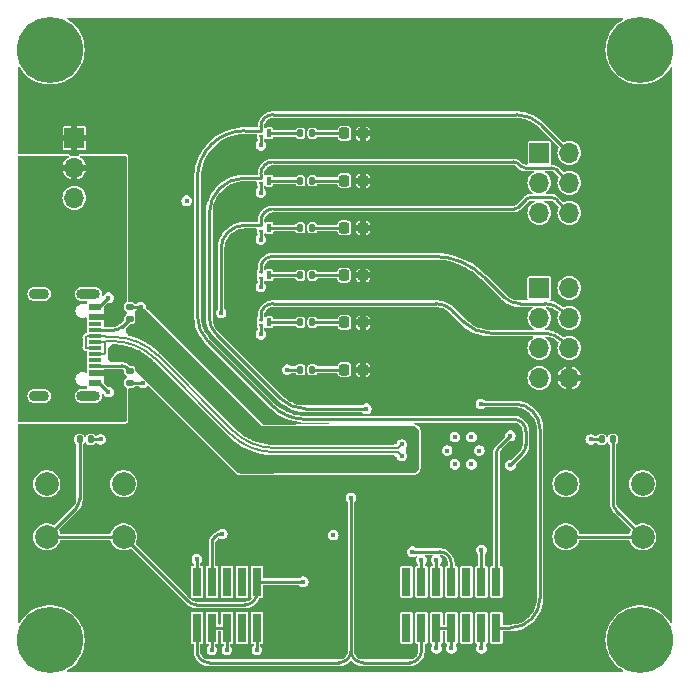
<source format=gbr>
%TF.GenerationSoftware,KiCad,Pcbnew,7.0.1*%
%TF.CreationDate,2023-12-30T18:25:03+00:00*%
%TF.ProjectId,watch_test_rig,77617463-685f-4746-9573-745f7269672e,rev?*%
%TF.SameCoordinates,Original*%
%TF.FileFunction,Copper,L1,Top*%
%TF.FilePolarity,Positive*%
%FSLAX46Y46*%
G04 Gerber Fmt 4.6, Leading zero omitted, Abs format (unit mm)*
G04 Created by KiCad (PCBNEW 7.0.1) date 2023-12-30 18:25:03*
%MOMM*%
%LPD*%
G01*
G04 APERTURE LIST*
G04 Aperture macros list*
%AMRoundRect*
0 Rectangle with rounded corners*
0 $1 Rounding radius*
0 $2 $3 $4 $5 $6 $7 $8 $9 X,Y pos of 4 corners*
0 Add a 4 corners polygon primitive as box body*
4,1,4,$2,$3,$4,$5,$6,$7,$8,$9,$2,$3,0*
0 Add four circle primitives for the rounded corners*
1,1,$1+$1,$2,$3*
1,1,$1+$1,$4,$5*
1,1,$1+$1,$6,$7*
1,1,$1+$1,$8,$9*
0 Add four rect primitives between the rounded corners*
20,1,$1+$1,$2,$3,$4,$5,0*
20,1,$1+$1,$4,$5,$6,$7,0*
20,1,$1+$1,$6,$7,$8,$9,0*
20,1,$1+$1,$8,$9,$2,$3,0*%
G04 Aperture macros list end*
%TA.AperFunction,SMDPad,CuDef*%
%ADD10R,1.140000X0.600000*%
%TD*%
%TA.AperFunction,SMDPad,CuDef*%
%ADD11R,1.140000X0.300000*%
%TD*%
%TA.AperFunction,ComponentPad*%
%ADD12O,2.000000X0.900000*%
%TD*%
%TA.AperFunction,ComponentPad*%
%ADD13O,1.700000X0.900000*%
%TD*%
%TA.AperFunction,SMDPad,CuDef*%
%ADD14RoundRect,0.218750X-0.218750X-0.256250X0.218750X-0.256250X0.218750X0.256250X-0.218750X0.256250X0*%
%TD*%
%TA.AperFunction,ComponentPad*%
%ADD15C,2.000000*%
%TD*%
%TA.AperFunction,SMDPad,CuDef*%
%ADD16RoundRect,0.140000X-0.140000X-0.170000X0.140000X-0.170000X0.140000X0.170000X-0.140000X0.170000X0*%
%TD*%
%TA.AperFunction,SMDPad,CuDef*%
%ADD17RoundRect,0.135000X0.135000X0.185000X-0.135000X0.185000X-0.135000X-0.185000X0.135000X-0.185000X0*%
%TD*%
%TA.AperFunction,ComponentPad*%
%ADD18C,3.600000*%
%TD*%
%TA.AperFunction,ConnectorPad*%
%ADD19C,5.600000*%
%TD*%
%TA.AperFunction,ComponentPad*%
%ADD20R,1.700000X1.700000*%
%TD*%
%TA.AperFunction,ComponentPad*%
%ADD21O,1.700000X1.700000*%
%TD*%
%TA.AperFunction,SMDPad,CuDef*%
%ADD22R,0.400000X0.250000*%
%TD*%
%TA.AperFunction,SMDPad,CuDef*%
%ADD23R,0.400000X0.700000*%
%TD*%
%TA.AperFunction,SMDPad,CuDef*%
%ADD24RoundRect,0.140000X0.140000X0.170000X-0.140000X0.170000X-0.140000X-0.170000X0.140000X-0.170000X0*%
%TD*%
%TA.AperFunction,SMDPad,CuDef*%
%ADD25RoundRect,0.135000X-0.185000X0.135000X-0.185000X-0.135000X0.185000X-0.135000X0.185000X0.135000X0*%
%TD*%
%TA.AperFunction,SMDPad,CuDef*%
%ADD26R,0.740000X2.400000*%
%TD*%
%TA.AperFunction,SMDPad,CuDef*%
%ADD27RoundRect,0.135000X0.185000X-0.135000X0.185000X0.135000X-0.185000X0.135000X-0.185000X-0.135000X0*%
%TD*%
%TA.AperFunction,ViaPad*%
%ADD28C,0.450000*%
%TD*%
%TA.AperFunction,Conductor*%
%ADD29C,0.250000*%
%TD*%
%TA.AperFunction,Conductor*%
%ADD30C,0.209600*%
%TD*%
G04 APERTURE END LIST*
D10*
%TO.P,J103,A1_B12,GND*%
%TO.N,GND*%
X133850000Y-91800000D03*
%TO.P,J103,A4_B9,VBUS*%
%TO.N,/VIN*%
X133850000Y-92600000D03*
D11*
%TO.P,J103,A5,CC1*%
%TO.N,/CC1*%
X133850000Y-93750000D03*
%TO.P,J103,A6,DP1*%
%TO.N,/USB_DN*%
X133850000Y-94750000D03*
%TO.P,J103,A7,DN1*%
%TO.N,/USB_DP*%
X133850000Y-95250000D03*
%TO.P,J103,A8,SBU1*%
%TO.N,unconnected-(J103-SBU1-PadA8)*%
X133850000Y-96250000D03*
D10*
%TO.P,J103,B1_A12,GND*%
%TO.N,GND*%
X133850000Y-98200000D03*
%TO.P,J103,B4_A9,VBUS*%
%TO.N,/VIN*%
X133850000Y-97400000D03*
D11*
%TO.P,J103,B5,CC2*%
%TO.N,/CC2*%
X133850000Y-96750000D03*
%TO.P,J103,B6,DP2*%
%TO.N,/USB_DN*%
X133850000Y-95750000D03*
%TO.P,J103,B7,DN2*%
%TO.N,/USB_DP*%
X133850000Y-94250000D03*
%TO.P,J103,B8,SBU2*%
%TO.N,unconnected-(J103-SBU2-PadB8)*%
X133850000Y-93250000D03*
D12*
%TO.P,J103,S1,SHIELD*%
%TO.N,unconnected-(J103-SHIELD-PadS1)*%
X133270000Y-90675000D03*
%TO.P,J103,S2,SHIELD*%
%TO.N,unconnected-(J103-SHIELD-PadS2)*%
X133270000Y-99325000D03*
D13*
%TO.P,J103,S3,SHIELD*%
%TO.N,unconnected-(J103-SHIELD-PadS3)*%
X129100000Y-90675000D03*
%TO.P,J103,S4,SHIELD*%
%TO.N,unconnected-(J103-SHIELD-PadS4)*%
X129100000Y-99325000D03*
%TD*%
D14*
%TO.P,D104,1,K*%
%TO.N,/GPIO2_K*%
X154940000Y-81090000D03*
%TO.P,D104,2,A*%
%TO.N,VBUS*%
X156515000Y-81090000D03*
%TD*%
D15*
%TO.P,SW102,1,1*%
%TO.N,/STM32_RST*%
X180200000Y-111250000D03*
X173700000Y-111250000D03*
%TO.P,SW102,2,2*%
%TO.N,GND*%
X180200000Y-106750000D03*
X173700000Y-106750000D03*
%TD*%
D16*
%TO.P,C101,1*%
%TO.N,GND*%
X176720000Y-103000000D03*
%TO.P,C101,2*%
%TO.N,/STM32_RST*%
X177680000Y-103000000D03*
%TD*%
D17*
%TO.P,R104,1*%
%TO.N,/GPIO1_K*%
X152237500Y-77090000D03*
%TO.P,R104,2*%
%TO.N,/GPIO1_D*%
X151217500Y-77090000D03*
%TD*%
D18*
%TO.P,H108,1,1*%
%TO.N,GND*%
X180000000Y-120000000D03*
D19*
X180000000Y-120000000D03*
%TD*%
D14*
%TO.P,D102,1,K*%
%TO.N,/GPIO1_K*%
X154940000Y-77090000D03*
%TO.P,D102,2,A*%
%TO.N,VBUS*%
X156515000Y-77090000D03*
%TD*%
D20*
%TO.P,SW101,1,A*%
%TO.N,VBUS*%
X132080000Y-77470000D03*
D21*
%TO.P,SW101,2,B*%
%TO.N,/VIN*%
X132080000Y-80010000D03*
%TO.P,SW101,3,C*%
%TO.N,unconnected-(SW101-C-Pad3)*%
X132080000Y-82550000D03*
%TD*%
D22*
%TO.P,Q102,1,G*%
%TO.N,/GPIO1*%
X147877500Y-76865000D03*
%TO.P,Q102,2,S*%
%TO.N,GND*%
X147877500Y-77315000D03*
D23*
%TO.P,Q102,3,D*%
%TO.N,/GPIO1_D*%
X148577500Y-77090000D03*
%TD*%
D22*
%TO.P,Q104,1,G*%
%TO.N,/GPIO2*%
X147877500Y-80865000D03*
%TO.P,Q104,2,S*%
%TO.N,GND*%
X147877500Y-81315000D03*
D23*
%TO.P,Q104,3,D*%
%TO.N,/GPIO2_D*%
X148577500Y-81090000D03*
%TD*%
D15*
%TO.P,SW103,1,1*%
%TO.N,/NRF_RST*%
X136250000Y-111250000D03*
X129750000Y-111250000D03*
%TO.P,SW103,2,2*%
%TO.N,GND*%
X136250000Y-106750000D03*
X129750000Y-106750000D03*
%TD*%
D18*
%TO.P,H106,1,1*%
%TO.N,GND*%
X180000000Y-70000000D03*
D19*
X180000000Y-70000000D03*
%TD*%
D14*
%TO.P,D103,1,K*%
%TO.N,/LED_1V8_K*%
X154930000Y-89090000D03*
%TO.P,D103,2,A*%
%TO.N,VBUS*%
X156505000Y-89090000D03*
%TD*%
D24*
%TO.P,C102,1*%
%TO.N,GND*%
X133480000Y-103000000D03*
%TO.P,C102,2*%
%TO.N,/NRF_RST*%
X132520000Y-103000000D03*
%TD*%
D17*
%TO.P,R108,1*%
%TO.N,/GPIO3_K*%
X152237500Y-85090000D03*
%TO.P,R108,2*%
%TO.N,/GPIO3_D*%
X151217500Y-85090000D03*
%TD*%
D25*
%TO.P,R102,1*%
%TO.N,/CC2*%
X136762500Y-97190000D03*
%TO.P,R102,2*%
%TO.N,GND*%
X136762500Y-98210000D03*
%TD*%
D26*
%TO.P,J101,1,RES*%
%TO.N,unconnected-(J101-RES-Pad1)*%
X160190000Y-118950000D03*
%TO.P,J101,2,RES*%
%TO.N,unconnected-(J101-RES-Pad2)*%
X160190000Y-115050000D03*
%TO.P,J101,3,VCC*%
%TO.N,+1V8*%
X161460000Y-118950000D03*
%TO.P,J101,4,JTMS/SWDIO*%
%TO.N,/STM32_SWDIO*%
X161460000Y-115050000D03*
%TO.P,J101,5,GND*%
%TO.N,GND*%
X162730000Y-118950000D03*
%TO.P,J101,6,JCLK/SWCLK*%
%TO.N,/STM32_SWCLK*%
X162730000Y-115050000D03*
%TO.P,J101,7,GND*%
%TO.N,GND*%
X164000000Y-118950000D03*
%TO.P,J101,8,JTDO/SWO*%
%TO.N,/STM32_SWO*%
X164000000Y-115050000D03*
%TO.P,J101,9,JRCLK*%
%TO.N,unconnected-(J101-JRCLK-Pad9)*%
X165270000Y-118950000D03*
%TO.P,J101,10,JTDI/NC*%
%TO.N,unconnected-(J101-JTDI{slash}NC-Pad10)*%
X165270000Y-115050000D03*
%TO.P,J101,11,GNDDETECT*%
%TO.N,GND*%
X166540000Y-118950000D03*
%TO.P,J101,12,NRST*%
%TO.N,/STM32_RST*%
X166540000Y-115050000D03*
%TO.P,J101,13,VCP_RX*%
%TO.N,/STM32_VCP_RX*%
X167810000Y-118950000D03*
%TO.P,J101,14,VCP_TX*%
%TO.N,/STM32_VCP_TX*%
X167810000Y-115050000D03*
%TD*%
D17*
%TO.P,R107,1*%
%TO.N,/LED_VBUS_K*%
X152237500Y-97090000D03*
%TO.P,R107,2*%
%TO.N,GND*%
X151217500Y-97090000D03*
%TD*%
D14*
%TO.P,D101,1,K*%
%TO.N,/LED_3V3_K*%
X154940000Y-93090000D03*
%TO.P,D101,2,A*%
%TO.N,VBUS*%
X156515000Y-93090000D03*
%TD*%
D20*
%TO.P,J106,1,Pin_1*%
%TO.N,GND*%
X171450000Y-78740000D03*
D21*
%TO.P,J106,2,Pin_2*%
%TO.N,/GPIO1*%
X173990000Y-78740000D03*
%TO.P,J106,3,Pin_3*%
%TO.N,GND*%
X171450000Y-81280000D03*
%TO.P,J106,4,Pin_4*%
%TO.N,/GPIO2*%
X173990000Y-81280000D03*
%TO.P,J106,5,Pin_5*%
%TO.N,GND*%
X171450000Y-83820000D03*
%TO.P,J106,6,Pin_6*%
%TO.N,/GPIO3*%
X173990000Y-83820000D03*
%TD*%
D26*
%TO.P,J102,1,VCC*%
%TO.N,+1V8*%
X142460000Y-118950000D03*
%TO.P,J102,2,JTMS/SWDIO*%
%TO.N,/NRF_SWDIO*%
X142460000Y-115050000D03*
%TO.P,J102,3,GND*%
%TO.N,GND*%
X143730000Y-118950000D03*
%TO.P,J102,4,JCLK/SWCLK*%
%TO.N,/NRF_SWCLK*%
X143730000Y-115050000D03*
%TO.P,J102,5,GND*%
%TO.N,GND*%
X145000000Y-118950000D03*
%TO.P,J102,6,JTDO/SWO*%
%TO.N,unconnected-(J102-JTDO{slash}SWO-Pad6)*%
X145000000Y-115050000D03*
%TO.P,J102,7,JRCLK*%
%TO.N,unconnected-(J102-JRCLK-Pad7)*%
X146270000Y-118950000D03*
%TO.P,J102,8,JTDI/NC*%
%TO.N,unconnected-(J102-JTDI{slash}NC-Pad8)*%
X146270000Y-115050000D03*
%TO.P,J102,9,GNDDETECT*%
%TO.N,GND*%
X147540000Y-118950000D03*
%TO.P,J102,10,NRST*%
%TO.N,/NRF_RST*%
X147540000Y-115050000D03*
%TD*%
D18*
%TO.P,H107,1,1*%
%TO.N,GND*%
X130000000Y-120000000D03*
D19*
X130000000Y-120000000D03*
%TD*%
D17*
%TO.P,R105,1*%
%TO.N,/LED_1V8_K*%
X152237500Y-89090000D03*
%TO.P,R105,2*%
%TO.N,/LED_1V8_D*%
X151217500Y-89090000D03*
%TD*%
%TO.P,R106,1*%
%TO.N,/GPIO2_K*%
X152237500Y-81090000D03*
%TO.P,R106,2*%
%TO.N,/GPIO2_D*%
X151217500Y-81090000D03*
%TD*%
D27*
%TO.P,R101,1*%
%TO.N,/CC1*%
X136762500Y-92810000D03*
%TO.P,R101,2*%
%TO.N,GND*%
X136762500Y-91790000D03*
%TD*%
D22*
%TO.P,Q103,1,G*%
%TO.N,+1V8*%
X147877500Y-88865000D03*
%TO.P,Q103,2,S*%
%TO.N,GND*%
X147877500Y-89315000D03*
D23*
%TO.P,Q103,3,D*%
%TO.N,/LED_1V8_D*%
X148577500Y-89090000D03*
%TD*%
D14*
%TO.P,D105,1,K*%
%TO.N,/LED_VBUS_K*%
X154940000Y-97090000D03*
%TO.P,D105,2,A*%
%TO.N,VBUS*%
X156515000Y-97090000D03*
%TD*%
%TO.P,D106,1,K*%
%TO.N,/GPIO3_K*%
X154940000Y-85090000D03*
%TO.P,D106,2,A*%
%TO.N,VBUS*%
X156515000Y-85090000D03*
%TD*%
D18*
%TO.P,H105,1,1*%
%TO.N,GND*%
X130000000Y-70000000D03*
D19*
X130000000Y-70000000D03*
%TD*%
D20*
%TO.P,J104,1,Pin_1*%
%TO.N,GND*%
X171445000Y-90180000D03*
D21*
%TO.P,J104,2,Pin_2*%
%TO.N,+VBAT*%
X173985000Y-90180000D03*
%TO.P,J104,3,Pin_3*%
%TO.N,GND*%
X171445000Y-92720000D03*
%TO.P,J104,4,Pin_4*%
%TO.N,+1V8*%
X173985000Y-92720000D03*
%TO.P,J104,5,Pin_5*%
%TO.N,GND*%
X171445000Y-95260000D03*
%TO.P,J104,6,Pin_6*%
%TO.N,+3V3*%
X173985000Y-95260000D03*
%TO.P,J104,7,Pin_7*%
%TO.N,GND*%
X171445000Y-97800000D03*
%TO.P,J104,8,Pin_8*%
%TO.N,VBUS*%
X173985000Y-97800000D03*
%TD*%
D17*
%TO.P,R103,1*%
%TO.N,/LED_3V3_K*%
X152237500Y-93090000D03*
%TO.P,R103,2*%
%TO.N,/LED_3V3_D*%
X151217500Y-93090000D03*
%TD*%
D22*
%TO.P,Q105,1,G*%
%TO.N,/GPIO3*%
X147877500Y-84865000D03*
%TO.P,Q105,2,S*%
%TO.N,GND*%
X147877500Y-85315000D03*
D23*
%TO.P,Q105,3,D*%
%TO.N,/GPIO3_D*%
X148577500Y-85090000D03*
%TD*%
D22*
%TO.P,Q101,1,G*%
%TO.N,+3V3*%
X147877500Y-92865000D03*
%TO.P,Q101,2,S*%
%TO.N,GND*%
X147877500Y-93315000D03*
D23*
%TO.P,Q101,3,D*%
%TO.N,/LED_3V3_D*%
X148577500Y-93090000D03*
%TD*%
D28*
%TO.N,GND*%
X154500000Y-102900000D03*
X154500000Y-104900000D03*
X156200000Y-102900000D03*
X156200000Y-104900000D03*
X137900000Y-98200000D03*
X137700000Y-91800000D03*
X136100000Y-95500000D03*
X137700000Y-93700000D03*
X146500000Y-104600000D03*
X157900000Y-104900000D03*
X157900000Y-102900000D03*
X140771574Y-96371572D03*
X139357360Y-94957359D03*
X137943147Y-96371572D03*
X139357360Y-97785786D03*
X140771574Y-99199999D03*
X142185787Y-97785786D03*
X143571573Y-99171573D03*
X144985787Y-100585786D03*
X142157360Y-100585786D03*
X143571573Y-102000000D03*
X144985787Y-103414213D03*
X146400000Y-102000000D03*
X152500000Y-104900000D03*
X150500000Y-104900000D03*
X148500000Y-104900000D03*
X148500000Y-102900000D03*
X150500000Y-102900000D03*
X152500000Y-102900000D03*
%TO.N,+1V8*%
X155500000Y-107950000D03*
%TO.N,GND*%
X150090000Y-97090000D03*
%TO.N,VBUS*%
X157910000Y-97090000D03*
X157910000Y-89090000D03*
X157910000Y-85090000D03*
X158000000Y-77000000D03*
X157910000Y-81090000D03*
%TO.N,/GPIO2*%
X156800000Y-100400000D03*
%TO.N,/GPIO1*%
X169000000Y-105189603D03*
%TO.N,GND*%
X147877500Y-78100000D03*
X175800000Y-103000000D03*
X134300000Y-103000000D03*
%TO.N,/NRF_SWDIO*%
X142460000Y-113140000D03*
%TO.N,/NRF_SWCLK*%
X144600000Y-111000000D03*
%TO.N,/NRF_RST*%
X151451035Y-115050000D03*
%TO.N,/STM32_SWO*%
X160700000Y-112500000D03*
%TO.N,/STM32_SWDIO*%
X161460000Y-113200000D03*
%TO.N,GND*%
X143730000Y-120800000D03*
X147540000Y-120800000D03*
X145000000Y-120800000D03*
X166540000Y-120700000D03*
X162730000Y-120700000D03*
X164000000Y-120700000D03*
%TO.N,/STM32_VCP_RX*%
X166500000Y-100000000D03*
%TO.N,/STM32_VCP_TX*%
X168989603Y-102689603D03*
%TO.N,/STM32_RST*%
X166540000Y-112360000D03*
%TO.N,GND*%
X147877500Y-90077500D03*
X147877500Y-94100000D03*
X147877500Y-82100000D03*
X147877500Y-86077500D03*
%TO.N,/GPIO3*%
X144500000Y-92289603D03*
%TO.N,/STM32_SWCLK*%
X162730000Y-113200000D03*
%TO.N,GND*%
X154001035Y-111100000D03*
X159200000Y-102800000D03*
X165700000Y-102800000D03*
X160400000Y-102800000D03*
X134962500Y-91000000D03*
X164300000Y-102800000D03*
X163639603Y-103939603D03*
X160400000Y-105000000D03*
X141589603Y-82789603D03*
X159200000Y-105000000D03*
X134962500Y-99000000D03*
X166360397Y-103939603D03*
X165700000Y-105100000D03*
X164300000Y-105100000D03*
%TO.N,/USB_DN*%
X159800000Y-104375000D03*
%TO.N,/USB_DP*%
X159800000Y-103425000D03*
%TD*%
D29*
%TO.N,/GPIO1*%
X148828450Y-100128404D02*
G75*
G03*
X151656854Y-101300000I2828450J2828404D01*
G01*
%TO.N,/GPIO2*%
X149521300Y-99521340D02*
G75*
G03*
X151642641Y-100400000I2121300J2121340D01*
G01*
X169646450Y-79646444D02*
G75*
G03*
X169292893Y-79500000I-353550J-353556D01*
G01*
X172856450Y-80146444D02*
G75*
G03*
X172502893Y-80000000I-353550J-353556D01*
G01*
X169853551Y-79853557D02*
G75*
G03*
X170207107Y-80000000I353549J353557D01*
G01*
%TO.N,/GPIO3*%
X172816450Y-82646444D02*
G75*
G03*
X172462893Y-82500000I-353550J-353556D01*
G01*
X170707107Y-82500005D02*
G75*
G03*
X170353554Y-82646446I-7J-499995D01*
G01*
X169292893Y-83499995D02*
G75*
G03*
X169646447Y-83353553I7J499995D01*
G01*
%TO.N,/GPIO1*%
X171628700Y-76378660D02*
G75*
G03*
X169507359Y-75500000I-2121300J-2121340D01*
G01*
%TO.N,/STM32_RST*%
X177680010Y-108315786D02*
G75*
G03*
X177972893Y-109022893I999990J-14D01*
G01*
%TO.N,GND*%
X137890000Y-98210000D02*
X137900000Y-98200000D01*
X136762500Y-98210000D02*
X137890000Y-98210000D01*
X137690000Y-91790000D02*
X137700000Y-91800000D01*
X136762500Y-91790000D02*
X137690000Y-91790000D01*
D30*
%TO.N,/USB_DP*%
X139141438Y-95887196D02*
G75*
G03*
X135358433Y-94320200I-3783038J-3783004D01*
G01*
%TO.N,/USB_DN*%
X138890012Y-96144244D02*
G75*
G03*
X135354456Y-94679800I-3535512J-3535556D01*
G01*
X145258563Y-102512805D02*
G75*
G03*
X149041567Y-104079800I3783037J3783005D01*
G01*
%TO.N,/USB_DP*%
X145509988Y-102255756D02*
G75*
G03*
X149045544Y-103720200I3535512J3535556D01*
G01*
D29*
%TO.N,/CC2*%
X136468950Y-96896444D02*
G75*
G03*
X136115393Y-96750000I-353550J-353556D01*
G01*
%TO.N,/CC1*%
X135408286Y-93749990D02*
G75*
G03*
X136115393Y-93457107I14J999990D01*
G01*
%TO.N,/GPIO1*%
X142500029Y-92557359D02*
G75*
G03*
X143378679Y-94678679I2999971J-41D01*
G01*
%TO.N,/GPIO2*%
X143500020Y-92671573D02*
G75*
G03*
X144085787Y-94085785I1999980J-27D01*
G01*
%TO.N,/NRF_RST*%
X132227114Y-108772900D02*
G75*
G03*
X132520000Y-108065786I-707114J707100D01*
G01*
%TO.N,/NRF_SWCLK*%
X144600000Y-111000000D02*
G75*
G03*
X143730000Y-111869991I0J-870000D01*
G01*
%TO.N,/STM32_SWO*%
X164000000Y-113500000D02*
G75*
G03*
X163000000Y-112500000I-1000000J0D01*
G01*
%TO.N,/NRF_RST*%
X141707100Y-116707114D02*
G75*
G03*
X142414214Y-117000000I707100J707114D01*
G01*
X146540000Y-117000000D02*
G75*
G03*
X147540000Y-116000000I0J1000000D01*
G01*
%TO.N,/STM32_VCP_TX*%
X168102883Y-103576303D02*
G75*
G03*
X167810000Y-104283420I707117J-707097D01*
G01*
%TO.N,/GPIO1*%
X146500000Y-76865000D02*
G75*
G03*
X142500000Y-80865000I0J-4000000D01*
G01*
%TO.N,/GPIO2*%
X146500000Y-80865000D02*
G75*
G03*
X143500000Y-83865000I0J-3000000D01*
G01*
%TO.N,/GPIO3*%
X146500000Y-84865000D02*
G75*
G03*
X144500000Y-86865000I0J-2000000D01*
G01*
%TO.N,+3V3*%
X173310801Y-94585773D02*
G75*
G03*
X171896573Y-94000000I-1414201J-1414227D01*
G01*
%TO.N,+1V8*%
X173350801Y-92085773D02*
G75*
G03*
X171936573Y-91500000I-1414201J-1414227D01*
G01*
%TO.N,+3V3*%
X165086486Y-93086418D02*
G75*
G03*
X167291953Y-94000000I2205514J2205418D01*
G01*
%TO.N,+1V8*%
X166757351Y-89257369D02*
G75*
G03*
X162514719Y-87500000I-4242651J-4242631D01*
G01*
%TO.N,+3V3*%
X164085801Y-92085773D02*
G75*
G03*
X162671573Y-91500000I-1414201J-1414227D01*
G01*
%TO.N,+1V8*%
X168414200Y-90914228D02*
G75*
G03*
X169828427Y-91500000I1414200J1414228D01*
G01*
%TO.N,+3V3*%
X173310787Y-94585787D02*
X173985000Y-95260000D01*
X148877500Y-91500000D02*
X162671573Y-91500000D01*
X147877500Y-92865000D02*
X147877500Y-92500000D01*
X148877500Y-91500000D02*
G75*
G03*
X147877500Y-92500000I0J-1000000D01*
G01*
X164085787Y-92085787D02*
X165086452Y-93086452D01*
X167291953Y-94000000D02*
X171896573Y-94000000D01*
%TO.N,/GPIO2*%
X148877500Y-79500000D02*
G75*
G03*
X147877500Y-80500000I0J-1000000D01*
G01*
%TO.N,/GPIO1*%
X148877500Y-75500000D02*
G75*
G03*
X147877500Y-76500000I0J-1000000D01*
G01*
%TO.N,/GPIO3*%
X148877500Y-83500000D02*
G75*
G03*
X147877500Y-84500000I0J-1000000D01*
G01*
%TO.N,+1V8*%
X148877500Y-87500000D02*
G75*
G03*
X147877500Y-88500000I0J-1000000D01*
G01*
%TO.N,/STM32_VCP_RX*%
X169000000Y-118950000D02*
G75*
G03*
X171500000Y-116450000I0J2500000D01*
G01*
X171500000Y-102096708D02*
G75*
G03*
X169403292Y-100000000I-2096700J8D01*
G01*
%TO.N,/GPIO1*%
X170007112Y-104182501D02*
G75*
G03*
X170300000Y-103475389I-707112J707101D01*
G01*
X170300000Y-102300000D02*
G75*
G03*
X169300000Y-101300000I-1000000J0D01*
G01*
%TO.N,+1V8*%
X155500000Y-107950000D02*
X155500000Y-120900000D01*
X160460000Y-121900000D02*
G75*
G03*
X161460000Y-120900000I0J1000000D01*
G01*
X142460000Y-120900000D02*
G75*
G03*
X143460000Y-121900000I1000000J0D01*
G01*
X154500000Y-121900000D02*
G75*
G03*
X155500000Y-120900000I0J1000000D01*
G01*
X142460000Y-120900000D02*
X142460000Y-118950000D01*
X154500000Y-121900000D02*
X143460000Y-121900000D01*
X155500000Y-120900000D02*
G75*
G03*
X156500000Y-121900000I1000000J0D01*
G01*
X155500000Y-120900000D02*
X155500000Y-120000000D01*
X160460000Y-121900000D02*
X156500000Y-121900000D01*
X161460000Y-118950000D02*
X161460000Y-120900000D01*
X173350787Y-92085787D02*
X173985000Y-92720000D01*
X166757360Y-89257360D02*
X168414214Y-90914214D01*
X148877500Y-87500000D02*
X162514719Y-87500000D01*
X169828427Y-91500000D02*
X171936573Y-91500000D01*
X147877500Y-88865000D02*
X147877500Y-88500000D01*
%TO.N,VBUS*%
X157910000Y-81090000D02*
X156515000Y-81090000D01*
X157910000Y-85090000D02*
X156515000Y-85090000D01*
X157910000Y-89090000D02*
X156505000Y-89090000D01*
X157910000Y-97090000D02*
X156515000Y-97090000D01*
%TO.N,GND*%
X150090000Y-97090000D02*
X151217500Y-97090000D01*
%TO.N,VBUS*%
X157910000Y-77090000D02*
X158000000Y-77000000D01*
X156515000Y-77090000D02*
X157910000Y-77090000D01*
%TO.N,/GPIO2*%
X172856447Y-80146447D02*
X173990000Y-81280000D01*
X169646447Y-79646447D02*
X169853554Y-79853554D01*
X170207107Y-80000000D02*
X172502893Y-80000000D01*
X148877500Y-79500000D02*
X169292893Y-79500000D01*
X147877500Y-80865000D02*
X147877500Y-80500000D01*
%TO.N,/GPIO3*%
X170707107Y-82500000D02*
X172462893Y-82500000D01*
X169646447Y-83353553D02*
X170353554Y-82646446D01*
X147877500Y-84865000D02*
X147877500Y-84500000D01*
X148877500Y-83500000D02*
X169292893Y-83500000D01*
X172816447Y-82646447D02*
X173990000Y-83820000D01*
%TO.N,/GPIO1*%
X171628680Y-76378680D02*
X173990000Y-78740000D01*
X147877500Y-76865000D02*
X147877500Y-76500000D01*
X148877500Y-75500000D02*
X169507359Y-75500000D01*
X146500000Y-76865000D02*
X147877500Y-76865000D01*
X148828427Y-100128427D02*
X143378679Y-94678679D01*
X169300000Y-101300000D02*
X151656854Y-101300000D01*
X170300000Y-103475389D02*
X170300000Y-102300000D01*
X169000000Y-105189603D02*
X170007107Y-104182496D01*
X142500000Y-92557359D02*
X142500000Y-80865000D01*
%TO.N,/GPIO2*%
X143500000Y-92671573D02*
X143500000Y-83865000D01*
X149521320Y-99521320D02*
X144085786Y-94085786D01*
X146500000Y-80865000D02*
X147877500Y-80865000D01*
X156800000Y-100400000D02*
X151642641Y-100400000D01*
%TO.N,/STM32_VCP_RX*%
X169000000Y-118950000D02*
X167810000Y-118950000D01*
X171500000Y-102096708D02*
X171500000Y-116450000D01*
X166500000Y-100000000D02*
X169403292Y-100000000D01*
%TO.N,GND*%
X147877500Y-78100000D02*
X147877500Y-77315000D01*
%TO.N,/STM32_RST*%
X180200000Y-111250000D02*
X173700000Y-111250000D01*
X177972893Y-109022893D02*
X180200000Y-111250000D01*
X177680000Y-103000000D02*
X177680000Y-108315786D01*
%TO.N,GND*%
X176720000Y-103000000D02*
X175800000Y-103000000D01*
X133480000Y-103000000D02*
X134300000Y-103000000D01*
%TO.N,/NRF_RST*%
X132227107Y-108772893D02*
X129750000Y-111250000D01*
X132520000Y-103000000D02*
X132520000Y-108065786D01*
X136250000Y-111250000D02*
X129750000Y-111250000D01*
X141707107Y-116707107D02*
X136250000Y-111250000D01*
X146540000Y-117000000D02*
X142414214Y-117000000D01*
X147540000Y-115050000D02*
X147540000Y-116000000D01*
%TO.N,/NRF_SWCLK*%
X143730000Y-115050000D02*
X143730000Y-111869991D01*
%TO.N,/NRF_SWDIO*%
X142460000Y-113140000D02*
X142460000Y-115050000D01*
%TO.N,/NRF_RST*%
X151451035Y-115050000D02*
X147540000Y-115050000D01*
%TO.N,/GPIO3*%
X146500000Y-84865000D02*
X147877500Y-84865000D01*
X144500000Y-92289603D02*
X144500000Y-86865000D01*
%TO.N,/STM32_SWO*%
X164000000Y-113500000D02*
X164000000Y-115050000D01*
X160700000Y-112500000D02*
X163000000Y-112500000D01*
%TO.N,/STM32_SWCLK*%
X162730000Y-113200000D02*
X162730000Y-115050000D01*
%TO.N,/STM32_SWDIO*%
X161460000Y-113200000D02*
X161460000Y-115050000D01*
%TO.N,GND*%
X166540000Y-120700000D02*
X166540000Y-118950000D01*
X162730000Y-120700000D02*
X162730000Y-118950000D01*
X147540000Y-120800000D02*
X147540000Y-118950000D01*
X143730000Y-120800000D02*
X143730000Y-118950000D01*
X143730000Y-118950000D02*
X145000000Y-118950000D01*
X145000000Y-120800000D02*
X145000000Y-118950000D01*
X164000000Y-118950000D02*
X164000000Y-120700000D01*
X164000000Y-118950000D02*
X162730000Y-118950000D01*
%TO.N,/STM32_VCP_TX*%
X167810000Y-104283420D02*
X167810000Y-115050000D01*
X168989603Y-102689603D02*
X168102893Y-103576313D01*
%TO.N,/STM32_RST*%
X166540000Y-112360000D02*
X166540000Y-115050000D01*
%TO.N,GND*%
X147877500Y-90077500D02*
X147877500Y-89315000D01*
X147877500Y-94100000D02*
X147877500Y-93315000D01*
X147877500Y-82100000D02*
X147877500Y-81315000D01*
X147877500Y-86077500D02*
X147877500Y-85315000D01*
X134962500Y-99000000D02*
X134162500Y-98200000D01*
X134162500Y-98200000D02*
X133850000Y-98200000D01*
X134162500Y-91800000D02*
X133850000Y-91800000D01*
X134962500Y-91000000D02*
X134162500Y-91800000D01*
%TO.N,/LED_3V3_K*%
X152237500Y-93090000D02*
X154940000Y-93090000D01*
%TO.N,/LED_1V8_K*%
X154930000Y-89090000D02*
X152237500Y-89090000D01*
%TO.N,/LED_VBUS_K*%
X154940000Y-97090000D02*
X152237500Y-97090000D01*
%TO.N,/LED_3V3_D*%
X148577500Y-93090000D02*
X151217500Y-93090000D01*
%TO.N,/LED_1V8_D*%
X151217500Y-89090000D02*
X148577500Y-89090000D01*
%TO.N,/GPIO1_K*%
X152237500Y-77090000D02*
X154940000Y-77090000D01*
D30*
%TO.N,/USB_DN*%
X134705001Y-94750000D02*
X134775201Y-94679800D01*
X133850000Y-95750000D02*
X134629600Y-95750000D01*
X134629600Y-94750000D02*
X133850000Y-94750000D01*
X138889990Y-96144266D02*
X145258546Y-102512822D01*
X133850000Y-94750000D02*
X134705001Y-94750000D01*
X134674800Y-95704800D02*
X134674800Y-94795200D01*
X159504800Y-104079800D02*
X159800000Y-104375000D01*
X134629600Y-95750000D02*
X134674800Y-95704800D01*
X134775201Y-94679800D02*
X135354456Y-94679800D01*
X134674800Y-94795200D02*
X134629600Y-94750000D01*
X149041567Y-104079800D02*
X159504800Y-104079800D01*
%TO.N,/USB_DP*%
X133025200Y-94345200D02*
X133120400Y-94250000D01*
X133025200Y-95204800D02*
X133025200Y-94345200D01*
X133850000Y-94250000D02*
X134705001Y-94250000D01*
X133070400Y-95250000D02*
X133025200Y-95204800D01*
X133850000Y-95250000D02*
X133070400Y-95250000D01*
X134705001Y-94250000D02*
X134775201Y-94320200D01*
X159504800Y-103720200D02*
X159800000Y-103425000D01*
X149045544Y-103720200D02*
X159504800Y-103720200D01*
X133120400Y-94250000D02*
X133850000Y-94250000D01*
X134775201Y-94320200D02*
X135358433Y-94320200D01*
X139141455Y-95887179D02*
X145510010Y-102255734D01*
D29*
%TO.N,/CC1*%
X135408286Y-93750000D02*
X133850000Y-93750000D01*
X136762500Y-92810000D02*
X136115393Y-93457107D01*
%TO.N,/CC2*%
X136468947Y-96896447D02*
X136762500Y-97190000D01*
X133850000Y-96750000D02*
X136115393Y-96750000D01*
%TO.N,/GPIO2_D*%
X151217500Y-81090000D02*
X148577500Y-81090000D01*
%TO.N,/GPIO1_D*%
X151217500Y-77090000D02*
X148577500Y-77090000D01*
%TO.N,/GPIO3_D*%
X148577500Y-85090000D02*
X151217500Y-85090000D01*
%TO.N,/GPIO2_K*%
X152237500Y-81090000D02*
X154940000Y-81090000D01*
%TO.N,/GPIO3_K*%
X152237500Y-85090000D02*
X154940000Y-85090000D01*
%TD*%
%TA.AperFunction,Conductor*%
%TO.N,GND*%
G36*
X137922459Y-91917003D02*
G01*
X138042808Y-91966853D01*
X138146154Y-92046154D01*
X147999999Y-101900000D01*
X148000000Y-101900000D01*
X160749117Y-101851890D01*
X160878634Y-101868485D01*
X160999412Y-101918113D01*
X161103180Y-101997375D01*
X161182832Y-102100843D01*
X161232916Y-102221432D01*
X161250000Y-102350886D01*
X161250000Y-103367522D01*
X161242116Y-103424999D01*
X161250000Y-103482478D01*
X161250000Y-104317522D01*
X161242116Y-104375000D01*
X161250000Y-104432478D01*
X161250000Y-105352634D01*
X161233067Y-105481521D01*
X161183419Y-105601662D01*
X161104424Y-105704901D01*
X161001444Y-105784234D01*
X160881467Y-105834276D01*
X160752638Y-105851630D01*
X151686925Y-105881354D01*
X146207650Y-105899319D01*
X146077917Y-105882600D01*
X145956986Y-105832741D01*
X145853168Y-105753168D01*
X137371644Y-97271644D01*
X137302263Y-97184740D01*
X137253851Y-97084629D01*
X137233180Y-96995185D01*
X137230230Y-96988504D01*
X137230230Y-96988502D01*
X137187116Y-96890859D01*
X137187114Y-96890857D01*
X137187114Y-96890856D01*
X137111641Y-96815383D01*
X137013999Y-96772269D01*
X136990125Y-96769500D01*
X136990123Y-96769500D01*
X136938312Y-96769500D01*
X136809161Y-96752497D01*
X136688812Y-96702647D01*
X136651314Y-96673873D01*
X136650609Y-96674929D01*
X136597585Y-96639500D01*
X136482730Y-96562757D01*
X136401425Y-96529081D01*
X136341594Y-96504299D01*
X136191772Y-96474498D01*
X136115391Y-96474499D01*
X136115389Y-96474500D01*
X135401112Y-96474500D01*
X135268022Y-96456424D01*
X135144575Y-96403507D01*
X135039713Y-96319581D01*
X134961034Y-96210728D01*
X134914237Y-96084832D01*
X134902713Y-95951016D01*
X134927297Y-95818974D01*
X134946297Y-95780044D01*
X134940798Y-95742973D01*
X134941351Y-95736223D01*
X134939688Y-95727861D01*
X134930100Y-95630511D01*
X134930100Y-95437416D01*
X134947958Y-95305114D01*
X135000256Y-95182282D01*
X135083248Y-95077711D01*
X135190996Y-94998887D01*
X135315786Y-94951452D01*
X135448683Y-94938801D01*
X135707124Y-94948953D01*
X135746182Y-94952026D01*
X135869505Y-94966621D01*
X136077228Y-94991205D01*
X136115923Y-94997334D01*
X136442871Y-95062366D01*
X136480969Y-95071512D01*
X136801787Y-95161989D01*
X136839050Y-95174096D01*
X137085145Y-95264883D01*
X137151788Y-95289468D01*
X137187975Y-95304456D01*
X137490722Y-95444022D01*
X137525621Y-95461803D01*
X137816480Y-95624689D01*
X137849863Y-95645147D01*
X138127036Y-95830345D01*
X138158726Y-95853369D01*
X138420520Y-96059748D01*
X138450314Y-96085194D01*
X138701713Y-96317582D01*
X138715840Y-96331165D01*
X145130651Y-102745977D01*
X145130842Y-102746133D01*
X145233765Y-102849057D01*
X145568695Y-103135118D01*
X145568700Y-103135121D01*
X145568704Y-103135125D01*
X145702989Y-103232689D01*
X145925037Y-103394018D01*
X146300594Y-103624162D01*
X146693050Y-103824131D01*
X147099985Y-103992691D01*
X147518891Y-104128805D01*
X147947185Y-104231631D01*
X148382227Y-104300538D01*
X148821333Y-104335099D01*
X148917161Y-104335099D01*
X148917170Y-104335100D01*
X149016420Y-104335100D01*
X149041565Y-104335100D01*
X158965836Y-104335100D01*
X159078858Y-104348068D01*
X159186005Y-104386298D01*
X159281709Y-104447803D01*
X159360995Y-104529387D01*
X159414353Y-104617872D01*
X159417118Y-104621063D01*
X159501951Y-104718967D01*
X159610931Y-104789004D01*
X159735228Y-104825500D01*
X159864771Y-104825500D01*
X159864772Y-104825500D01*
X159989069Y-104789004D01*
X160098049Y-104718967D01*
X160182882Y-104621063D01*
X160236697Y-104503226D01*
X160255133Y-104375000D01*
X160236697Y-104246774D01*
X160182882Y-104128937D01*
X160182880Y-104128934D01*
X160172997Y-104107294D01*
X160139306Y-104006070D01*
X160127902Y-103899998D01*
X160139306Y-103793926D01*
X160172998Y-103692702D01*
X160182878Y-103671067D01*
X160182882Y-103671063D01*
X160236697Y-103553226D01*
X160255133Y-103425000D01*
X160236697Y-103296774D01*
X160182882Y-103178937D01*
X160098049Y-103081033D01*
X159989069Y-103010996D01*
X159989068Y-103010995D01*
X159989067Y-103010995D01*
X159916436Y-102989669D01*
X159864772Y-102974500D01*
X159735228Y-102974500D01*
X159698733Y-102985215D01*
X159610932Y-103010995D01*
X159501949Y-103081034D01*
X159414353Y-103182127D01*
X159360995Y-103270613D01*
X159281709Y-103352197D01*
X159186005Y-103413702D01*
X159078858Y-103451932D01*
X158965836Y-103464900D01*
X149055327Y-103464900D01*
X149035742Y-103464515D01*
X149009463Y-103463482D01*
X148692875Y-103451046D01*
X148653817Y-103447973D01*
X148322777Y-103408795D01*
X148284076Y-103402665D01*
X147957128Y-103337633D01*
X147919030Y-103328487D01*
X147598212Y-103238010D01*
X147560949Y-103225903D01*
X147248211Y-103110531D01*
X147212010Y-103095537D01*
X146909283Y-102955980D01*
X146874374Y-102938193D01*
X146583530Y-102775316D01*
X146550129Y-102754848D01*
X146272967Y-102569657D01*
X146241273Y-102546630D01*
X145979479Y-102340251D01*
X145949685Y-102314805D01*
X145698285Y-102082416D01*
X145684158Y-102068833D01*
X139269746Y-95654421D01*
X139269556Y-95654265D01*
X139166236Y-95550944D01*
X139061870Y-95461806D01*
X138831306Y-95264883D01*
X138831301Y-95264879D01*
X138831296Y-95264875D01*
X138474968Y-95005986D01*
X138474964Y-95005983D01*
X138099407Y-94775839D01*
X137706951Y-94575870D01*
X137364599Y-94434061D01*
X137300018Y-94407310D01*
X137300015Y-94407309D01*
X136881109Y-94271196D01*
X136881102Y-94271194D01*
X136881098Y-94271193D01*
X136832510Y-94259528D01*
X136708605Y-94211593D01*
X136601739Y-94132661D01*
X136519490Y-94028327D01*
X136467686Y-93905989D01*
X136450000Y-93774316D01*
X136450000Y-93729499D01*
X136467003Y-93600348D01*
X136516853Y-93479999D01*
X136596154Y-93376653D01*
X136699500Y-93297352D01*
X136819849Y-93247502D01*
X136949000Y-93230499D01*
X136990125Y-93230499D01*
X137002059Y-93229114D01*
X137013998Y-93227730D01*
X137111641Y-93184616D01*
X137187116Y-93109141D01*
X137230230Y-93011498D01*
X137233000Y-92987623D01*
X137232999Y-92632378D01*
X137231505Y-92619500D01*
X137230230Y-92608505D01*
X137230230Y-92608502D01*
X137226720Y-92600554D01*
X137188544Y-92464679D01*
X137189941Y-92323545D01*
X137230800Y-92188447D01*
X137307853Y-92070194D01*
X137414935Y-91978246D01*
X137543480Y-91919961D01*
X137683203Y-91900000D01*
X137793308Y-91900000D01*
X137922459Y-91917003D01*
G37*
%TD.AperFunction*%
%TD*%
%TA.AperFunction,Conductor*%
%TO.N,VBUS*%
G36*
X178534604Y-67316453D02*
G01*
X178560712Y-67357433D01*
X178555775Y-67405772D01*
X178525257Y-67437191D01*
X178525851Y-67438094D01*
X178522252Y-67440460D01*
X178522250Y-67440462D01*
X178410150Y-67514191D01*
X178235094Y-67629327D01*
X177971817Y-67850242D01*
X177735954Y-68100242D01*
X177530716Y-68375925D01*
X177358868Y-68673574D01*
X177222736Y-68989162D01*
X177124167Y-69318410D01*
X177064484Y-69656887D01*
X177044500Y-70000000D01*
X177064484Y-70343112D01*
X177124167Y-70681589D01*
X177222736Y-71010837D01*
X177358868Y-71326425D01*
X177530716Y-71624074D01*
X177735954Y-71899757D01*
X177971817Y-72149757D01*
X178235094Y-72370672D01*
X178235098Y-72370675D01*
X178522250Y-72559538D01*
X178829386Y-72713788D01*
X179152353Y-72831338D01*
X179486783Y-72910599D01*
X179828153Y-72950500D01*
X180171844Y-72950500D01*
X180171847Y-72950500D01*
X180513217Y-72910599D01*
X180847647Y-72831338D01*
X181170614Y-72713788D01*
X181477750Y-72559538D01*
X181764902Y-72370675D01*
X182028187Y-72149753D01*
X182264044Y-71899759D01*
X182469284Y-71624074D01*
X182561414Y-71464499D01*
X182597181Y-71433133D01*
X182644653Y-71430021D01*
X182684208Y-71456452D01*
X182699500Y-71501500D01*
X182699500Y-118498500D01*
X182684208Y-118543548D01*
X182644653Y-118569979D01*
X182597181Y-118566867D01*
X182561414Y-118535500D01*
X182540052Y-118498500D01*
X182469284Y-118375926D01*
X182264044Y-118100241D01*
X182028187Y-117850247D01*
X182028185Y-117850245D01*
X182028182Y-117850242D01*
X181764905Y-117629327D01*
X181477750Y-117440462D01*
X181170610Y-117286210D01*
X180847648Y-117168662D01*
X180513222Y-117089402D01*
X180513220Y-117089401D01*
X180513217Y-117089401D01*
X180171847Y-117049500D01*
X179828153Y-117049500D01*
X179486783Y-117089401D01*
X179486780Y-117089401D01*
X179486777Y-117089402D01*
X179152351Y-117168662D01*
X178829389Y-117286210D01*
X178522249Y-117440462D01*
X178235094Y-117629327D01*
X177971817Y-117850242D01*
X177735954Y-118100242D01*
X177530716Y-118375925D01*
X177358868Y-118673574D01*
X177222736Y-118989162D01*
X177124167Y-119318410D01*
X177124166Y-119318415D01*
X177064484Y-119656887D01*
X177044500Y-120000000D01*
X177064484Y-120343113D01*
X177104803Y-120571774D01*
X177124167Y-120681589D01*
X177222736Y-121010837D01*
X177358868Y-121326425D01*
X177530716Y-121624074D01*
X177735954Y-121899757D01*
X177735956Y-121899759D01*
X177907940Y-122082052D01*
X177971817Y-122149757D01*
X178194975Y-122337008D01*
X178235098Y-122370675D01*
X178522250Y-122559538D01*
X178522252Y-122559539D01*
X178525851Y-122561906D01*
X178525257Y-122562808D01*
X178555775Y-122594228D01*
X178560712Y-122642567D01*
X178534604Y-122683547D01*
X178488707Y-122699500D01*
X131511293Y-122699500D01*
X131465396Y-122683547D01*
X131439288Y-122642567D01*
X131444225Y-122594228D01*
X131474742Y-122562808D01*
X131474149Y-122561906D01*
X131477747Y-122559539D01*
X131477750Y-122559538D01*
X131764902Y-122370675D01*
X132028187Y-122149753D01*
X132264044Y-121899759D01*
X132469284Y-121624074D01*
X132641131Y-121326426D01*
X132777262Y-121010841D01*
X132875834Y-120681585D01*
X132935516Y-120343113D01*
X132945900Y-120164820D01*
X141939500Y-120164820D01*
X141948233Y-120208722D01*
X141981496Y-120258504D01*
X142031278Y-120291767D01*
X142075180Y-120300500D01*
X142110500Y-120300500D01*
X142147500Y-120310414D01*
X142174586Y-120337500D01*
X142184500Y-120374500D01*
X142184500Y-121000384D01*
X142215907Y-121198681D01*
X142277948Y-121389623D01*
X142291858Y-121416922D01*
X142369095Y-121568508D01*
X142400180Y-121611293D01*
X142487101Y-121730930D01*
X142487103Y-121730932D01*
X142629068Y-121872897D01*
X142791492Y-121990905D01*
X142970378Y-122082052D01*
X143161320Y-122144093D01*
X143359616Y-122175500D01*
X143432867Y-122175500D01*
X143460000Y-122175500D01*
X143508578Y-122175500D01*
X154451422Y-122175500D01*
X154527133Y-122175500D01*
X154600384Y-122175500D01*
X154798680Y-122144093D01*
X154989622Y-122082052D01*
X155168508Y-121990905D01*
X155330932Y-121872897D01*
X155447676Y-121756152D01*
X155480847Y-121737002D01*
X155519153Y-121737002D01*
X155552323Y-121756152D01*
X155669068Y-121872897D01*
X155831492Y-121990905D01*
X156010378Y-122082052D01*
X156201320Y-122144093D01*
X156399616Y-122175500D01*
X156472867Y-122175500D01*
X156500000Y-122175500D01*
X156548578Y-122175500D01*
X160411422Y-122175500D01*
X160487133Y-122175500D01*
X160560384Y-122175500D01*
X160758680Y-122144093D01*
X160949622Y-122082052D01*
X161128508Y-121990905D01*
X161290932Y-121872897D01*
X161432897Y-121730932D01*
X161550905Y-121568508D01*
X161642052Y-121389622D01*
X161704093Y-121198680D01*
X161735500Y-121000384D01*
X161735500Y-120900000D01*
X161735500Y-120851422D01*
X161735500Y-120374500D01*
X161745414Y-120337500D01*
X161772500Y-120310414D01*
X161809500Y-120300500D01*
X161844819Y-120300500D01*
X161844820Y-120300500D01*
X161888722Y-120291767D01*
X161938504Y-120258504D01*
X161971767Y-120208722D01*
X161980500Y-120164820D01*
X162209500Y-120164820D01*
X162218233Y-120208722D01*
X162251496Y-120258504D01*
X162301278Y-120291767D01*
X162335391Y-120298552D01*
X162378572Y-120324697D01*
X162394941Y-120372450D01*
X162376879Y-120419589D01*
X162347118Y-120453935D01*
X162293302Y-120571774D01*
X162274867Y-120699999D01*
X162293302Y-120828225D01*
X162347117Y-120946062D01*
X162347118Y-120946063D01*
X162431951Y-121043967D01*
X162540931Y-121114004D01*
X162665228Y-121150500D01*
X162794770Y-121150500D01*
X162794772Y-121150500D01*
X162919069Y-121114004D01*
X163028049Y-121043967D01*
X163112882Y-120946063D01*
X163166697Y-120828226D01*
X163185133Y-120700000D01*
X163166697Y-120571774D01*
X163112882Y-120453937D01*
X163112881Y-120453936D01*
X163112881Y-120453935D01*
X163083120Y-120419589D01*
X163065058Y-120372451D01*
X163081427Y-120324697D01*
X163124607Y-120298553D01*
X163158722Y-120291767D01*
X163208504Y-120258504D01*
X163241767Y-120208722D01*
X163250500Y-120164820D01*
X163250500Y-119299500D01*
X163260414Y-119262500D01*
X163287500Y-119235414D01*
X163324500Y-119225500D01*
X163405500Y-119225500D01*
X163442500Y-119235414D01*
X163469586Y-119262500D01*
X163479500Y-119299500D01*
X163479500Y-120164820D01*
X163488233Y-120208722D01*
X163521496Y-120258504D01*
X163571278Y-120291767D01*
X163605391Y-120298552D01*
X163648572Y-120324697D01*
X163664941Y-120372450D01*
X163646879Y-120419589D01*
X163617118Y-120453935D01*
X163563302Y-120571774D01*
X163544867Y-120699999D01*
X163563302Y-120828225D01*
X163617117Y-120946062D01*
X163617118Y-120946063D01*
X163701951Y-121043967D01*
X163810931Y-121114004D01*
X163935228Y-121150500D01*
X164064770Y-121150500D01*
X164064772Y-121150500D01*
X164189069Y-121114004D01*
X164298049Y-121043967D01*
X164382882Y-120946063D01*
X164436697Y-120828226D01*
X164455133Y-120700000D01*
X164436697Y-120571774D01*
X164382882Y-120453937D01*
X164382881Y-120453936D01*
X164382881Y-120453935D01*
X164353120Y-120419589D01*
X164335058Y-120372451D01*
X164351427Y-120324697D01*
X164394607Y-120298553D01*
X164428722Y-120291767D01*
X164478504Y-120258504D01*
X164511767Y-120208722D01*
X164520500Y-120164820D01*
X164749500Y-120164820D01*
X164758233Y-120208722D01*
X164791496Y-120258504D01*
X164841278Y-120291767D01*
X164885180Y-120300500D01*
X165654819Y-120300500D01*
X165654820Y-120300500D01*
X165698722Y-120291767D01*
X165748504Y-120258504D01*
X165781767Y-120208722D01*
X165790500Y-120164820D01*
X166019500Y-120164820D01*
X166028233Y-120208722D01*
X166061496Y-120258504D01*
X166111278Y-120291767D01*
X166145391Y-120298552D01*
X166188572Y-120324697D01*
X166204941Y-120372450D01*
X166186879Y-120419589D01*
X166157118Y-120453935D01*
X166103302Y-120571774D01*
X166084867Y-120699999D01*
X166103302Y-120828225D01*
X166157117Y-120946062D01*
X166157118Y-120946063D01*
X166241951Y-121043967D01*
X166350931Y-121114004D01*
X166475228Y-121150500D01*
X166604770Y-121150500D01*
X166604772Y-121150500D01*
X166729069Y-121114004D01*
X166838049Y-121043967D01*
X166922882Y-120946063D01*
X166976697Y-120828226D01*
X166995133Y-120700000D01*
X166976697Y-120571774D01*
X166922882Y-120453937D01*
X166922881Y-120453936D01*
X166922881Y-120453935D01*
X166893120Y-120419589D01*
X166875058Y-120372451D01*
X166891427Y-120324697D01*
X166934607Y-120298553D01*
X166968722Y-120291767D01*
X167018504Y-120258504D01*
X167051767Y-120208722D01*
X167060500Y-120164820D01*
X167060500Y-117735180D01*
X167051767Y-117691278D01*
X167018504Y-117641496D01*
X166968722Y-117608233D01*
X166924820Y-117599500D01*
X166155180Y-117599500D01*
X166111278Y-117608233D01*
X166061496Y-117641496D01*
X166028233Y-117691278D01*
X166019500Y-117735180D01*
X166019500Y-120164820D01*
X165790500Y-120164820D01*
X165790500Y-117735180D01*
X165781767Y-117691278D01*
X165748504Y-117641496D01*
X165698722Y-117608233D01*
X165654820Y-117599500D01*
X164885180Y-117599500D01*
X164841278Y-117608233D01*
X164791496Y-117641496D01*
X164758233Y-117691278D01*
X164749500Y-117735180D01*
X164749500Y-120164820D01*
X164520500Y-120164820D01*
X164520500Y-117735180D01*
X164511767Y-117691278D01*
X164478504Y-117641496D01*
X164428722Y-117608233D01*
X164384820Y-117599500D01*
X163615180Y-117599500D01*
X163571277Y-117608233D01*
X163571278Y-117608233D01*
X163521496Y-117641496D01*
X163488233Y-117691278D01*
X163479500Y-117735181D01*
X163479500Y-118600500D01*
X163469586Y-118637500D01*
X163442500Y-118664586D01*
X163405500Y-118674500D01*
X163324500Y-118674500D01*
X163287500Y-118664586D01*
X163260414Y-118637500D01*
X163250500Y-118600500D01*
X163250500Y-117735181D01*
X163250500Y-117735180D01*
X163241767Y-117691278D01*
X163208504Y-117641496D01*
X163158722Y-117608233D01*
X163114820Y-117599500D01*
X162345180Y-117599500D01*
X162301278Y-117608233D01*
X162251496Y-117641496D01*
X162218233Y-117691278D01*
X162209500Y-117735180D01*
X162209500Y-120164820D01*
X161980500Y-120164820D01*
X161980500Y-117735180D01*
X161971767Y-117691278D01*
X161938504Y-117641496D01*
X161888722Y-117608233D01*
X161844820Y-117599500D01*
X161075180Y-117599500D01*
X161031278Y-117608233D01*
X160981496Y-117641496D01*
X160948233Y-117691278D01*
X160939500Y-117735180D01*
X160939500Y-120164820D01*
X160948233Y-120208722D01*
X160981496Y-120258504D01*
X161031278Y-120291767D01*
X161075180Y-120300500D01*
X161110500Y-120300500D01*
X161147500Y-120310414D01*
X161174586Y-120337500D01*
X161184500Y-120374500D01*
X161184500Y-120896362D01*
X161184144Y-120903616D01*
X161171293Y-121034090D01*
X161168463Y-121048317D01*
X161131465Y-121170282D01*
X161125913Y-121183684D01*
X161065836Y-121296081D01*
X161057777Y-121308143D01*
X160976922Y-121406664D01*
X160966664Y-121416922D01*
X160868143Y-121497777D01*
X160856081Y-121505836D01*
X160743684Y-121565913D01*
X160730282Y-121571465D01*
X160608317Y-121608463D01*
X160594090Y-121611293D01*
X160501137Y-121620448D01*
X160463613Y-121624144D01*
X160456362Y-121624500D01*
X156503638Y-121624500D01*
X156496385Y-121624144D01*
X156495674Y-121624074D01*
X156481799Y-121622707D01*
X156365910Y-121611293D01*
X156351682Y-121608463D01*
X156229717Y-121571465D01*
X156216315Y-121565913D01*
X156103918Y-121505836D01*
X156091856Y-121497777D01*
X155993335Y-121416922D01*
X155983077Y-121406664D01*
X155902222Y-121308143D01*
X155894163Y-121296081D01*
X155834086Y-121183684D01*
X155828534Y-121170282D01*
X155822533Y-121150500D01*
X155791534Y-121048311D01*
X155788707Y-121034094D01*
X155775855Y-120903614D01*
X155775500Y-120896362D01*
X155775500Y-120164820D01*
X159669500Y-120164820D01*
X159678233Y-120208722D01*
X159711496Y-120258504D01*
X159761278Y-120291767D01*
X159805180Y-120300500D01*
X160574819Y-120300500D01*
X160574820Y-120300500D01*
X160618722Y-120291767D01*
X160668504Y-120258504D01*
X160701767Y-120208722D01*
X160710500Y-120164820D01*
X160710500Y-117735180D01*
X160701767Y-117691278D01*
X160668504Y-117641496D01*
X160618722Y-117608233D01*
X160574820Y-117599500D01*
X159805180Y-117599500D01*
X159761278Y-117608233D01*
X159711496Y-117641496D01*
X159678233Y-117691278D01*
X159669500Y-117735180D01*
X159669500Y-120164820D01*
X155775500Y-120164820D01*
X155775500Y-116264820D01*
X159669500Y-116264820D01*
X159678233Y-116308722D01*
X159711496Y-116358504D01*
X159761278Y-116391767D01*
X159805180Y-116400500D01*
X160574819Y-116400500D01*
X160574820Y-116400500D01*
X160618722Y-116391767D01*
X160668504Y-116358504D01*
X160701767Y-116308722D01*
X160710500Y-116264820D01*
X160710500Y-113835180D01*
X160701767Y-113791278D01*
X160668504Y-113741496D01*
X160618722Y-113708233D01*
X160574820Y-113699500D01*
X159805180Y-113699500D01*
X159761278Y-113708233D01*
X159711496Y-113741496D01*
X159678233Y-113791278D01*
X159669500Y-113835180D01*
X159669500Y-116264820D01*
X155775500Y-116264820D01*
X155775500Y-112500000D01*
X160244867Y-112500000D01*
X160263302Y-112628225D01*
X160317117Y-112746062D01*
X160317118Y-112746063D01*
X160401951Y-112843967D01*
X160510931Y-112914004D01*
X160635228Y-112950500D01*
X160764770Y-112950500D01*
X160764772Y-112950500D01*
X160889069Y-112914004D01*
X160969035Y-112862612D01*
X161014321Y-112851054D01*
X161057501Y-112868939D01*
X161081351Y-112909135D01*
X161076355Y-112955606D01*
X161023302Y-113071774D01*
X161004867Y-113200000D01*
X161023302Y-113328225D01*
X161077118Y-113446064D01*
X161166426Y-113549132D01*
X161179834Y-113571731D01*
X161184500Y-113597591D01*
X161184500Y-113625500D01*
X161174586Y-113662500D01*
X161147500Y-113689586D01*
X161110500Y-113699500D01*
X161075180Y-113699500D01*
X161031278Y-113708233D01*
X160981496Y-113741496D01*
X160948233Y-113791278D01*
X160939500Y-113835180D01*
X160939500Y-116264820D01*
X160948233Y-116308722D01*
X160981496Y-116358504D01*
X161031278Y-116391767D01*
X161075180Y-116400500D01*
X161844819Y-116400500D01*
X161844820Y-116400500D01*
X161888722Y-116391767D01*
X161938504Y-116358504D01*
X161971767Y-116308722D01*
X161980500Y-116264820D01*
X161980500Y-113835180D01*
X161971767Y-113791278D01*
X161938504Y-113741496D01*
X161888722Y-113708233D01*
X161844820Y-113699500D01*
X161844819Y-113699500D01*
X161809500Y-113699500D01*
X161772500Y-113689586D01*
X161745414Y-113662500D01*
X161735500Y-113625500D01*
X161735500Y-113597591D01*
X161740166Y-113571731D01*
X161753574Y-113549132D01*
X161842881Y-113446064D01*
X161842880Y-113446064D01*
X161842882Y-113446063D01*
X161896697Y-113328226D01*
X161915133Y-113200000D01*
X161896697Y-113071774D01*
X161842882Y-112953937D01*
X161842881Y-112953936D01*
X161842881Y-112953935D01*
X161808280Y-112914004D01*
X161794377Y-112897959D01*
X161777056Y-112860031D01*
X161782990Y-112818759D01*
X161810296Y-112787247D01*
X161850303Y-112775500D01*
X162339697Y-112775500D01*
X162379704Y-112787247D01*
X162407010Y-112818759D01*
X162412944Y-112860031D01*
X162395622Y-112897960D01*
X162347118Y-112953935D01*
X162293302Y-113071774D01*
X162274867Y-113200000D01*
X162293302Y-113328225D01*
X162347118Y-113446064D01*
X162436426Y-113549132D01*
X162449834Y-113571731D01*
X162454500Y-113597591D01*
X162454500Y-113625500D01*
X162444586Y-113662500D01*
X162417500Y-113689586D01*
X162380500Y-113699500D01*
X162345180Y-113699500D01*
X162301278Y-113708233D01*
X162251496Y-113741496D01*
X162218233Y-113791278D01*
X162209500Y-113835180D01*
X162209500Y-116264820D01*
X162218233Y-116308722D01*
X162251496Y-116358504D01*
X162301278Y-116391767D01*
X162345180Y-116400500D01*
X163114819Y-116400500D01*
X163114820Y-116400500D01*
X163158722Y-116391767D01*
X163208504Y-116358504D01*
X163241767Y-116308722D01*
X163250500Y-116264820D01*
X163250500Y-113835180D01*
X163241767Y-113791278D01*
X163208504Y-113741496D01*
X163158722Y-113708233D01*
X163114820Y-113699500D01*
X163114819Y-113699500D01*
X163079500Y-113699500D01*
X163042500Y-113689586D01*
X163015414Y-113662500D01*
X163005500Y-113625500D01*
X163005500Y-113597591D01*
X163010166Y-113571731D01*
X163023574Y-113549132D01*
X163112881Y-113446064D01*
X163112880Y-113446064D01*
X163112882Y-113446063D01*
X163166697Y-113328226D01*
X163185133Y-113200000D01*
X163166697Y-113071774D01*
X163112882Y-112953937D01*
X163077152Y-112912701D01*
X163059256Y-112869358D01*
X163071005Y-112823959D01*
X163107683Y-112794738D01*
X163154559Y-112793430D01*
X163238058Y-112818759D01*
X163270282Y-112828534D01*
X163283684Y-112834086D01*
X163396081Y-112894163D01*
X163408143Y-112902222D01*
X163506664Y-112983077D01*
X163516922Y-112993335D01*
X163597777Y-113091856D01*
X163605836Y-113103918D01*
X163665913Y-113216315D01*
X163671465Y-113229717D01*
X163708463Y-113351682D01*
X163711293Y-113365910D01*
X163724144Y-113496385D01*
X163724500Y-113503638D01*
X163724500Y-113625500D01*
X163714586Y-113662500D01*
X163687500Y-113689586D01*
X163650500Y-113699500D01*
X163615180Y-113699500D01*
X163571278Y-113708233D01*
X163521496Y-113741496D01*
X163488233Y-113791278D01*
X163479500Y-113835180D01*
X163479500Y-116264820D01*
X163488233Y-116308722D01*
X163521496Y-116358504D01*
X163571278Y-116391767D01*
X163615180Y-116400500D01*
X164384819Y-116400500D01*
X164384820Y-116400500D01*
X164428722Y-116391767D01*
X164478504Y-116358504D01*
X164511767Y-116308722D01*
X164520500Y-116264820D01*
X164749500Y-116264820D01*
X164758233Y-116308722D01*
X164791496Y-116358504D01*
X164841278Y-116391767D01*
X164885180Y-116400500D01*
X165654819Y-116400500D01*
X165654820Y-116400500D01*
X165698722Y-116391767D01*
X165748504Y-116358504D01*
X165781767Y-116308722D01*
X165790500Y-116264820D01*
X166019500Y-116264820D01*
X166028233Y-116308722D01*
X166061496Y-116358504D01*
X166111278Y-116391767D01*
X166155180Y-116400500D01*
X166924819Y-116400500D01*
X166924820Y-116400500D01*
X166968722Y-116391767D01*
X167018504Y-116358504D01*
X167051767Y-116308722D01*
X167060500Y-116264820D01*
X167289500Y-116264820D01*
X167298233Y-116308722D01*
X167331496Y-116358504D01*
X167381278Y-116391767D01*
X167425180Y-116400500D01*
X168194819Y-116400500D01*
X168194820Y-116400500D01*
X168238722Y-116391767D01*
X168288504Y-116358504D01*
X168321767Y-116308722D01*
X168330500Y-116264820D01*
X168330500Y-113835180D01*
X168321767Y-113791278D01*
X168288504Y-113741496D01*
X168238722Y-113708233D01*
X168194820Y-113699500D01*
X168194819Y-113699500D01*
X168159500Y-113699500D01*
X168122500Y-113689586D01*
X168095414Y-113662500D01*
X168085500Y-113625500D01*
X168085500Y-104331996D01*
X168085501Y-104331993D01*
X168085500Y-104287049D01*
X168085856Y-104279799D01*
X168095125Y-104185665D01*
X168098704Y-104149314D01*
X168101530Y-104135104D01*
X168138531Y-104013126D01*
X168144077Y-103999734D01*
X168204163Y-103887317D01*
X168212209Y-103875274D01*
X168295305Y-103774017D01*
X168300163Y-103768657D01*
X168907044Y-103161777D01*
X168931052Y-103145736D01*
X168959371Y-103140103D01*
X169054373Y-103140103D01*
X169054375Y-103140103D01*
X169178672Y-103103607D01*
X169287652Y-103033570D01*
X169372485Y-102935666D01*
X169426300Y-102817829D01*
X169444736Y-102689603D01*
X169426300Y-102561377D01*
X169372485Y-102443540D01*
X169287652Y-102345636D01*
X169178672Y-102275599D01*
X169054375Y-102239103D01*
X168924831Y-102239103D01*
X168809839Y-102272867D01*
X168800534Y-102275599D01*
X168691554Y-102345636D01*
X168606720Y-102443540D01*
X168552905Y-102561377D01*
X168534469Y-102689605D01*
X168537433Y-102710222D01*
X168534399Y-102744121D01*
X168516512Y-102773076D01*
X167942433Y-103347156D01*
X167942429Y-103347160D01*
X167930572Y-103359016D01*
X167930517Y-103359052D01*
X167837092Y-103452479D01*
X167719083Y-103614910D01*
X167627941Y-103793794D01*
X167565901Y-103984745D01*
X167534498Y-104183040D01*
X167534500Y-104263861D01*
X167534500Y-113625500D01*
X167524586Y-113662500D01*
X167497500Y-113689586D01*
X167460500Y-113699500D01*
X167425180Y-113699500D01*
X167381278Y-113708233D01*
X167331496Y-113741496D01*
X167298233Y-113791278D01*
X167289500Y-113835180D01*
X167289500Y-116264820D01*
X167060500Y-116264820D01*
X167060500Y-113835180D01*
X167051767Y-113791278D01*
X167018504Y-113741496D01*
X166968722Y-113708233D01*
X166924820Y-113699500D01*
X166924819Y-113699500D01*
X166889500Y-113699500D01*
X166852500Y-113689586D01*
X166825414Y-113662500D01*
X166815500Y-113625500D01*
X166815500Y-112757591D01*
X166820166Y-112731731D01*
X166833574Y-112709132D01*
X166922881Y-112606064D01*
X166922880Y-112606064D01*
X166922882Y-112606063D01*
X166976697Y-112488226D01*
X166995133Y-112360000D01*
X166976697Y-112231774D01*
X166922882Y-112113937D01*
X166838049Y-112016033D01*
X166729069Y-111945996D01*
X166604772Y-111909500D01*
X166475228Y-111909500D01*
X166350930Y-111945996D01*
X166350931Y-111945996D01*
X166241951Y-112016033D01*
X166157117Y-112113937D01*
X166103302Y-112231774D01*
X166084867Y-112360000D01*
X166103302Y-112488225D01*
X166157118Y-112606064D01*
X166246426Y-112709132D01*
X166259834Y-112731731D01*
X166264500Y-112757591D01*
X166264500Y-113625500D01*
X166254586Y-113662500D01*
X166227500Y-113689586D01*
X166190500Y-113699500D01*
X166155180Y-113699500D01*
X166111278Y-113708233D01*
X166061496Y-113741496D01*
X166028233Y-113791278D01*
X166019500Y-113835180D01*
X166019500Y-116264820D01*
X165790500Y-116264820D01*
X165790500Y-113835180D01*
X165781767Y-113791278D01*
X165748504Y-113741496D01*
X165698722Y-113708233D01*
X165654820Y-113699500D01*
X164885180Y-113699500D01*
X164841278Y-113708233D01*
X164791496Y-113741496D01*
X164758233Y-113791278D01*
X164749500Y-113835180D01*
X164749500Y-116264820D01*
X164520500Y-116264820D01*
X164520500Y-113835180D01*
X164511767Y-113791278D01*
X164478504Y-113741496D01*
X164428722Y-113708233D01*
X164384820Y-113699500D01*
X164384819Y-113699500D01*
X164349500Y-113699500D01*
X164312500Y-113689586D01*
X164285414Y-113662500D01*
X164275500Y-113625500D01*
X164275500Y-113399616D01*
X164264193Y-113328225D01*
X164244093Y-113201320D01*
X164182052Y-113010378D01*
X164090905Y-112831492D01*
X163972897Y-112669068D01*
X163830932Y-112527103D01*
X163830932Y-112527102D01*
X163830930Y-112527101D01*
X163742098Y-112462561D01*
X163668508Y-112409095D01*
X163651639Y-112400500D01*
X163489623Y-112317948D01*
X163298681Y-112255907D01*
X163100384Y-112224500D01*
X163027133Y-112224500D01*
X161091170Y-112224500D01*
X161060429Y-112217813D01*
X161035246Y-112198961D01*
X160998049Y-112156033D01*
X160889069Y-112085996D01*
X160764772Y-112049500D01*
X160635228Y-112049500D01*
X160510931Y-112085995D01*
X160510931Y-112085996D01*
X160401951Y-112156033D01*
X160317117Y-112253937D01*
X160263302Y-112371774D01*
X160244867Y-112500000D01*
X155775500Y-112500000D01*
X155775500Y-108347591D01*
X155780166Y-108321731D01*
X155793574Y-108299132D01*
X155873289Y-108207134D01*
X155882882Y-108196063D01*
X155936697Y-108078226D01*
X155955133Y-107950000D01*
X155936697Y-107821774D01*
X155882882Y-107703937D01*
X155798049Y-107606033D01*
X155689069Y-107535996D01*
X155564772Y-107499500D01*
X155435228Y-107499500D01*
X155310930Y-107535996D01*
X155310931Y-107535996D01*
X155201951Y-107606033D01*
X155117117Y-107703937D01*
X155063302Y-107821774D01*
X155044867Y-107949999D01*
X155063302Y-108078225D01*
X155117118Y-108196064D01*
X155206426Y-108299132D01*
X155219834Y-108321731D01*
X155224500Y-108347591D01*
X155224500Y-120896362D01*
X155224144Y-120903616D01*
X155211293Y-121034090D01*
X155208463Y-121048317D01*
X155171465Y-121170282D01*
X155165913Y-121183684D01*
X155105836Y-121296081D01*
X155097777Y-121308143D01*
X155016922Y-121406664D01*
X155006664Y-121416922D01*
X154908143Y-121497777D01*
X154896081Y-121505836D01*
X154783684Y-121565913D01*
X154770282Y-121571465D01*
X154648317Y-121608463D01*
X154634090Y-121611293D01*
X154541137Y-121620448D01*
X154503613Y-121624144D01*
X154496362Y-121624500D01*
X143463638Y-121624500D01*
X143456385Y-121624144D01*
X143455674Y-121624074D01*
X143441799Y-121622707D01*
X143325910Y-121611293D01*
X143311682Y-121608463D01*
X143189717Y-121571465D01*
X143176315Y-121565913D01*
X143063918Y-121505836D01*
X143051856Y-121497777D01*
X142953335Y-121416922D01*
X142943077Y-121406664D01*
X142862222Y-121308143D01*
X142854163Y-121296081D01*
X142794086Y-121183684D01*
X142788534Y-121170282D01*
X142782533Y-121150500D01*
X142751534Y-121048311D01*
X142748707Y-121034094D01*
X142735855Y-120903614D01*
X142735500Y-120896362D01*
X142735500Y-120374500D01*
X142745414Y-120337500D01*
X142772500Y-120310414D01*
X142809500Y-120300500D01*
X142844819Y-120300500D01*
X142844820Y-120300500D01*
X142888722Y-120291767D01*
X142938504Y-120258504D01*
X142971767Y-120208722D01*
X142980500Y-120164820D01*
X143209500Y-120164820D01*
X143218233Y-120208722D01*
X143251496Y-120258504D01*
X143301278Y-120291767D01*
X143345180Y-120300500D01*
X143380500Y-120300500D01*
X143417500Y-120310414D01*
X143444586Y-120337500D01*
X143454500Y-120374500D01*
X143454500Y-120402409D01*
X143449834Y-120428269D01*
X143436426Y-120450868D01*
X143347118Y-120553935D01*
X143293302Y-120671774D01*
X143274867Y-120799999D01*
X143293302Y-120928225D01*
X143347117Y-121046062D01*
X143347118Y-121046063D01*
X143431951Y-121143967D01*
X143540931Y-121214004D01*
X143665228Y-121250500D01*
X143794770Y-121250500D01*
X143794772Y-121250500D01*
X143919069Y-121214004D01*
X144028049Y-121143967D01*
X144112882Y-121046063D01*
X144166697Y-120928226D01*
X144185133Y-120800000D01*
X144166697Y-120671774D01*
X144112882Y-120553937D01*
X144112881Y-120553936D01*
X144112881Y-120553935D01*
X144023574Y-120450868D01*
X144010166Y-120428269D01*
X144005500Y-120402409D01*
X144005500Y-120374500D01*
X144015414Y-120337500D01*
X144042500Y-120310414D01*
X144079500Y-120300500D01*
X144114819Y-120300500D01*
X144114820Y-120300500D01*
X144158722Y-120291767D01*
X144208504Y-120258504D01*
X144241767Y-120208722D01*
X144250500Y-120164820D01*
X144250500Y-119299500D01*
X144260414Y-119262500D01*
X144287500Y-119235414D01*
X144324500Y-119225500D01*
X144405500Y-119225500D01*
X144442500Y-119235414D01*
X144469586Y-119262500D01*
X144479500Y-119299500D01*
X144479500Y-120164820D01*
X144488233Y-120208722D01*
X144521496Y-120258504D01*
X144571278Y-120291767D01*
X144615180Y-120300500D01*
X144650500Y-120300500D01*
X144687500Y-120310414D01*
X144714586Y-120337500D01*
X144724500Y-120374500D01*
X144724500Y-120402409D01*
X144719834Y-120428269D01*
X144706426Y-120450868D01*
X144617118Y-120553935D01*
X144563302Y-120671774D01*
X144544867Y-120799999D01*
X144563302Y-120928225D01*
X144617117Y-121046062D01*
X144617118Y-121046063D01*
X144701951Y-121143967D01*
X144810931Y-121214004D01*
X144935228Y-121250500D01*
X145064770Y-121250500D01*
X145064772Y-121250500D01*
X145189069Y-121214004D01*
X145298049Y-121143967D01*
X145382882Y-121046063D01*
X145436697Y-120928226D01*
X145455133Y-120800000D01*
X145436697Y-120671774D01*
X145382882Y-120553937D01*
X145382881Y-120553936D01*
X145382881Y-120553935D01*
X145293574Y-120450868D01*
X145280166Y-120428269D01*
X145275500Y-120402409D01*
X145275500Y-120374500D01*
X145285414Y-120337500D01*
X145312500Y-120310414D01*
X145349500Y-120300500D01*
X145384819Y-120300500D01*
X145384820Y-120300500D01*
X145428722Y-120291767D01*
X145478504Y-120258504D01*
X145511767Y-120208722D01*
X145520500Y-120164820D01*
X145749500Y-120164820D01*
X145758233Y-120208722D01*
X145791496Y-120258504D01*
X145841278Y-120291767D01*
X145885180Y-120300500D01*
X146654819Y-120300500D01*
X146654820Y-120300500D01*
X146698722Y-120291767D01*
X146748504Y-120258504D01*
X146781767Y-120208722D01*
X146790500Y-120164820D01*
X147019500Y-120164820D01*
X147028233Y-120208722D01*
X147061496Y-120258504D01*
X147111278Y-120291767D01*
X147155180Y-120300500D01*
X147190500Y-120300500D01*
X147227500Y-120310414D01*
X147254586Y-120337500D01*
X147264500Y-120374500D01*
X147264500Y-120402409D01*
X147259834Y-120428269D01*
X147246426Y-120450868D01*
X147157118Y-120553935D01*
X147103302Y-120671774D01*
X147084867Y-120799999D01*
X147103302Y-120928225D01*
X147157117Y-121046062D01*
X147157118Y-121046063D01*
X147241951Y-121143967D01*
X147350931Y-121214004D01*
X147475228Y-121250500D01*
X147604770Y-121250500D01*
X147604772Y-121250500D01*
X147729069Y-121214004D01*
X147838049Y-121143967D01*
X147922882Y-121046063D01*
X147976697Y-120928226D01*
X147995133Y-120800000D01*
X147976697Y-120671774D01*
X147922882Y-120553937D01*
X147922881Y-120553936D01*
X147922881Y-120553935D01*
X147833574Y-120450868D01*
X147820166Y-120428269D01*
X147815500Y-120402409D01*
X147815500Y-120374500D01*
X147825414Y-120337500D01*
X147852500Y-120310414D01*
X147889500Y-120300500D01*
X147924819Y-120300500D01*
X147924820Y-120300500D01*
X147968722Y-120291767D01*
X148018504Y-120258504D01*
X148051767Y-120208722D01*
X148060500Y-120164820D01*
X148060500Y-117735180D01*
X148051767Y-117691278D01*
X148018504Y-117641496D01*
X147968722Y-117608233D01*
X147924820Y-117599500D01*
X147155180Y-117599500D01*
X147111278Y-117608233D01*
X147061496Y-117641496D01*
X147028233Y-117691278D01*
X147019500Y-117735180D01*
X147019500Y-120164820D01*
X146790500Y-120164820D01*
X146790500Y-117735180D01*
X146781767Y-117691278D01*
X146748504Y-117641496D01*
X146698722Y-117608233D01*
X146654820Y-117599500D01*
X145885180Y-117599500D01*
X145841278Y-117608233D01*
X145791496Y-117641496D01*
X145758233Y-117691278D01*
X145749500Y-117735180D01*
X145749500Y-120164820D01*
X145520500Y-120164820D01*
X145520500Y-117735180D01*
X145511767Y-117691278D01*
X145478504Y-117641496D01*
X145428722Y-117608233D01*
X145384820Y-117599500D01*
X144615180Y-117599500D01*
X144571277Y-117608233D01*
X144571278Y-117608233D01*
X144521496Y-117641496D01*
X144488233Y-117691278D01*
X144479500Y-117735181D01*
X144479500Y-118600500D01*
X144469586Y-118637500D01*
X144442500Y-118664586D01*
X144405500Y-118674500D01*
X144324500Y-118674500D01*
X144287500Y-118664586D01*
X144260414Y-118637500D01*
X144250500Y-118600500D01*
X144250500Y-117735181D01*
X144250500Y-117735180D01*
X144241767Y-117691278D01*
X144208504Y-117641496D01*
X144158722Y-117608233D01*
X144114820Y-117599500D01*
X143345180Y-117599500D01*
X143301278Y-117608233D01*
X143251496Y-117641496D01*
X143218233Y-117691278D01*
X143209500Y-117735180D01*
X143209500Y-120164820D01*
X142980500Y-120164820D01*
X142980500Y-117735180D01*
X142971767Y-117691278D01*
X142938504Y-117641496D01*
X142888722Y-117608233D01*
X142844820Y-117599500D01*
X142075180Y-117599500D01*
X142031278Y-117608233D01*
X141981496Y-117641496D01*
X141948233Y-117691278D01*
X141939500Y-117735180D01*
X141939500Y-120164820D01*
X132945900Y-120164820D01*
X132955500Y-120000000D01*
X132935516Y-119656887D01*
X132875834Y-119318415D01*
X132777262Y-118989159D01*
X132641131Y-118673574D01*
X132469284Y-118375926D01*
X132264044Y-118100241D01*
X132028187Y-117850247D01*
X132028185Y-117850245D01*
X132028182Y-117850242D01*
X131764905Y-117629327D01*
X131477750Y-117440462D01*
X131170610Y-117286210D01*
X130847648Y-117168662D01*
X130513222Y-117089402D01*
X130513220Y-117089401D01*
X130513217Y-117089401D01*
X130171847Y-117049500D01*
X129828153Y-117049500D01*
X129486783Y-117089401D01*
X129486780Y-117089401D01*
X129486777Y-117089402D01*
X129152351Y-117168662D01*
X128829389Y-117286210D01*
X128522249Y-117440462D01*
X128235094Y-117629327D01*
X127971817Y-117850242D01*
X127735954Y-118100242D01*
X127530716Y-118375925D01*
X127438586Y-118535500D01*
X127402819Y-118566867D01*
X127355347Y-118569979D01*
X127315792Y-118543548D01*
X127300500Y-118498500D01*
X127300500Y-111249999D01*
X128594570Y-111249999D01*
X128614243Y-111462309D01*
X128672594Y-111667389D01*
X128767632Y-111858254D01*
X128894024Y-112025621D01*
X128896128Y-112028407D01*
X129053698Y-112172052D01*
X129234981Y-112284298D01*
X129433802Y-112361321D01*
X129643390Y-112400500D01*
X129856609Y-112400500D01*
X129856610Y-112400500D01*
X130066198Y-112361321D01*
X130265019Y-112284298D01*
X130446302Y-112172052D01*
X130603872Y-112028407D01*
X130732366Y-111858255D01*
X130827405Y-111667389D01*
X130852483Y-111579248D01*
X130879064Y-111540446D01*
X130923659Y-111525500D01*
X135076341Y-111525500D01*
X135120936Y-111540446D01*
X135147516Y-111579248D01*
X135172594Y-111667387D01*
X135172596Y-111667391D01*
X135267633Y-111858254D01*
X135386113Y-112015146D01*
X135396128Y-112028407D01*
X135553698Y-112172052D01*
X135734981Y-112284298D01*
X135933802Y-112361321D01*
X136143390Y-112400500D01*
X136356609Y-112400500D01*
X136356610Y-112400500D01*
X136566198Y-112361321D01*
X136765019Y-112284298D01*
X136795261Y-112265572D01*
X136842746Y-112254980D01*
X136886545Y-112276161D01*
X141490620Y-116880236D01*
X141490650Y-116880281D01*
X141512293Y-116901924D01*
X141512294Y-116901924D01*
X141583278Y-116972905D01*
X141745693Y-117090905D01*
X141745707Y-117090915D01*
X141924594Y-117182059D01*
X142086112Y-117234537D01*
X142115536Y-117244097D01*
X142313833Y-117275501D01*
X142414218Y-117275500D01*
X146491422Y-117275500D01*
X146567133Y-117275500D01*
X146640384Y-117275500D01*
X146838680Y-117244093D01*
X147029622Y-117182052D01*
X147208508Y-117090905D01*
X147370932Y-116972897D01*
X147512897Y-116830932D01*
X147630905Y-116668508D01*
X147722052Y-116489622D01*
X147734396Y-116451630D01*
X147761278Y-116414632D01*
X147804774Y-116400500D01*
X147924819Y-116400500D01*
X147924820Y-116400500D01*
X147968722Y-116391767D01*
X148018504Y-116358504D01*
X148051767Y-116308722D01*
X148060500Y-116264820D01*
X148060500Y-115399500D01*
X148070414Y-115362500D01*
X148097500Y-115335414D01*
X148134500Y-115325500D01*
X151059865Y-115325500D01*
X151090606Y-115332187D01*
X151115788Y-115351038D01*
X151152986Y-115393967D01*
X151261966Y-115464004D01*
X151386263Y-115500500D01*
X151515805Y-115500500D01*
X151515807Y-115500500D01*
X151640104Y-115464004D01*
X151749084Y-115393967D01*
X151833917Y-115296063D01*
X151887732Y-115178226D01*
X151906168Y-115050000D01*
X151887732Y-114921774D01*
X151833917Y-114803937D01*
X151749084Y-114706033D01*
X151640104Y-114635996D01*
X151515807Y-114599500D01*
X151386263Y-114599500D01*
X151261966Y-114635996D01*
X151152986Y-114706033D01*
X151115788Y-114748961D01*
X151090606Y-114767813D01*
X151059865Y-114774500D01*
X148134500Y-114774500D01*
X148097500Y-114764586D01*
X148070414Y-114737500D01*
X148060500Y-114700500D01*
X148060500Y-113835181D01*
X148060500Y-113835180D01*
X148051767Y-113791278D01*
X148018504Y-113741496D01*
X147968722Y-113708233D01*
X147924820Y-113699500D01*
X147155180Y-113699500D01*
X147111278Y-113708233D01*
X147061496Y-113741496D01*
X147028233Y-113791278D01*
X147019500Y-113835180D01*
X147019500Y-116264820D01*
X147028233Y-116308722D01*
X147061495Y-116358503D01*
X147061496Y-116358504D01*
X147069184Y-116363641D01*
X147095477Y-116394629D01*
X147101440Y-116434829D01*
X147085275Y-116472115D01*
X147056921Y-116506664D01*
X147046664Y-116516922D01*
X146948143Y-116597777D01*
X146936081Y-116605836D01*
X146823684Y-116665913D01*
X146810282Y-116671465D01*
X146688317Y-116708463D01*
X146674090Y-116711293D01*
X146581137Y-116720448D01*
X146543613Y-116724144D01*
X146536362Y-116724500D01*
X142474799Y-116724500D01*
X142474793Y-116724499D01*
X142417846Y-116724499D01*
X142410594Y-116724143D01*
X142280119Y-116711295D01*
X142265891Y-116708465D01*
X142143931Y-116671470D01*
X142130528Y-116665919D01*
X142018118Y-116605836D01*
X142006057Y-116597776D01*
X141904799Y-116514678D01*
X141899417Y-116509801D01*
X141654436Y-116264820D01*
X141939500Y-116264820D01*
X141948233Y-116308722D01*
X141981496Y-116358504D01*
X142031278Y-116391767D01*
X142075180Y-116400500D01*
X142844819Y-116400500D01*
X142844820Y-116400500D01*
X142888722Y-116391767D01*
X142938504Y-116358504D01*
X142971767Y-116308722D01*
X142980500Y-116264820D01*
X143209500Y-116264820D01*
X143218233Y-116308722D01*
X143251496Y-116358504D01*
X143301278Y-116391767D01*
X143345180Y-116400500D01*
X144114819Y-116400500D01*
X144114820Y-116400500D01*
X144158722Y-116391767D01*
X144208504Y-116358504D01*
X144241767Y-116308722D01*
X144250500Y-116264820D01*
X144479500Y-116264820D01*
X144488233Y-116308722D01*
X144521496Y-116358504D01*
X144571278Y-116391767D01*
X144615180Y-116400500D01*
X145384819Y-116400500D01*
X145384820Y-116400500D01*
X145428722Y-116391767D01*
X145478504Y-116358504D01*
X145511767Y-116308722D01*
X145520500Y-116264820D01*
X145749500Y-116264820D01*
X145758233Y-116308722D01*
X145791496Y-116358504D01*
X145841278Y-116391767D01*
X145885180Y-116400500D01*
X146654819Y-116400500D01*
X146654820Y-116400500D01*
X146698722Y-116391767D01*
X146748504Y-116358504D01*
X146781767Y-116308722D01*
X146790500Y-116264820D01*
X146790500Y-113835180D01*
X146781767Y-113791278D01*
X146748504Y-113741496D01*
X146698722Y-113708233D01*
X146654820Y-113699500D01*
X145885180Y-113699500D01*
X145841278Y-113708233D01*
X145791496Y-113741496D01*
X145758233Y-113791278D01*
X145749500Y-113835180D01*
X145749500Y-116264820D01*
X145520500Y-116264820D01*
X145520500Y-113835180D01*
X145511767Y-113791278D01*
X145478504Y-113741496D01*
X145428722Y-113708233D01*
X145384820Y-113699500D01*
X144615180Y-113699500D01*
X144571278Y-113708233D01*
X144521496Y-113741496D01*
X144488233Y-113791278D01*
X144479500Y-113835180D01*
X144479500Y-116264820D01*
X144250500Y-116264820D01*
X144250500Y-113835180D01*
X144241767Y-113791278D01*
X144208504Y-113741496D01*
X144158722Y-113708233D01*
X144114820Y-113699500D01*
X144114819Y-113699500D01*
X144079500Y-113699500D01*
X144042500Y-113689586D01*
X144015414Y-113662500D01*
X144005500Y-113625500D01*
X144005500Y-111874153D01*
X144005965Y-111865867D01*
X144016793Y-111769773D01*
X144019474Y-111745981D01*
X144023159Y-111729840D01*
X144061622Y-111619921D01*
X144068809Y-111604996D01*
X144130770Y-111506386D01*
X144141092Y-111493443D01*
X144223445Y-111411091D01*
X144236391Y-111400767D01*
X144274415Y-111376875D01*
X144314161Y-111365535D01*
X144353790Y-111377281D01*
X144410931Y-111414004D01*
X144535228Y-111450500D01*
X144664770Y-111450500D01*
X144664772Y-111450500D01*
X144789069Y-111414004D01*
X144898049Y-111343967D01*
X144982882Y-111246063D01*
X145036697Y-111128226D01*
X145040755Y-111100000D01*
X153545902Y-111100000D01*
X153564337Y-111228225D01*
X153618152Y-111346062D01*
X153618153Y-111346063D01*
X153702986Y-111443967D01*
X153811966Y-111514004D01*
X153936263Y-111550500D01*
X154065805Y-111550500D01*
X154065807Y-111550500D01*
X154190104Y-111514004D01*
X154299084Y-111443967D01*
X154383917Y-111346063D01*
X154437732Y-111228226D01*
X154456168Y-111100000D01*
X154437732Y-110971774D01*
X154383917Y-110853937D01*
X154299084Y-110756033D01*
X154190104Y-110685996D01*
X154065807Y-110649500D01*
X153936263Y-110649500D01*
X153811966Y-110685995D01*
X153811966Y-110685996D01*
X153702986Y-110756033D01*
X153618152Y-110853937D01*
X153564337Y-110971774D01*
X153545902Y-111100000D01*
X145040755Y-111100000D01*
X145055133Y-111000000D01*
X145036697Y-110871774D01*
X144982882Y-110753937D01*
X144898049Y-110656033D01*
X144789069Y-110585996D01*
X144664772Y-110549500D01*
X144535228Y-110549500D01*
X144410931Y-110585995D01*
X144410931Y-110585996D01*
X144301949Y-110656034D01*
X144217117Y-110753937D01*
X144210052Y-110769407D01*
X144192949Y-110793023D01*
X144168052Y-110808199D01*
X144114043Y-110827857D01*
X143940459Y-110928075D01*
X143786921Y-111056908D01*
X143658080Y-111210452D01*
X143557861Y-111384034D01*
X143497272Y-111550500D01*
X143489308Y-111572381D01*
X143482313Y-111612052D01*
X143454500Y-111769773D01*
X143454500Y-113625500D01*
X143444586Y-113662500D01*
X143417500Y-113689586D01*
X143380500Y-113699500D01*
X143345180Y-113699500D01*
X143301278Y-113708233D01*
X143251496Y-113741496D01*
X143218233Y-113791278D01*
X143209500Y-113835180D01*
X143209500Y-116264820D01*
X142980500Y-116264820D01*
X142980500Y-113835180D01*
X142971767Y-113791278D01*
X142938504Y-113741496D01*
X142888722Y-113708233D01*
X142844820Y-113699500D01*
X142844819Y-113699500D01*
X142809500Y-113699500D01*
X142772500Y-113689586D01*
X142745414Y-113662500D01*
X142735500Y-113625500D01*
X142735500Y-113537591D01*
X142740166Y-113511731D01*
X142753574Y-113489132D01*
X142842881Y-113386064D01*
X142842880Y-113386064D01*
X142842882Y-113386063D01*
X142896697Y-113268226D01*
X142915133Y-113140000D01*
X142896697Y-113011774D01*
X142842882Y-112893937D01*
X142758049Y-112796033D01*
X142649069Y-112725996D01*
X142524772Y-112689500D01*
X142395228Y-112689500D01*
X142296604Y-112718458D01*
X142270931Y-112725996D01*
X142161951Y-112796033D01*
X142077117Y-112893937D01*
X142023302Y-113011774D01*
X142004867Y-113139999D01*
X142023302Y-113268225D01*
X142077118Y-113386064D01*
X142166426Y-113489132D01*
X142179834Y-113511731D01*
X142184500Y-113537591D01*
X142184500Y-113625500D01*
X142174586Y-113662500D01*
X142147500Y-113689586D01*
X142110500Y-113699500D01*
X142075180Y-113699500D01*
X142031278Y-113708233D01*
X141981496Y-113741496D01*
X141948233Y-113791278D01*
X141939500Y-113835180D01*
X141939500Y-116264820D01*
X141654436Y-116264820D01*
X137275168Y-111885552D01*
X137254459Y-111845140D01*
X137261251Y-111800244D01*
X137327405Y-111667389D01*
X137385756Y-111462310D01*
X137405429Y-111250000D01*
X137385756Y-111037690D01*
X137352484Y-110920752D01*
X137327405Y-110832610D01*
X137232367Y-110641745D01*
X137103874Y-110471596D01*
X137103872Y-110471593D01*
X136946302Y-110327948D01*
X136765019Y-110215702D01*
X136566198Y-110138679D01*
X136356610Y-110099500D01*
X136143390Y-110099500D01*
X136038595Y-110119089D01*
X135933801Y-110138679D01*
X135734980Y-110215702D01*
X135553701Y-110327946D01*
X135553698Y-110327948D01*
X135396128Y-110471593D01*
X135396125Y-110471596D01*
X135267633Y-110641745D01*
X135172596Y-110832608D01*
X135147516Y-110920752D01*
X135120936Y-110959554D01*
X135076341Y-110974500D01*
X130923659Y-110974500D01*
X130879064Y-110959554D01*
X130852484Y-110920752D01*
X130838548Y-110871774D01*
X130827405Y-110832611D01*
X130761251Y-110699755D01*
X130754459Y-110654858D01*
X130775166Y-110614448D01*
X132400235Y-108989380D01*
X132400281Y-108989349D01*
X132421923Y-108967705D01*
X132421924Y-108967706D01*
X132492905Y-108896722D01*
X132610913Y-108734296D01*
X132702058Y-108555408D01*
X132764097Y-108364464D01*
X132795501Y-108166167D01*
X132795500Y-108065782D01*
X132795500Y-108052906D01*
X132795500Y-106750000D01*
X135094570Y-106750000D01*
X135114243Y-106962309D01*
X135172594Y-107167389D01*
X135267632Y-107358254D01*
X135374298Y-107499500D01*
X135396128Y-107528407D01*
X135553698Y-107672052D01*
X135734981Y-107784298D01*
X135933802Y-107861321D01*
X136143390Y-107900500D01*
X136356609Y-107900500D01*
X136356610Y-107900500D01*
X136566198Y-107861321D01*
X136765019Y-107784298D01*
X136946302Y-107672052D01*
X137103872Y-107528407D01*
X137232366Y-107358255D01*
X137232365Y-107358255D01*
X137232367Y-107358254D01*
X137327405Y-107167389D01*
X137385756Y-106962309D01*
X137405429Y-106750000D01*
X137385756Y-106537690D01*
X137327405Y-106332610D01*
X137232367Y-106141745D01*
X137103874Y-105971596D01*
X137103872Y-105971593D01*
X136946302Y-105827948D01*
X136765019Y-105715702D01*
X136566198Y-105638679D01*
X136356610Y-105599500D01*
X136143390Y-105599500D01*
X136121420Y-105603607D01*
X135933801Y-105638679D01*
X135734980Y-105715702D01*
X135553701Y-105827946D01*
X135553698Y-105827948D01*
X135396128Y-105971593D01*
X135396125Y-105971596D01*
X135267632Y-106141745D01*
X135172594Y-106332610D01*
X135114243Y-106537690D01*
X135094570Y-106750000D01*
X132795500Y-106750000D01*
X132795500Y-103475947D01*
X132807482Y-103435576D01*
X132819222Y-103425581D01*
X132817235Y-103423594D01*
X132827018Y-103413811D01*
X132903813Y-103337016D01*
X132932306Y-103272484D01*
X132959601Y-103240377D01*
X133000000Y-103228376D01*
X133040399Y-103240377D01*
X133067693Y-103272484D01*
X133096187Y-103337016D01*
X133172984Y-103413813D01*
X133272338Y-103457682D01*
X133296627Y-103460500D01*
X133663372Y-103460499D01*
X133663373Y-103460499D01*
X133671468Y-103459559D01*
X133687662Y-103457682D01*
X133787016Y-103413813D01*
X133863813Y-103337016D01*
X133863813Y-103337015D01*
X133873594Y-103327235D01*
X133874736Y-103328377D01*
X133894477Y-103307229D01*
X133942639Y-103299990D01*
X133984868Y-103324252D01*
X134001951Y-103343967D01*
X134110931Y-103414004D01*
X134235228Y-103450500D01*
X134364770Y-103450500D01*
X134364772Y-103450500D01*
X134489069Y-103414004D01*
X134598049Y-103343967D01*
X134682882Y-103246063D01*
X134736697Y-103128226D01*
X134755133Y-103000000D01*
X134736697Y-102871774D01*
X134682882Y-102753937D01*
X134598049Y-102656033D01*
X134489069Y-102585996D01*
X134364772Y-102549500D01*
X134235228Y-102549500D01*
X134110930Y-102585996D01*
X134110931Y-102585996D01*
X134001948Y-102656035D01*
X133984867Y-102675748D01*
X133942639Y-102700008D01*
X133894479Y-102692772D01*
X133874736Y-102671622D01*
X133873594Y-102672765D01*
X133856862Y-102656033D01*
X133787016Y-102586187D01*
X133687662Y-102542318D01*
X133687660Y-102542317D01*
X133666559Y-102539869D01*
X133663372Y-102539500D01*
X133296626Y-102539500D01*
X133272339Y-102542317D01*
X133172984Y-102586187D01*
X133096186Y-102662985D01*
X133067693Y-102727514D01*
X133040397Y-102759623D01*
X132999998Y-102771623D01*
X132959600Y-102759622D01*
X132932306Y-102727516D01*
X132903813Y-102662984D01*
X132827016Y-102586187D01*
X132727662Y-102542318D01*
X132727660Y-102542317D01*
X132706559Y-102539869D01*
X132703372Y-102539500D01*
X132336626Y-102539500D01*
X132312339Y-102542317D01*
X132269173Y-102561377D01*
X132212984Y-102586187D01*
X132136187Y-102662984D01*
X132120302Y-102698960D01*
X132092317Y-102762339D01*
X132089500Y-102786627D01*
X132089500Y-103213373D01*
X132092317Y-103237660D01*
X132101501Y-103258460D01*
X132136187Y-103337016D01*
X132180669Y-103381498D01*
X132222765Y-103423594D01*
X132220777Y-103425581D01*
X132232518Y-103435576D01*
X132244500Y-103475947D01*
X132244500Y-108005201D01*
X132244499Y-108005207D01*
X132244499Y-108062153D01*
X132244143Y-108069405D01*
X132231295Y-108199880D01*
X132228465Y-108214108D01*
X132191470Y-108336068D01*
X132185919Y-108349471D01*
X132125838Y-108461878D01*
X132117778Y-108473940D01*
X132034674Y-108575204D01*
X132029797Y-108580585D01*
X130386544Y-110223838D01*
X130342746Y-110245019D01*
X130295263Y-110234428D01*
X130265019Y-110215702D01*
X130066198Y-110138679D01*
X129856610Y-110099500D01*
X129643390Y-110099500D01*
X129538595Y-110119089D01*
X129433801Y-110138679D01*
X129234980Y-110215702D01*
X129053701Y-110327946D01*
X129053698Y-110327948D01*
X128896128Y-110471593D01*
X128896125Y-110471596D01*
X128767632Y-110641745D01*
X128672594Y-110832610D01*
X128614243Y-111037690D01*
X128594570Y-111249999D01*
X127300500Y-111249999D01*
X127300500Y-106750000D01*
X128594570Y-106750000D01*
X128614243Y-106962309D01*
X128672594Y-107167389D01*
X128767632Y-107358254D01*
X128874298Y-107499500D01*
X128896128Y-107528407D01*
X129053698Y-107672052D01*
X129234981Y-107784298D01*
X129433802Y-107861321D01*
X129643390Y-107900500D01*
X129856609Y-107900500D01*
X129856610Y-107900500D01*
X130066198Y-107861321D01*
X130265019Y-107784298D01*
X130446302Y-107672052D01*
X130603872Y-107528407D01*
X130732366Y-107358255D01*
X130732365Y-107358255D01*
X130732367Y-107358254D01*
X130827405Y-107167389D01*
X130885756Y-106962309D01*
X130905429Y-106750000D01*
X130885756Y-106537690D01*
X130827405Y-106332610D01*
X130732367Y-106141745D01*
X130603874Y-105971596D01*
X130603872Y-105971593D01*
X130446302Y-105827948D01*
X130265019Y-105715702D01*
X130066198Y-105638679D01*
X129856610Y-105599500D01*
X129643390Y-105599500D01*
X129621420Y-105603607D01*
X129433801Y-105638679D01*
X129234980Y-105715702D01*
X129053701Y-105827946D01*
X129053698Y-105827948D01*
X128896128Y-105971593D01*
X128896125Y-105971596D01*
X128767632Y-106141745D01*
X128672594Y-106332610D01*
X128614243Y-106537690D01*
X128594570Y-106750000D01*
X127300500Y-106750000D01*
X127300500Y-101729500D01*
X127310414Y-101692500D01*
X127337500Y-101665414D01*
X127374500Y-101655500D01*
X136426001Y-101655500D01*
X136432707Y-101654617D01*
X136466246Y-101650202D01*
X136503246Y-101640288D01*
X136531622Y-101628534D01*
X136540748Y-101624754D01*
X136540748Y-101624753D01*
X136540750Y-101624753D01*
X136572955Y-101600041D01*
X136600041Y-101572955D01*
X136624753Y-101540750D01*
X136640288Y-101503246D01*
X136650202Y-101466246D01*
X136655500Y-101426000D01*
X136655500Y-98704499D01*
X136665414Y-98667499D01*
X136692500Y-98640413D01*
X136729500Y-98630499D01*
X136990124Y-98630499D01*
X137002060Y-98629114D01*
X137013998Y-98627730D01*
X137111641Y-98584616D01*
X137187116Y-98509141D01*
X137187116Y-98509140D01*
X137189083Y-98507174D01*
X137213090Y-98491133D01*
X137241409Y-98485500D01*
X137517495Y-98485500D01*
X137548236Y-98492187D01*
X137573418Y-98511038D01*
X137601951Y-98543967D01*
X137710931Y-98614004D01*
X137835228Y-98650500D01*
X137964770Y-98650500D01*
X137964772Y-98650500D01*
X138089069Y-98614004D01*
X138198049Y-98543967D01*
X138250921Y-98482948D01*
X138284314Y-98460922D01*
X138324292Y-98459494D01*
X138359172Y-98479082D01*
X145743213Y-105863123D01*
X145758572Y-105876586D01*
X145862390Y-105956159D01*
X145897714Y-105976502D01*
X145897716Y-105976503D01*
X146018641Y-106026360D01*
X146018645Y-106026361D01*
X146058042Y-106036825D01*
X146187775Y-106053544D01*
X146204080Y-106054563D01*
X146208157Y-106054818D01*
X146208159Y-106054817D01*
X146208160Y-106054818D01*
X160753148Y-106007129D01*
X160773397Y-106005738D01*
X160902226Y-105988384D01*
X160941327Y-105977793D01*
X161061304Y-105927751D01*
X161096342Y-105907419D01*
X161199322Y-105828086D01*
X161227919Y-105799395D01*
X161306914Y-105696156D01*
X161327131Y-105661051D01*
X161376779Y-105540910D01*
X161387242Y-105501776D01*
X161404175Y-105372889D01*
X161405500Y-105352634D01*
X161405500Y-105100000D01*
X163844867Y-105100000D01*
X163863302Y-105228225D01*
X163917117Y-105346062D01*
X163917118Y-105346063D01*
X164001951Y-105443967D01*
X164110931Y-105514004D01*
X164235228Y-105550500D01*
X164364770Y-105550500D01*
X164364772Y-105550500D01*
X164489069Y-105514004D01*
X164598049Y-105443967D01*
X164682882Y-105346063D01*
X164736697Y-105228226D01*
X164755133Y-105100000D01*
X165244867Y-105100000D01*
X165263302Y-105228225D01*
X165317117Y-105346062D01*
X165317118Y-105346063D01*
X165401951Y-105443967D01*
X165510931Y-105514004D01*
X165635228Y-105550500D01*
X165764770Y-105550500D01*
X165764772Y-105550500D01*
X165889069Y-105514004D01*
X165998049Y-105443967D01*
X166082882Y-105346063D01*
X166136697Y-105228226D01*
X166155133Y-105100000D01*
X166136697Y-104971774D01*
X166082882Y-104853937D01*
X165998049Y-104756033D01*
X165889069Y-104685996D01*
X165764772Y-104649500D01*
X165635228Y-104649500D01*
X165510931Y-104685995D01*
X165510931Y-104685996D01*
X165401951Y-104756033D01*
X165317117Y-104853937D01*
X165263302Y-104971774D01*
X165244867Y-105100000D01*
X164755133Y-105100000D01*
X164736697Y-104971774D01*
X164682882Y-104853937D01*
X164598049Y-104756033D01*
X164489069Y-104685996D01*
X164364772Y-104649500D01*
X164235228Y-104649500D01*
X164110931Y-104685995D01*
X164110931Y-104685996D01*
X164001951Y-104756033D01*
X163917117Y-104853937D01*
X163863302Y-104971774D01*
X163844867Y-105100000D01*
X161405500Y-105100000D01*
X161405500Y-104432478D01*
X161404058Y-104411347D01*
X161400451Y-104385053D01*
X161400451Y-104364947D01*
X161404058Y-104338653D01*
X161405500Y-104317522D01*
X161405500Y-103939603D01*
X163184470Y-103939603D01*
X163202905Y-104067828D01*
X163256720Y-104185665D01*
X163256721Y-104185666D01*
X163341554Y-104283570D01*
X163450534Y-104353607D01*
X163574831Y-104390103D01*
X163704373Y-104390103D01*
X163704375Y-104390103D01*
X163828672Y-104353607D01*
X163937652Y-104283570D01*
X164022485Y-104185666D01*
X164076300Y-104067829D01*
X164094736Y-103939603D01*
X165905264Y-103939603D01*
X165923699Y-104067828D01*
X165977514Y-104185665D01*
X165977515Y-104185666D01*
X166062348Y-104283570D01*
X166171328Y-104353607D01*
X166295625Y-104390103D01*
X166425167Y-104390103D01*
X166425169Y-104390103D01*
X166549466Y-104353607D01*
X166658446Y-104283570D01*
X166743279Y-104185666D01*
X166797094Y-104067829D01*
X166815530Y-103939603D01*
X166797094Y-103811377D01*
X166743279Y-103693540D01*
X166658446Y-103595636D01*
X166549466Y-103525599D01*
X166425169Y-103489103D01*
X166295625Y-103489103D01*
X166171328Y-103525598D01*
X166171328Y-103525599D01*
X166062348Y-103595636D01*
X165977514Y-103693540D01*
X165923699Y-103811377D01*
X165905264Y-103939603D01*
X164094736Y-103939603D01*
X164076300Y-103811377D01*
X164022485Y-103693540D01*
X163937652Y-103595636D01*
X163828672Y-103525599D01*
X163704375Y-103489103D01*
X163574831Y-103489103D01*
X163450534Y-103525598D01*
X163450534Y-103525599D01*
X163341554Y-103595636D01*
X163256720Y-103693540D01*
X163202905Y-103811377D01*
X163184470Y-103939603D01*
X161405500Y-103939603D01*
X161405500Y-103482478D01*
X161404058Y-103461347D01*
X161400451Y-103435050D01*
X161400451Y-103414940D01*
X161400470Y-103414803D01*
X161404057Y-103388654D01*
X161405500Y-103367522D01*
X161405500Y-102799999D01*
X163844867Y-102799999D01*
X163863302Y-102928225D01*
X163917117Y-103046062D01*
X163917118Y-103046063D01*
X164001951Y-103143967D01*
X164110931Y-103214004D01*
X164235228Y-103250500D01*
X164364770Y-103250500D01*
X164364772Y-103250500D01*
X164489069Y-103214004D01*
X164598049Y-103143967D01*
X164682882Y-103046063D01*
X164736697Y-102928226D01*
X164755133Y-102800000D01*
X164755133Y-102799999D01*
X165244867Y-102799999D01*
X165263302Y-102928225D01*
X165317117Y-103046062D01*
X165317118Y-103046063D01*
X165401951Y-103143967D01*
X165510931Y-103214004D01*
X165635228Y-103250500D01*
X165764770Y-103250500D01*
X165764772Y-103250500D01*
X165889069Y-103214004D01*
X165998049Y-103143967D01*
X166082882Y-103046063D01*
X166136697Y-102928226D01*
X166155133Y-102800000D01*
X166136697Y-102671774D01*
X166082882Y-102553937D01*
X165998049Y-102456033D01*
X165889069Y-102385996D01*
X165764772Y-102349500D01*
X165635228Y-102349500D01*
X165510931Y-102385995D01*
X165510931Y-102385996D01*
X165401951Y-102456033D01*
X165317117Y-102553937D01*
X165263302Y-102671774D01*
X165244867Y-102799999D01*
X164755133Y-102799999D01*
X164736697Y-102671774D01*
X164682882Y-102553937D01*
X164598049Y-102456033D01*
X164489069Y-102385996D01*
X164364772Y-102349500D01*
X164235228Y-102349500D01*
X164110931Y-102385995D01*
X164110931Y-102385996D01*
X164001951Y-102456033D01*
X163917117Y-102553937D01*
X163863302Y-102671774D01*
X163844867Y-102799999D01*
X161405500Y-102799999D01*
X161405500Y-102350886D01*
X161404163Y-102330541D01*
X161399655Y-102296385D01*
X161387079Y-102201089D01*
X161387079Y-102201087D01*
X161376523Y-102161788D01*
X161326439Y-102041199D01*
X161306050Y-102005987D01*
X161302456Y-102001318D01*
X161226395Y-101902515D01*
X161197572Y-101873802D01*
X161093806Y-101794541D01*
X161081890Y-101787701D01*
X161058513Y-101774282D01*
X161030403Y-101762731D01*
X160937732Y-101724652D01*
X160924070Y-101721038D01*
X160888130Y-101699154D01*
X160869931Y-101661214D01*
X160875358Y-101619487D01*
X160902656Y-101587464D01*
X160942998Y-101575500D01*
X169251422Y-101575500D01*
X169296362Y-101575500D01*
X169303614Y-101575855D01*
X169434094Y-101588707D01*
X169448311Y-101591534D01*
X169563666Y-101626527D01*
X169570282Y-101628534D01*
X169583684Y-101634086D01*
X169696081Y-101694163D01*
X169708143Y-101702222D01*
X169806664Y-101783077D01*
X169816922Y-101793335D01*
X169897777Y-101891856D01*
X169905836Y-101903918D01*
X169965913Y-102016315D01*
X169971465Y-102029717D01*
X170008463Y-102151682D01*
X170011293Y-102165910D01*
X170024144Y-102296385D01*
X170024500Y-102303638D01*
X170024500Y-103414803D01*
X170024499Y-103414809D01*
X170024499Y-103471754D01*
X170024143Y-103479006D01*
X170011294Y-103609483D01*
X170008464Y-103623711D01*
X169971468Y-103745674D01*
X169965916Y-103759077D01*
X169905839Y-103871475D01*
X169897780Y-103883537D01*
X169814659Y-103984822D01*
X169809782Y-103990203D01*
X169082558Y-104717429D01*
X169058551Y-104733470D01*
X169030232Y-104739103D01*
X168935228Y-104739103D01*
X168810930Y-104775599D01*
X168810931Y-104775599D01*
X168701951Y-104845636D01*
X168617117Y-104943540D01*
X168563302Y-105061377D01*
X168544867Y-105189602D01*
X168563302Y-105317828D01*
X168617117Y-105435665D01*
X168617118Y-105435666D01*
X168701951Y-105533570D01*
X168810931Y-105603607D01*
X168935228Y-105640103D01*
X169064770Y-105640103D01*
X169064772Y-105640103D01*
X169189069Y-105603607D01*
X169298049Y-105533570D01*
X169382882Y-105435666D01*
X169436697Y-105317829D01*
X169455133Y-105189603D01*
X169452168Y-105168983D01*
X169455202Y-105135085D01*
X169473087Y-105106130D01*
X170157157Y-104422060D01*
X170157164Y-104422056D01*
X170180237Y-104398983D01*
X170180267Y-104398962D01*
X170201921Y-104377307D01*
X170201922Y-104377308D01*
X170272904Y-104306325D01*
X170390911Y-104143898D01*
X170482057Y-103965011D01*
X170490313Y-103939603D01*
X170544095Y-103774071D01*
X170544094Y-103774071D01*
X170544096Y-103774068D01*
X170575501Y-103575770D01*
X170575500Y-103475386D01*
X170575500Y-103452482D01*
X170575500Y-102272867D01*
X170575500Y-102199616D01*
X170544093Y-102001320D01*
X170482052Y-101810378D01*
X170390905Y-101631492D01*
X170272897Y-101469068D01*
X170130932Y-101327103D01*
X170130931Y-101327102D01*
X170130930Y-101327101D01*
X170030031Y-101253794D01*
X169968508Y-101209095D01*
X169915465Y-101182068D01*
X169789623Y-101117948D01*
X169598681Y-101055907D01*
X169400384Y-101024500D01*
X169327133Y-101024500D01*
X151658483Y-101024500D01*
X151655254Y-101024430D01*
X151335471Y-101010464D01*
X151329040Y-101009901D01*
X151013310Y-100968331D01*
X151006953Y-100967210D01*
X150696045Y-100898280D01*
X150689809Y-100896609D01*
X150386091Y-100800843D01*
X150380025Y-100798635D01*
X150085805Y-100676762D01*
X150079954Y-100674033D01*
X150037330Y-100651844D01*
X149962247Y-100612757D01*
X149797494Y-100526990D01*
X149791903Y-100523763D01*
X149523310Y-100352647D01*
X149518022Y-100348944D01*
X149265372Y-100155075D01*
X149260427Y-100150925D01*
X149023906Y-99934190D01*
X149021574Y-99931958D01*
X143574954Y-94485337D01*
X143572102Y-94482320D01*
X143487675Y-94387845D01*
X143372670Y-94259152D01*
X143367500Y-94252669D01*
X143360875Y-94243332D01*
X143195510Y-94010266D01*
X143191097Y-94003241D01*
X143173706Y-93971774D01*
X143047332Y-93743110D01*
X143043732Y-93735634D01*
X143031467Y-93706024D01*
X142929997Y-93461046D01*
X142927256Y-93453213D01*
X142912647Y-93402500D01*
X142844978Y-93167603D01*
X142843137Y-93159539D01*
X142793349Y-92866488D01*
X142792423Y-92858273D01*
X142783854Y-92705642D01*
X143224500Y-92705642D01*
X143224519Y-92705842D01*
X143224519Y-92799357D01*
X143253130Y-93053328D01*
X143309998Y-93302497D01*
X143323644Y-93341496D01*
X143394408Y-93543736D01*
X143431380Y-93620511D01*
X143505296Y-93774003D01*
X143555521Y-93853937D01*
X143641270Y-93990410D01*
X143750936Y-94127929D01*
X143800618Y-94190230D01*
X143865827Y-94255440D01*
X143865840Y-94255456D01*
X149304820Y-99694436D01*
X149304900Y-99694556D01*
X149440280Y-99829934D01*
X149689061Y-100034099D01*
X149956651Y-100212893D01*
X149956653Y-100212894D01*
X149956656Y-100212896D01*
X150240488Y-100364604D01*
X150240494Y-100364606D01*
X150240495Y-100364607D01*
X150537819Y-100487759D01*
X150596307Y-100505500D01*
X150845798Y-100581179D01*
X151161447Y-100643961D01*
X151481729Y-100675502D01*
X151642645Y-100675500D01*
X156408830Y-100675500D01*
X156439571Y-100682187D01*
X156464753Y-100701038D01*
X156501951Y-100743967D01*
X156610931Y-100814004D01*
X156735228Y-100850500D01*
X156864770Y-100850500D01*
X156864772Y-100850500D01*
X156989069Y-100814004D01*
X157098049Y-100743967D01*
X157182882Y-100646063D01*
X157236697Y-100528226D01*
X157255133Y-100400000D01*
X157236697Y-100271774D01*
X157182882Y-100153937D01*
X157098049Y-100056033D01*
X157010860Y-100000000D01*
X166044867Y-100000000D01*
X166063302Y-100128225D01*
X166117117Y-100246062D01*
X166117118Y-100246063D01*
X166201951Y-100343967D01*
X166310931Y-100414004D01*
X166435228Y-100450500D01*
X166564770Y-100450500D01*
X166564772Y-100450500D01*
X166689069Y-100414004D01*
X166798049Y-100343967D01*
X166835246Y-100301038D01*
X166860429Y-100282187D01*
X166891170Y-100275500D01*
X169354715Y-100275500D01*
X169400864Y-100275500D01*
X169405703Y-100275657D01*
X169636173Y-100290763D01*
X169645769Y-100292027D01*
X169691082Y-100301040D01*
X169869907Y-100336610D01*
X169879238Y-100339110D01*
X170095648Y-100412570D01*
X170104585Y-100416272D01*
X170309557Y-100517352D01*
X170317922Y-100522182D01*
X170507946Y-100649152D01*
X170515616Y-100655037D01*
X170615272Y-100742433D01*
X170687436Y-100805719D01*
X170694280Y-100812563D01*
X170844958Y-100984378D01*
X170850849Y-100992055D01*
X170937236Y-101121343D01*
X170977812Y-101182068D01*
X170982649Y-101190447D01*
X170991846Y-101209095D01*
X171083726Y-101395411D01*
X171087430Y-101404354D01*
X171160886Y-101620750D01*
X171163391Y-101630100D01*
X171207972Y-101854230D01*
X171209236Y-101863826D01*
X171224342Y-102094296D01*
X171224500Y-102099136D01*
X171224500Y-116447764D01*
X171224365Y-116452232D01*
X171208551Y-116713664D01*
X171207474Y-116722535D01*
X171160666Y-116977959D01*
X171158527Y-116986635D01*
X171081278Y-117234537D01*
X171078110Y-117242893D01*
X170971532Y-117479698D01*
X170967379Y-117487610D01*
X170833040Y-117709834D01*
X170827963Y-117717188D01*
X170667826Y-117921587D01*
X170661901Y-117928276D01*
X170478276Y-118111901D01*
X170471587Y-118117826D01*
X170267188Y-118277963D01*
X170259834Y-118283040D01*
X170037610Y-118417379D01*
X170029698Y-118421532D01*
X169792893Y-118528110D01*
X169784537Y-118531278D01*
X169536635Y-118608527D01*
X169527959Y-118610666D01*
X169272535Y-118657474D01*
X169263664Y-118658551D01*
X169002232Y-118674365D01*
X168997764Y-118674500D01*
X168404500Y-118674500D01*
X168367500Y-118664586D01*
X168340414Y-118637500D01*
X168330500Y-118600500D01*
X168330500Y-117735181D01*
X168330500Y-117735180D01*
X168321767Y-117691278D01*
X168288504Y-117641496D01*
X168238722Y-117608233D01*
X168194820Y-117599500D01*
X167425180Y-117599500D01*
X167381278Y-117608233D01*
X167331496Y-117641496D01*
X167298233Y-117691278D01*
X167289500Y-117735180D01*
X167289500Y-120164820D01*
X167298233Y-120208722D01*
X167331496Y-120258504D01*
X167381278Y-120291767D01*
X167425180Y-120300500D01*
X168194819Y-120300500D01*
X168194820Y-120300500D01*
X168238722Y-120291767D01*
X168288504Y-120258504D01*
X168321767Y-120208722D01*
X168330500Y-120164820D01*
X168330500Y-119299500D01*
X168340414Y-119262500D01*
X168367500Y-119235414D01*
X168404500Y-119225500D01*
X169155866Y-119225500D01*
X169155869Y-119225500D01*
X169465646Y-119190596D01*
X169769568Y-119121228D01*
X170063811Y-119018268D01*
X170344677Y-118883010D01*
X170608633Y-118717156D01*
X170852359Y-118522791D01*
X171072791Y-118302359D01*
X171267156Y-118058633D01*
X171433010Y-117794677D01*
X171568268Y-117513811D01*
X171671228Y-117219568D01*
X171740596Y-116915646D01*
X171775500Y-116605869D01*
X171775500Y-116450000D01*
X171775500Y-116401422D01*
X171775500Y-111250000D01*
X172544570Y-111250000D01*
X172564243Y-111462309D01*
X172622594Y-111667389D01*
X172717632Y-111858254D01*
X172844024Y-112025621D01*
X172846128Y-112028407D01*
X173003698Y-112172052D01*
X173184981Y-112284298D01*
X173383802Y-112361321D01*
X173593390Y-112400500D01*
X173806609Y-112400500D01*
X173806610Y-112400500D01*
X174016198Y-112361321D01*
X174215019Y-112284298D01*
X174396302Y-112172052D01*
X174553872Y-112028407D01*
X174682366Y-111858255D01*
X174777405Y-111667389D01*
X174802483Y-111579248D01*
X174829064Y-111540446D01*
X174873659Y-111525500D01*
X179026341Y-111525500D01*
X179070936Y-111540446D01*
X179097516Y-111579248D01*
X179122594Y-111667387D01*
X179122596Y-111667391D01*
X179217633Y-111858254D01*
X179336113Y-112015146D01*
X179346128Y-112028407D01*
X179503698Y-112172052D01*
X179684981Y-112284298D01*
X179883802Y-112361321D01*
X180093390Y-112400500D01*
X180306609Y-112400500D01*
X180306610Y-112400500D01*
X180516198Y-112361321D01*
X180715019Y-112284298D01*
X180896302Y-112172052D01*
X181053872Y-112028407D01*
X181182366Y-111858255D01*
X181182365Y-111858255D01*
X181182367Y-111858254D01*
X181277405Y-111667389D01*
X181302484Y-111579248D01*
X181335756Y-111462310D01*
X181355429Y-111250000D01*
X181335756Y-111037690D01*
X181302484Y-110920752D01*
X181277405Y-110832610D01*
X181182367Y-110641745D01*
X181053874Y-110471596D01*
X181053872Y-110471593D01*
X180896302Y-110327948D01*
X180715019Y-110215702D01*
X180516198Y-110138679D01*
X180306610Y-110099500D01*
X180093390Y-110099500D01*
X179988595Y-110119089D01*
X179883801Y-110138679D01*
X179684981Y-110215701D01*
X179654735Y-110234429D01*
X179607251Y-110245019D01*
X179563454Y-110223838D01*
X178170269Y-108830653D01*
X178165392Y-108825271D01*
X178082231Y-108723936D01*
X178074172Y-108711875D01*
X178014090Y-108599467D01*
X178008538Y-108586064D01*
X178006876Y-108580585D01*
X177971543Y-108464101D01*
X177968715Y-108449884D01*
X177955855Y-108319300D01*
X177955500Y-108312054D01*
X177955500Y-108293967D01*
X177955501Y-108267212D01*
X177955500Y-108267209D01*
X177955500Y-106750000D01*
X179044570Y-106750000D01*
X179064243Y-106962309D01*
X179122594Y-107167389D01*
X179217632Y-107358254D01*
X179324298Y-107499500D01*
X179346128Y-107528407D01*
X179503698Y-107672052D01*
X179684981Y-107784298D01*
X179883802Y-107861321D01*
X180093390Y-107900500D01*
X180306609Y-107900500D01*
X180306610Y-107900500D01*
X180516198Y-107861321D01*
X180715019Y-107784298D01*
X180896302Y-107672052D01*
X181053872Y-107528407D01*
X181182366Y-107358255D01*
X181182365Y-107358255D01*
X181182367Y-107358254D01*
X181277405Y-107167389D01*
X181335756Y-106962309D01*
X181355429Y-106750000D01*
X181335756Y-106537690D01*
X181277405Y-106332610D01*
X181182367Y-106141745D01*
X181053874Y-105971596D01*
X181053872Y-105971593D01*
X180896302Y-105827948D01*
X180715019Y-105715702D01*
X180516198Y-105638679D01*
X180306610Y-105599500D01*
X180093390Y-105599500D01*
X180071420Y-105603607D01*
X179883801Y-105638679D01*
X179684980Y-105715702D01*
X179503701Y-105827946D01*
X179503698Y-105827948D01*
X179346128Y-105971593D01*
X179346125Y-105971596D01*
X179217632Y-106141745D01*
X179122594Y-106332610D01*
X179064243Y-106537690D01*
X179044570Y-106750000D01*
X177955500Y-106750000D01*
X177955500Y-103475947D01*
X177967482Y-103435576D01*
X177979222Y-103425581D01*
X177977235Y-103423594D01*
X177987018Y-103413811D01*
X178063813Y-103337016D01*
X178107682Y-103237662D01*
X178110500Y-103213373D01*
X178110499Y-102786628D01*
X178107682Y-102762338D01*
X178063813Y-102662984D01*
X177987016Y-102586187D01*
X177887662Y-102542318D01*
X177887660Y-102542317D01*
X177866559Y-102539869D01*
X177863372Y-102539500D01*
X177496626Y-102539500D01*
X177472339Y-102542317D01*
X177372984Y-102586187D01*
X177296186Y-102662985D01*
X177267693Y-102727514D01*
X177240397Y-102759623D01*
X177199998Y-102771623D01*
X177159600Y-102759622D01*
X177132306Y-102727516D01*
X177103813Y-102662984D01*
X177027016Y-102586187D01*
X176927662Y-102542318D01*
X176927660Y-102542317D01*
X176906559Y-102539869D01*
X176903372Y-102539500D01*
X176536626Y-102539500D01*
X176512339Y-102542317D01*
X176412984Y-102586187D01*
X176336187Y-102662983D01*
X176332617Y-102671068D01*
X176328500Y-102680391D01*
X176301206Y-102712499D01*
X176260807Y-102724500D01*
X176191170Y-102724500D01*
X176160429Y-102717813D01*
X176135246Y-102698961D01*
X176098049Y-102656033D01*
X175989069Y-102585996D01*
X175864772Y-102549500D01*
X175735228Y-102549500D01*
X175610930Y-102585996D01*
X175610931Y-102585996D01*
X175501951Y-102656033D01*
X175417117Y-102753937D01*
X175363302Y-102871774D01*
X175344867Y-102999999D01*
X175363302Y-103128225D01*
X175417117Y-103246062D01*
X175417118Y-103246063D01*
X175501951Y-103343967D01*
X175610931Y-103414004D01*
X175735228Y-103450500D01*
X175864770Y-103450500D01*
X175864772Y-103450500D01*
X175989069Y-103414004D01*
X176098049Y-103343967D01*
X176135246Y-103301038D01*
X176160429Y-103282187D01*
X176191170Y-103275500D01*
X176260807Y-103275500D01*
X176301206Y-103287501D01*
X176328500Y-103319608D01*
X176336187Y-103337016D01*
X176412984Y-103413813D01*
X176512338Y-103457682D01*
X176536627Y-103460500D01*
X176903372Y-103460499D01*
X176903373Y-103460499D01*
X176911468Y-103459559D01*
X176927662Y-103457682D01*
X177027016Y-103413813D01*
X177103813Y-103337016D01*
X177132306Y-103272484D01*
X177159601Y-103240377D01*
X177200000Y-103228376D01*
X177240399Y-103240377D01*
X177267693Y-103272484D01*
X177296187Y-103337016D01*
X177340669Y-103381498D01*
X177382765Y-103423594D01*
X177380777Y-103425581D01*
X177392518Y-103435576D01*
X177404500Y-103475947D01*
X177404500Y-108349748D01*
X177404509Y-108349845D01*
X177404509Y-108416166D01*
X177432520Y-108593042D01*
X177435913Y-108614462D01*
X177497951Y-108805404D01*
X177580643Y-108967699D01*
X177589097Y-108984292D01*
X177707101Y-109146715D01*
X177758897Y-109198513D01*
X179174830Y-110614446D01*
X179195539Y-110654858D01*
X179188747Y-110699756D01*
X179122593Y-110832614D01*
X179097516Y-110920751D01*
X179070936Y-110959553D01*
X179026341Y-110974500D01*
X174873659Y-110974500D01*
X174829064Y-110959554D01*
X174802484Y-110920752D01*
X174788548Y-110871774D01*
X174777405Y-110832611D01*
X174682366Y-110641745D01*
X174553872Y-110471593D01*
X174396302Y-110327948D01*
X174215019Y-110215702D01*
X174016198Y-110138679D01*
X173806610Y-110099500D01*
X173593390Y-110099500D01*
X173488595Y-110119089D01*
X173383801Y-110138679D01*
X173184980Y-110215702D01*
X173003701Y-110327946D01*
X173003698Y-110327948D01*
X172846128Y-110471593D01*
X172846125Y-110471596D01*
X172717632Y-110641745D01*
X172622594Y-110832610D01*
X172564243Y-111037690D01*
X172544570Y-111250000D01*
X171775500Y-111250000D01*
X171775500Y-106750000D01*
X172544570Y-106750000D01*
X172564243Y-106962309D01*
X172622594Y-107167389D01*
X172717632Y-107358254D01*
X172824298Y-107499500D01*
X172846128Y-107528407D01*
X173003698Y-107672052D01*
X173184981Y-107784298D01*
X173383802Y-107861321D01*
X173593390Y-107900500D01*
X173806609Y-107900500D01*
X173806610Y-107900500D01*
X174016198Y-107861321D01*
X174215019Y-107784298D01*
X174396302Y-107672052D01*
X174553872Y-107528407D01*
X174682366Y-107358255D01*
X174682365Y-107358255D01*
X174682367Y-107358254D01*
X174777405Y-107167389D01*
X174835756Y-106962309D01*
X174855429Y-106750000D01*
X174835756Y-106537690D01*
X174777405Y-106332610D01*
X174682367Y-106141745D01*
X174553874Y-105971596D01*
X174553872Y-105971593D01*
X174396302Y-105827948D01*
X174215019Y-105715702D01*
X174016198Y-105638679D01*
X173806610Y-105599500D01*
X173593390Y-105599500D01*
X173571420Y-105603607D01*
X173383801Y-105638679D01*
X173184980Y-105715702D01*
X173003701Y-105827946D01*
X173003698Y-105827948D01*
X172846128Y-105971593D01*
X172846125Y-105971596D01*
X172717632Y-106141745D01*
X172622594Y-106332610D01*
X172564243Y-106537690D01*
X172544570Y-106750000D01*
X171775500Y-106750000D01*
X171775500Y-102069575D01*
X171775501Y-101953217D01*
X171747749Y-101724654D01*
X171740910Y-101668329D01*
X171740192Y-101665414D01*
X171672230Y-101389679D01*
X171603744Y-101209095D01*
X171570465Y-101121343D01*
X171437097Y-100867232D01*
X171399362Y-100812563D01*
X171274071Y-100631046D01*
X171229893Y-100581179D01*
X171083765Y-100416234D01*
X170868955Y-100225930D01*
X170766303Y-100155075D01*
X170632770Y-100062904D01*
X170632769Y-100062903D01*
X170632767Y-100062902D01*
X170378656Y-99929534D01*
X170110323Y-99827770D01*
X169831670Y-99759089D01*
X169546786Y-99724499D01*
X169546783Y-99724499D01*
X169403291Y-99724500D01*
X166891170Y-99724500D01*
X166860429Y-99717813D01*
X166835246Y-99698961D01*
X166798049Y-99656033D01*
X166689069Y-99585996D01*
X166564772Y-99549500D01*
X166435228Y-99549500D01*
X166310930Y-99585996D01*
X166310931Y-99585996D01*
X166201951Y-99656033D01*
X166117117Y-99753937D01*
X166063302Y-99871774D01*
X166044867Y-100000000D01*
X157010860Y-100000000D01*
X156989069Y-99985996D01*
X156864772Y-99949500D01*
X156735228Y-99949500D01*
X156610931Y-99985996D01*
X156501951Y-100056033D01*
X156464753Y-100098961D01*
X156439571Y-100117813D01*
X156408830Y-100124500D01*
X151703226Y-100124500D01*
X151703220Y-100124499D01*
X151644718Y-100124499D01*
X151640570Y-100124383D01*
X151341736Y-100107605D01*
X151333490Y-100106676D01*
X151040469Y-100056894D01*
X151032378Y-100055047D01*
X150746776Y-99972770D01*
X150738943Y-99970029D01*
X150464351Y-99856293D01*
X150456875Y-99852693D01*
X150196742Y-99708927D01*
X150189715Y-99704512D01*
X149947311Y-99532521D01*
X149940823Y-99527347D01*
X149718042Y-99328261D01*
X149715025Y-99325409D01*
X148189616Y-97800000D01*
X170439659Y-97800000D01*
X170458976Y-97996132D01*
X170516186Y-98184728D01*
X170562637Y-98271632D01*
X170609090Y-98358538D01*
X170734117Y-98510883D01*
X170886462Y-98635910D01*
X171060273Y-98728814D01*
X171248868Y-98786024D01*
X171445000Y-98805341D01*
X171641132Y-98786024D01*
X171829727Y-98728814D01*
X172003538Y-98635910D01*
X172155883Y-98510883D01*
X172280910Y-98358538D01*
X172373814Y-98184727D01*
X172414683Y-98050000D01*
X173015839Y-98050000D01*
X173056651Y-98184538D01*
X173149506Y-98358256D01*
X173274472Y-98510527D01*
X173426743Y-98635493D01*
X173600461Y-98728348D01*
X173735000Y-98769160D01*
X173735000Y-98050000D01*
X174235000Y-98050000D01*
X174235000Y-98769160D01*
X174369538Y-98728348D01*
X174543256Y-98635493D01*
X174695527Y-98510527D01*
X174820493Y-98358256D01*
X174913348Y-98184538D01*
X174954161Y-98050000D01*
X174235000Y-98050000D01*
X173735000Y-98050000D01*
X173015839Y-98050000D01*
X172414683Y-98050000D01*
X172431024Y-97996132D01*
X172450341Y-97800000D01*
X172431024Y-97603868D01*
X172414683Y-97550000D01*
X173015839Y-97550000D01*
X173735000Y-97550000D01*
X173735000Y-96830839D01*
X174235000Y-96830839D01*
X174235000Y-97550000D01*
X174954160Y-97550000D01*
X174913348Y-97415461D01*
X174820493Y-97241743D01*
X174695527Y-97089472D01*
X174543256Y-96964506D01*
X174369538Y-96871651D01*
X174235000Y-96830839D01*
X173735000Y-96830839D01*
X173600461Y-96871651D01*
X173426743Y-96964506D01*
X173274472Y-97089472D01*
X173149506Y-97241743D01*
X173056651Y-97415461D01*
X173015839Y-97550000D01*
X172414683Y-97550000D01*
X172373814Y-97415273D01*
X172280910Y-97241462D01*
X172155883Y-97089117D01*
X172003538Y-96964090D01*
X171916632Y-96917637D01*
X171829728Y-96871186D01*
X171641132Y-96813976D01*
X171524612Y-96802500D01*
X171445000Y-96794659D01*
X171444999Y-96794659D01*
X171248867Y-96813976D01*
X171060271Y-96871186D01*
X170886462Y-96964090D01*
X170734117Y-97089117D01*
X170609090Y-97241462D01*
X170516186Y-97415271D01*
X170458976Y-97603867D01*
X170439659Y-97800000D01*
X148189616Y-97800000D01*
X147479616Y-97090000D01*
X149634867Y-97090000D01*
X149653302Y-97218225D01*
X149707117Y-97336062D01*
X149707118Y-97336063D01*
X149791951Y-97433967D01*
X149900931Y-97504004D01*
X150025228Y-97540500D01*
X150154770Y-97540500D01*
X150154772Y-97540500D01*
X150279069Y-97504004D01*
X150388049Y-97433967D01*
X150425246Y-97391038D01*
X150450429Y-97372187D01*
X150481170Y-97365500D01*
X150762150Y-97365500D01*
X150802549Y-97377500D01*
X150829844Y-97409609D01*
X150842884Y-97439141D01*
X150918359Y-97514616D01*
X151016002Y-97557730D01*
X151039877Y-97560500D01*
X151395122Y-97560499D01*
X151395123Y-97560499D01*
X151403080Y-97559575D01*
X151418998Y-97557730D01*
X151516641Y-97514616D01*
X151592116Y-97439141D01*
X151635230Y-97341498D01*
X151638000Y-97317623D01*
X151817000Y-97317623D01*
X151819769Y-97341496D01*
X151819770Y-97341498D01*
X151862884Y-97439141D01*
X151938359Y-97514616D01*
X152036002Y-97557730D01*
X152059877Y-97560500D01*
X152415122Y-97560499D01*
X152415123Y-97560499D01*
X152423080Y-97559575D01*
X152438998Y-97557730D01*
X152536641Y-97514616D01*
X152612116Y-97439141D01*
X152625155Y-97409609D01*
X152652451Y-97377500D01*
X152692850Y-97365500D01*
X154285699Y-97365500D01*
X154319567Y-97373705D01*
X154345924Y-97396500D01*
X154358926Y-97428831D01*
X154362457Y-97453067D01*
X154416580Y-97563779D01*
X154416581Y-97563780D01*
X154503720Y-97650919D01*
X154614433Y-97705043D01*
X154686205Y-97715500D01*
X155193794Y-97715499D01*
X155265567Y-97705043D01*
X155376280Y-97650919D01*
X155463419Y-97563780D01*
X155517543Y-97453067D01*
X155528000Y-97381295D01*
X155528000Y-97340000D01*
X155927501Y-97340000D01*
X155927501Y-97381246D01*
X155937943Y-97452923D01*
X155991992Y-97563484D01*
X156079015Y-97650507D01*
X156189575Y-97704556D01*
X156261254Y-97715000D01*
X156265000Y-97715000D01*
X156265000Y-97340000D01*
X156765000Y-97340000D01*
X156765000Y-97714999D01*
X156768746Y-97714999D01*
X156840423Y-97704556D01*
X156950984Y-97650507D01*
X157038007Y-97563484D01*
X157092056Y-97452924D01*
X157102500Y-97381246D01*
X157102500Y-97340000D01*
X156765000Y-97340000D01*
X156265000Y-97340000D01*
X155927501Y-97340000D01*
X155528000Y-97340000D01*
X155527999Y-96840000D01*
X155927500Y-96840000D01*
X156265000Y-96840000D01*
X156265000Y-96465001D01*
X156261254Y-96465001D01*
X156189576Y-96475443D01*
X156079015Y-96529492D01*
X155991992Y-96616515D01*
X155937943Y-96727075D01*
X155927500Y-96798754D01*
X155927500Y-96840000D01*
X155527999Y-96840000D01*
X155527999Y-96798706D01*
X155527409Y-96794659D01*
X155523874Y-96770390D01*
X155517543Y-96726933D01*
X155463419Y-96616220D01*
X155376280Y-96529081D01*
X155376279Y-96529080D01*
X155265568Y-96474957D01*
X155241643Y-96471471D01*
X155197227Y-96465000D01*
X156765000Y-96465000D01*
X156765000Y-96840000D01*
X157102499Y-96840000D01*
X157102499Y-96798754D01*
X157092056Y-96727076D01*
X157038007Y-96616515D01*
X156950984Y-96529492D01*
X156840424Y-96475443D01*
X156768746Y-96465000D01*
X156765000Y-96465000D01*
X155197227Y-96465000D01*
X155193795Y-96464500D01*
X155193793Y-96464500D01*
X154686205Y-96464500D01*
X154614432Y-96474957D01*
X154503720Y-96529080D01*
X154416580Y-96616220D01*
X154362456Y-96726931D01*
X154358926Y-96751168D01*
X154345924Y-96783499D01*
X154319567Y-96806295D01*
X154285699Y-96814500D01*
X152692850Y-96814500D01*
X152652451Y-96802500D01*
X152625155Y-96770390D01*
X152612116Y-96740859D01*
X152536641Y-96665384D01*
X152438998Y-96622270D01*
X152438996Y-96622269D01*
X152418255Y-96619863D01*
X152415122Y-96619500D01*
X152059876Y-96619500D01*
X152036003Y-96622269D01*
X151938358Y-96665384D01*
X151862885Y-96740857D01*
X151862884Y-96740858D01*
X151862884Y-96740859D01*
X151858332Y-96751168D01*
X151819769Y-96838503D01*
X151817000Y-96862377D01*
X151817000Y-97317623D01*
X151638000Y-97317623D01*
X151637999Y-96862378D01*
X151635230Y-96838502D01*
X151592116Y-96740859D01*
X151516641Y-96665384D01*
X151418998Y-96622270D01*
X151418996Y-96622269D01*
X151398255Y-96619863D01*
X151395122Y-96619500D01*
X151039876Y-96619500D01*
X151016003Y-96622269D01*
X150918358Y-96665384D01*
X150842884Y-96740858D01*
X150829845Y-96770390D01*
X150802549Y-96802500D01*
X150762150Y-96814500D01*
X150481170Y-96814500D01*
X150450429Y-96807813D01*
X150425246Y-96788961D01*
X150388049Y-96746033D01*
X150279069Y-96675996D01*
X150154772Y-96639500D01*
X150025228Y-96639500D01*
X149937070Y-96665385D01*
X149900931Y-96675996D01*
X149791951Y-96746033D01*
X149707117Y-96843937D01*
X149653302Y-96961774D01*
X149634867Y-97090000D01*
X147479616Y-97090000D01*
X144489615Y-94099999D01*
X147422367Y-94099999D01*
X147440802Y-94228225D01*
X147494617Y-94346062D01*
X147494618Y-94346063D01*
X147579451Y-94443967D01*
X147688431Y-94514004D01*
X147812728Y-94550500D01*
X147942270Y-94550500D01*
X147942272Y-94550500D01*
X148066569Y-94514004D01*
X148175549Y-94443967D01*
X148260382Y-94346063D01*
X148314197Y-94228226D01*
X148332633Y-94100000D01*
X148314197Y-93971774D01*
X148260382Y-93853937D01*
X148260381Y-93853936D01*
X148260381Y-93853935D01*
X148171074Y-93750868D01*
X148157666Y-93728269D01*
X148153000Y-93702409D01*
X148153000Y-93610110D01*
X148161724Y-93575253D01*
X148185835Y-93548616D01*
X148186004Y-93548504D01*
X148186005Y-93548501D01*
X148186337Y-93548280D01*
X148227469Y-93535776D01*
X148268610Y-93548247D01*
X148318776Y-93581766D01*
X148318778Y-93581767D01*
X148362680Y-93590500D01*
X148792319Y-93590500D01*
X148792320Y-93590500D01*
X148836222Y-93581767D01*
X148886004Y-93548504D01*
X148919267Y-93498722D01*
X148928000Y-93454820D01*
X148928000Y-93439500D01*
X148937914Y-93402500D01*
X148965000Y-93375414D01*
X149002000Y-93365500D01*
X150762150Y-93365500D01*
X150802549Y-93377500D01*
X150829844Y-93409609D01*
X150842884Y-93439141D01*
X150918359Y-93514616D01*
X151016002Y-93557730D01*
X151039877Y-93560500D01*
X151395122Y-93560499D01*
X151395123Y-93560499D01*
X151403080Y-93559576D01*
X151418998Y-93557730D01*
X151516641Y-93514616D01*
X151592116Y-93439141D01*
X151635230Y-93341498D01*
X151638000Y-93317623D01*
X151817000Y-93317623D01*
X151819769Y-93341496D01*
X151835667Y-93377500D01*
X151862884Y-93439141D01*
X151938359Y-93514616D01*
X152036002Y-93557730D01*
X152059877Y-93560500D01*
X152415122Y-93560499D01*
X152415123Y-93560499D01*
X152423080Y-93559576D01*
X152438998Y-93557730D01*
X152536641Y-93514616D01*
X152612116Y-93439141D01*
X152625155Y-93409609D01*
X152652451Y-93377500D01*
X152692850Y-93365500D01*
X154285699Y-93365500D01*
X154319567Y-93373705D01*
X154345924Y-93396500D01*
X154358926Y-93428831D01*
X154362457Y-93453067D01*
X154416580Y-93563779D01*
X154416581Y-93563780D01*
X154503720Y-93650919D01*
X154614433Y-93705043D01*
X154686205Y-93715500D01*
X155193794Y-93715499D01*
X155265567Y-93705043D01*
X155376280Y-93650919D01*
X155463419Y-93563780D01*
X155517543Y-93453067D01*
X155528000Y-93381295D01*
X155528000Y-93340000D01*
X155927501Y-93340000D01*
X155927501Y-93381246D01*
X155937943Y-93452923D01*
X155991992Y-93563484D01*
X156079015Y-93650507D01*
X156189575Y-93704556D01*
X156261254Y-93715000D01*
X156265000Y-93715000D01*
X156265000Y-93340000D01*
X156765000Y-93340000D01*
X156765000Y-93714999D01*
X156768746Y-93714999D01*
X156840423Y-93704556D01*
X156950984Y-93650507D01*
X157038007Y-93563484D01*
X157092056Y-93452924D01*
X157102500Y-93381246D01*
X157102500Y-93340000D01*
X156765000Y-93340000D01*
X156265000Y-93340000D01*
X155927501Y-93340000D01*
X155528000Y-93340000D01*
X155527999Y-92840000D01*
X155927500Y-92840000D01*
X156265000Y-92840000D01*
X156265000Y-92465001D01*
X156261254Y-92465001D01*
X156189576Y-92475443D01*
X156079015Y-92529492D01*
X155991992Y-92616515D01*
X155937943Y-92727075D01*
X155927500Y-92798754D01*
X155927500Y-92840000D01*
X155527999Y-92840000D01*
X155527999Y-92798706D01*
X155517543Y-92726933D01*
X155463419Y-92616220D01*
X155376280Y-92529081D01*
X155376279Y-92529080D01*
X155265568Y-92474957D01*
X155241642Y-92471471D01*
X155197227Y-92465000D01*
X156765000Y-92465000D01*
X156765000Y-92840000D01*
X157102499Y-92840000D01*
X157102499Y-92798754D01*
X157092056Y-92727076D01*
X157038007Y-92616515D01*
X156950984Y-92529492D01*
X156840424Y-92475443D01*
X156768746Y-92465000D01*
X156765000Y-92465000D01*
X155197227Y-92465000D01*
X155193795Y-92464500D01*
X155193793Y-92464500D01*
X154686205Y-92464500D01*
X154614432Y-92474957D01*
X154503720Y-92529080D01*
X154416580Y-92616220D01*
X154362456Y-92726931D01*
X154358926Y-92751168D01*
X154345924Y-92783499D01*
X154319567Y-92806295D01*
X154285699Y-92814500D01*
X152692850Y-92814500D01*
X152652451Y-92802500D01*
X152625155Y-92770390D01*
X152612116Y-92740859D01*
X152536641Y-92665384D01*
X152438998Y-92622270D01*
X152438996Y-92622269D01*
X152418255Y-92619863D01*
X152415122Y-92619500D01*
X152059876Y-92619500D01*
X152036003Y-92622269D01*
X151938358Y-92665384D01*
X151862885Y-92740857D01*
X151819769Y-92838503D01*
X151817000Y-92862377D01*
X151817000Y-93317623D01*
X151638000Y-93317623D01*
X151637999Y-92862378D01*
X151635230Y-92838502D01*
X151592116Y-92740859D01*
X151516641Y-92665384D01*
X151418998Y-92622270D01*
X151418996Y-92622269D01*
X151398255Y-92619863D01*
X151395122Y-92619500D01*
X151039876Y-92619500D01*
X151016003Y-92622269D01*
X150918358Y-92665384D01*
X150842884Y-92740858D01*
X150829845Y-92770390D01*
X150802549Y-92802500D01*
X150762150Y-92814500D01*
X149002000Y-92814500D01*
X148965000Y-92804586D01*
X148937914Y-92777500D01*
X148928000Y-92740500D01*
X148928000Y-92725181D01*
X148927500Y-92722666D01*
X148919267Y-92681278D01*
X148886004Y-92631496D01*
X148836222Y-92598233D01*
X148792320Y-92589500D01*
X148362680Y-92589500D01*
X148351304Y-92591763D01*
X148318778Y-92598233D01*
X148268610Y-92631753D01*
X148227520Y-92644223D01*
X148186423Y-92631776D01*
X148186004Y-92631496D01*
X148185922Y-92631441D01*
X148161748Y-92604792D01*
X148153000Y-92569890D01*
X148153000Y-92503638D01*
X148153356Y-92496385D01*
X148155419Y-92475443D01*
X148166207Y-92365903D01*
X148169034Y-92351689D01*
X148206035Y-92229713D01*
X148211586Y-92216315D01*
X148219602Y-92201318D01*
X148271666Y-92103913D01*
X148279718Y-92091861D01*
X148360578Y-91993333D01*
X148370835Y-91983077D01*
X148469361Y-91902218D01*
X148481413Y-91894166D01*
X148593818Y-91834084D01*
X148607213Y-91828535D01*
X148729189Y-91791534D01*
X148743403Y-91788707D01*
X148873885Y-91775855D01*
X148881138Y-91775500D01*
X148926078Y-91775500D01*
X162622996Y-91775500D01*
X162622999Y-91775501D01*
X162669149Y-91775500D01*
X162673988Y-91775658D01*
X162891836Y-91789933D01*
X162901432Y-91791197D01*
X163113167Y-91833312D01*
X163122491Y-91835810D01*
X163326931Y-91905204D01*
X163335863Y-91908904D01*
X163441625Y-91961058D01*
X163529484Y-92004385D01*
X163537866Y-92009225D01*
X163717361Y-92129156D01*
X163725041Y-92135049D01*
X163888953Y-92278794D01*
X163892488Y-92282104D01*
X164915811Y-93305427D01*
X164916181Y-93305731D01*
X165009590Y-93399143D01*
X165267404Y-93610735D01*
X165460069Y-93739475D01*
X165544717Y-93796038D01*
X165703570Y-93880950D01*
X165838856Y-93953265D01*
X166146991Y-94080905D01*
X166146999Y-94080907D01*
X166146998Y-94080907D01*
X166466148Y-94177727D01*
X166466150Y-94177727D01*
X166466152Y-94177728D01*
X166793268Y-94242801D01*
X167125186Y-94275498D01*
X167256203Y-94275498D01*
X167256209Y-94275500D01*
X167291949Y-94275500D01*
X167340527Y-94275501D01*
X167340530Y-94275500D01*
X170869031Y-94275500D01*
X170914558Y-94291162D01*
X170940813Y-94331520D01*
X170936682Y-94379488D01*
X170903914Y-94414761D01*
X170897118Y-94418394D01*
X170886463Y-94424089D01*
X170734117Y-94549117D01*
X170609090Y-94701462D01*
X170516186Y-94875271D01*
X170458976Y-95063867D01*
X170439659Y-95259999D01*
X170458976Y-95456132D01*
X170516186Y-95644728D01*
X170562637Y-95731632D01*
X170609090Y-95818538D01*
X170734117Y-95970883D01*
X170886462Y-96095910D01*
X171060273Y-96188814D01*
X171248868Y-96246024D01*
X171445000Y-96265341D01*
X171641132Y-96246024D01*
X171829727Y-96188814D01*
X172003538Y-96095910D01*
X172155883Y-95970883D01*
X172280910Y-95818538D01*
X172373814Y-95644727D01*
X172431024Y-95456132D01*
X172450341Y-95260000D01*
X172431024Y-95063868D01*
X172373814Y-94875273D01*
X172280910Y-94701462D01*
X172155883Y-94549117D01*
X172003538Y-94424090D01*
X172003535Y-94424088D01*
X171997904Y-94419467D01*
X171998635Y-94418576D01*
X171970555Y-94387845D01*
X171967534Y-94338650D01*
X171996079Y-94298470D01*
X172043526Y-94285129D01*
X172116836Y-94289933D01*
X172126432Y-94291197D01*
X172338167Y-94333312D01*
X172347491Y-94335810D01*
X172551931Y-94405204D01*
X172560863Y-94408904D01*
X172631964Y-94443966D01*
X172754484Y-94504385D01*
X172762866Y-94509225D01*
X172942361Y-94629156D01*
X172950041Y-94635049D01*
X173065576Y-94736369D01*
X173089589Y-94778757D01*
X173082048Y-94826887D01*
X173056186Y-94875271D01*
X172998976Y-95063868D01*
X172979659Y-95259999D01*
X172998976Y-95456132D01*
X173056186Y-95644728D01*
X173102637Y-95731632D01*
X173149090Y-95818538D01*
X173274117Y-95970883D01*
X173426462Y-96095910D01*
X173600273Y-96188814D01*
X173788868Y-96246024D01*
X173985000Y-96265341D01*
X174181132Y-96246024D01*
X174369727Y-96188814D01*
X174543538Y-96095910D01*
X174695883Y-95970883D01*
X174820910Y-95818538D01*
X174913814Y-95644727D01*
X174971024Y-95456132D01*
X174990341Y-95260000D01*
X174971024Y-95063868D01*
X174913814Y-94875273D01*
X174820910Y-94701462D01*
X174695883Y-94549117D01*
X174543538Y-94424090D01*
X174421973Y-94359112D01*
X174369728Y-94331186D01*
X174181132Y-94273976D01*
X173985000Y-94254659D01*
X173788867Y-94273976D01*
X173600273Y-94331186D01*
X173548026Y-94359112D01*
X173502285Y-94367048D01*
X173460818Y-94346176D01*
X173415244Y-94300604D01*
X173215421Y-94141253D01*
X172999014Y-94005279D01*
X172883879Y-93949835D01*
X172768744Y-93894390D01*
X172603710Y-93836644D01*
X172527503Y-93809979D01*
X172278332Y-93753110D01*
X172052970Y-93727722D01*
X172024358Y-93724499D01*
X171983553Y-93724499D01*
X171938026Y-93708837D01*
X171911771Y-93668479D01*
X171915902Y-93620511D01*
X171948668Y-93585238D01*
X172003538Y-93555910D01*
X172155883Y-93430883D01*
X172280910Y-93278538D01*
X172373814Y-93104727D01*
X172431024Y-92916132D01*
X172450341Y-92720000D01*
X172431024Y-92523868D01*
X172373814Y-92335273D01*
X172280910Y-92161462D01*
X172155883Y-92009117D01*
X172043575Y-91916947D01*
X172018888Y-91878313D01*
X172021700Y-91832550D01*
X172050931Y-91797227D01*
X172095357Y-91785904D01*
X172156836Y-91789933D01*
X172166432Y-91791197D01*
X172378167Y-91833312D01*
X172387491Y-91835810D01*
X172591931Y-91905204D01*
X172600863Y-91908904D01*
X172706625Y-91961058D01*
X172794484Y-92004385D01*
X172802866Y-92009225D01*
X172982361Y-92129156D01*
X172990041Y-92135049D01*
X173063785Y-92199720D01*
X173087798Y-92242108D01*
X173080257Y-92290238D01*
X173056186Y-92335271D01*
X172998976Y-92523868D01*
X172979659Y-92720000D01*
X172998976Y-92916132D01*
X173056186Y-93104728D01*
X173085477Y-93159526D01*
X173149090Y-93278538D01*
X173274117Y-93430883D01*
X173426462Y-93555910D01*
X173600273Y-93648814D01*
X173788868Y-93706024D01*
X173985000Y-93725341D01*
X174181132Y-93706024D01*
X174369727Y-93648814D01*
X174543538Y-93555910D01*
X174695883Y-93430883D01*
X174820910Y-93278538D01*
X174913814Y-93104727D01*
X174971024Y-92916132D01*
X174990341Y-92720000D01*
X174971024Y-92523868D01*
X174913814Y-92335273D01*
X174820910Y-92161462D01*
X174695883Y-92009117D01*
X174543538Y-91884090D01*
X174402112Y-91808496D01*
X174369728Y-91791186D01*
X174181132Y-91733976D01*
X173985000Y-91714659D01*
X173788868Y-91733976D01*
X173600273Y-91791186D01*
X173548023Y-91819113D01*
X173502283Y-91827049D01*
X173460816Y-91806176D01*
X173455244Y-91800604D01*
X173255421Y-91641253D01*
X173039014Y-91505279D01*
X172923879Y-91449835D01*
X172808744Y-91394390D01*
X172567505Y-91309980D01*
X172567504Y-91309979D01*
X172567502Y-91309979D01*
X172421459Y-91276647D01*
X172384509Y-91255715D01*
X172365151Y-91217917D01*
X172369759Y-91175702D01*
X172396812Y-91142974D01*
X172403504Y-91138504D01*
X172436767Y-91088722D01*
X172445500Y-91044820D01*
X172445500Y-90180000D01*
X172979659Y-90180000D01*
X172998976Y-90376132D01*
X173056186Y-90564728D01*
X173102637Y-90651632D01*
X173149090Y-90738538D01*
X173274117Y-90890883D01*
X173426462Y-91015910D01*
X173600273Y-91108814D01*
X173788868Y-91166024D01*
X173985000Y-91185341D01*
X174181132Y-91166024D01*
X174369727Y-91108814D01*
X174543538Y-91015910D01*
X174695883Y-90890883D01*
X174820910Y-90738538D01*
X174913814Y-90564727D01*
X174971024Y-90376132D01*
X174990341Y-90180000D01*
X174971024Y-89983868D01*
X174913814Y-89795273D01*
X174820910Y-89621462D01*
X174695883Y-89469117D01*
X174543538Y-89344090D01*
X174456632Y-89297638D01*
X174369728Y-89251186D01*
X174181132Y-89193976D01*
X173985000Y-89174659D01*
X173788867Y-89193976D01*
X173600271Y-89251186D01*
X173426462Y-89344090D01*
X173274117Y-89469117D01*
X173149090Y-89621462D01*
X173056186Y-89795271D01*
X173009470Y-89949274D01*
X172998976Y-89983868D01*
X172979659Y-90180000D01*
X172445500Y-90180000D01*
X172445500Y-89315180D01*
X172436767Y-89271278D01*
X172403504Y-89221496D01*
X172353722Y-89188233D01*
X172309820Y-89179500D01*
X170580180Y-89179500D01*
X170536278Y-89188233D01*
X170486496Y-89221496D01*
X170453233Y-89271278D01*
X170444500Y-89315180D01*
X170444500Y-91044820D01*
X170453233Y-91088722D01*
X170467042Y-91109389D01*
X170479424Y-91146869D01*
X170470775Y-91185384D01*
X170443556Y-91213972D01*
X170405513Y-91224500D01*
X169889012Y-91224500D01*
X169889006Y-91224499D01*
X169830850Y-91224499D01*
X169826011Y-91224341D01*
X169608164Y-91210066D01*
X169598567Y-91208802D01*
X169386845Y-91166691D01*
X169377495Y-91164186D01*
X169173075Y-91094797D01*
X169164132Y-91091093D01*
X168970512Y-90995612D01*
X168962130Y-90990772D01*
X168782642Y-90870846D01*
X168774962Y-90864954D01*
X168611053Y-90721213D01*
X168607518Y-90717902D01*
X166928168Y-89038552D01*
X166928061Y-89038463D01*
X166793672Y-88904074D01*
X166518211Y-88665385D01*
X166454904Y-88610529D01*
X166171297Y-88398223D01*
X166096058Y-88341899D01*
X165718949Y-88099544D01*
X165325531Y-87884720D01*
X164917772Y-87698501D01*
X164497774Y-87541849D01*
X164067688Y-87415564D01*
X163629664Y-87320275D01*
X163185957Y-87256479D01*
X162738856Y-87224500D01*
X162541852Y-87224500D01*
X148926078Y-87224500D01*
X148877500Y-87224500D01*
X148777116Y-87224500D01*
X148578818Y-87255907D01*
X148387876Y-87317948D01*
X148208993Y-87409094D01*
X148046569Y-87527101D01*
X147904601Y-87669069D01*
X147786594Y-87831493D01*
X147695448Y-88010376D01*
X147633407Y-88201318D01*
X147602000Y-88399616D01*
X147602000Y-88569890D01*
X147593262Y-88604774D01*
X147569112Y-88631417D01*
X147568996Y-88631496D01*
X147568995Y-88631496D01*
X147568995Y-88631497D01*
X147535733Y-88681278D01*
X147527000Y-88725181D01*
X147527000Y-89004819D01*
X147535733Y-89048723D01*
X147535845Y-89048890D01*
X147548315Y-89090000D01*
X147535845Y-89131110D01*
X147535733Y-89131276D01*
X147529910Y-89160546D01*
X147527000Y-89175180D01*
X147527000Y-89454820D01*
X147535733Y-89498722D01*
X147568996Y-89548504D01*
X147569112Y-89548582D01*
X147593262Y-89575226D01*
X147602000Y-89610110D01*
X147602000Y-89679909D01*
X147597334Y-89705769D01*
X147583926Y-89728368D01*
X147494618Y-89831435D01*
X147440802Y-89949274D01*
X147422367Y-90077499D01*
X147440802Y-90205725D01*
X147494617Y-90323562D01*
X147494618Y-90323563D01*
X147579451Y-90421467D01*
X147688431Y-90491504D01*
X147812728Y-90528000D01*
X147942270Y-90528000D01*
X147942272Y-90528000D01*
X148066569Y-90491504D01*
X148175549Y-90421467D01*
X148260382Y-90323563D01*
X148314197Y-90205726D01*
X148332633Y-90077500D01*
X148314197Y-89949274D01*
X148260382Y-89831437D01*
X148260381Y-89831436D01*
X148260381Y-89831435D01*
X148171074Y-89728368D01*
X148157666Y-89705769D01*
X148153000Y-89679909D01*
X148153000Y-89610110D01*
X148161724Y-89575253D01*
X148185835Y-89548616D01*
X148186004Y-89548504D01*
X148186005Y-89548501D01*
X148186337Y-89548280D01*
X148227469Y-89535776D01*
X148268610Y-89548247D01*
X148318776Y-89581766D01*
X148318778Y-89581767D01*
X148362680Y-89590500D01*
X148792319Y-89590500D01*
X148792320Y-89590500D01*
X148836222Y-89581767D01*
X148886004Y-89548504D01*
X148919267Y-89498722D01*
X148928000Y-89454820D01*
X148928000Y-89439500D01*
X148937914Y-89402500D01*
X148965000Y-89375414D01*
X149002000Y-89365500D01*
X150762150Y-89365500D01*
X150802549Y-89377500D01*
X150829844Y-89409609D01*
X150842884Y-89439141D01*
X150918359Y-89514616D01*
X151016002Y-89557730D01*
X151039877Y-89560500D01*
X151395122Y-89560499D01*
X151395123Y-89560499D01*
X151403080Y-89559576D01*
X151418998Y-89557730D01*
X151516641Y-89514616D01*
X151592116Y-89439141D01*
X151635230Y-89341498D01*
X151638000Y-89317623D01*
X151817000Y-89317623D01*
X151819769Y-89341496D01*
X151835667Y-89377500D01*
X151862884Y-89439141D01*
X151938359Y-89514616D01*
X152036002Y-89557730D01*
X152059877Y-89560500D01*
X152415122Y-89560499D01*
X152415123Y-89560499D01*
X152423080Y-89559576D01*
X152438998Y-89557730D01*
X152536641Y-89514616D01*
X152612116Y-89439141D01*
X152625155Y-89409609D01*
X152652451Y-89377500D01*
X152692850Y-89365500D01*
X154275699Y-89365500D01*
X154309567Y-89373705D01*
X154335924Y-89396500D01*
X154348926Y-89428831D01*
X154352457Y-89453067D01*
X154406580Y-89563779D01*
X154406581Y-89563780D01*
X154493720Y-89650919D01*
X154604433Y-89705043D01*
X154676205Y-89715500D01*
X155183794Y-89715499D01*
X155255567Y-89705043D01*
X155366280Y-89650919D01*
X155453419Y-89563780D01*
X155507543Y-89453067D01*
X155518000Y-89381295D01*
X155518000Y-89340000D01*
X155917501Y-89340000D01*
X155917501Y-89381246D01*
X155927943Y-89452923D01*
X155981992Y-89563484D01*
X156069015Y-89650507D01*
X156179575Y-89704556D01*
X156251254Y-89715000D01*
X156255000Y-89715000D01*
X156255000Y-89340000D01*
X156755000Y-89340000D01*
X156755000Y-89714999D01*
X156758746Y-89714999D01*
X156830423Y-89704556D01*
X156940984Y-89650507D01*
X157028007Y-89563484D01*
X157082056Y-89452924D01*
X157092500Y-89381246D01*
X157092500Y-89340000D01*
X156755000Y-89340000D01*
X156255000Y-89340000D01*
X155917501Y-89340000D01*
X155518000Y-89340000D01*
X155517999Y-88840000D01*
X155917500Y-88840000D01*
X156255000Y-88840000D01*
X156255000Y-88465001D01*
X156251254Y-88465001D01*
X156179576Y-88475443D01*
X156069015Y-88529492D01*
X155981992Y-88616515D01*
X155927943Y-88727075D01*
X155917500Y-88798754D01*
X155917500Y-88840000D01*
X155517999Y-88840000D01*
X155517999Y-88798706D01*
X155507543Y-88726933D01*
X155453419Y-88616220D01*
X155366280Y-88529081D01*
X155366279Y-88529080D01*
X155255568Y-88474957D01*
X155231643Y-88471471D01*
X155187227Y-88465000D01*
X156755000Y-88465000D01*
X156755000Y-88840000D01*
X157092499Y-88840000D01*
X157092499Y-88798754D01*
X157082056Y-88727076D01*
X157028007Y-88616515D01*
X156940984Y-88529492D01*
X156830424Y-88475443D01*
X156758746Y-88465000D01*
X156755000Y-88465000D01*
X155187227Y-88465000D01*
X155183795Y-88464500D01*
X155183793Y-88464500D01*
X154676205Y-88464500D01*
X154604432Y-88474957D01*
X154493720Y-88529080D01*
X154406580Y-88616220D01*
X154352456Y-88726931D01*
X154348926Y-88751168D01*
X154335924Y-88783499D01*
X154309567Y-88806295D01*
X154275699Y-88814500D01*
X152692850Y-88814500D01*
X152652451Y-88802500D01*
X152625155Y-88770390D01*
X152612116Y-88740859D01*
X152536641Y-88665384D01*
X152438998Y-88622270D01*
X152438996Y-88622269D01*
X152418255Y-88619863D01*
X152415122Y-88619500D01*
X152059876Y-88619500D01*
X152036003Y-88622269D01*
X151938358Y-88665384D01*
X151862885Y-88740857D01*
X151819769Y-88838503D01*
X151817000Y-88862377D01*
X151817000Y-89317623D01*
X151638000Y-89317623D01*
X151637999Y-88862378D01*
X151635230Y-88838502D01*
X151592116Y-88740859D01*
X151516641Y-88665384D01*
X151418998Y-88622270D01*
X151418996Y-88622269D01*
X151398255Y-88619863D01*
X151395122Y-88619500D01*
X151039876Y-88619500D01*
X151016003Y-88622269D01*
X150918358Y-88665384D01*
X150842884Y-88740858D01*
X150829845Y-88770390D01*
X150802549Y-88802500D01*
X150762150Y-88814500D01*
X149002000Y-88814500D01*
X148965000Y-88804586D01*
X148937914Y-88777500D01*
X148928000Y-88740500D01*
X148928000Y-88725181D01*
X148927500Y-88722666D01*
X148919267Y-88681278D01*
X148886004Y-88631496D01*
X148836222Y-88598233D01*
X148792320Y-88589500D01*
X148362680Y-88589500D01*
X148318777Y-88598233D01*
X148318778Y-88598233D01*
X148268610Y-88631753D01*
X148227520Y-88644223D01*
X148186423Y-88631776D01*
X148186004Y-88631496D01*
X148185922Y-88631441D01*
X148161748Y-88604792D01*
X148153000Y-88569890D01*
X148153000Y-88503638D01*
X148153356Y-88496385D01*
X148155419Y-88475443D01*
X148166207Y-88365903D01*
X148169034Y-88351689D01*
X148206035Y-88229713D01*
X148211586Y-88216315D01*
X148271666Y-88103913D01*
X148279718Y-88091861D01*
X148360578Y-87993333D01*
X148370835Y-87983077D01*
X148430076Y-87934459D01*
X148469361Y-87902218D01*
X148481413Y-87894166D01*
X148593818Y-87834084D01*
X148607213Y-87828535D01*
X148729189Y-87791534D01*
X148743403Y-87788707D01*
X148873885Y-87775855D01*
X148881138Y-87775500D01*
X148926078Y-87775500D01*
X162466140Y-87775500D01*
X162513264Y-87775500D01*
X162516168Y-87775556D01*
X162960973Y-87793034D01*
X162966724Y-87793487D01*
X163407342Y-87845639D01*
X163413074Y-87846547D01*
X163848228Y-87933105D01*
X163853855Y-87934456D01*
X164280896Y-88054896D01*
X164286409Y-88056688D01*
X164702660Y-88210252D01*
X164708013Y-88212469D01*
X165110951Y-88398227D01*
X165116112Y-88400857D01*
X165286689Y-88496385D01*
X165503220Y-88617649D01*
X165508174Y-88620685D01*
X165877074Y-88867178D01*
X165881775Y-88870594D01*
X166230190Y-89145263D01*
X166234608Y-89149036D01*
X166267564Y-89179500D01*
X166502311Y-89396500D01*
X166561718Y-89451415D01*
X166563813Y-89453429D01*
X168197151Y-91086767D01*
X168197205Y-91086848D01*
X168219394Y-91109036D01*
X168219394Y-91109037D01*
X168309757Y-91199397D01*
X168448425Y-91309979D01*
X168509579Y-91358747D01*
X168725989Y-91494723D01*
X168848953Y-91553937D01*
X168956257Y-91605610D01*
X169197495Y-91690020D01*
X169446668Y-91746889D01*
X169700641Y-91775501D01*
X169828431Y-91775500D01*
X170811964Y-91775500D01*
X170854574Y-91788999D01*
X170881638Y-91824570D01*
X170883283Y-91869237D01*
X170858909Y-91906701D01*
X170753347Y-91993335D01*
X170734117Y-92009117D01*
X170609090Y-92161462D01*
X170516186Y-92335271D01*
X170458976Y-92523867D01*
X170439659Y-92720000D01*
X170458976Y-92916132D01*
X170516186Y-93104728D01*
X170545477Y-93159526D01*
X170609090Y-93278538D01*
X170734117Y-93430883D01*
X170886462Y-93555910D01*
X170934835Y-93581766D01*
X170941331Y-93585238D01*
X170974100Y-93620512D01*
X170978230Y-93668481D01*
X170951975Y-93708838D01*
X170906448Y-93724500D01*
X167293778Y-93724500D01*
X167290146Y-93724411D01*
X167016873Y-93710981D01*
X167009646Y-93710269D01*
X166740810Y-93670387D01*
X166733687Y-93668970D01*
X166470055Y-93602928D01*
X166463106Y-93600820D01*
X166263725Y-93529477D01*
X166207211Y-93509254D01*
X166200509Y-93506478D01*
X166087281Y-93452923D01*
X165954819Y-93390270D01*
X165948414Y-93386846D01*
X165715304Y-93247119D01*
X165709266Y-93243084D01*
X165490974Y-93081180D01*
X165485366Y-93076577D01*
X165281914Y-92892173D01*
X165279290Y-92889674D01*
X165238426Y-92848809D01*
X165238421Y-92848805D01*
X164302849Y-91913233D01*
X164302797Y-91913154D01*
X164280606Y-91890964D01*
X164280607Y-91890964D01*
X164190244Y-91800604D01*
X163990422Y-91641254D01*
X163990423Y-91641254D01*
X163990421Y-91641253D01*
X163774014Y-91505279D01*
X163658879Y-91449835D01*
X163543744Y-91394390D01*
X163331925Y-91320274D01*
X163302503Y-91309979D01*
X163053332Y-91253110D01*
X162850787Y-91230292D01*
X162799359Y-91224499D01*
X162799357Y-91224499D01*
X162671569Y-91224500D01*
X148777116Y-91224500D01*
X148578818Y-91255907D01*
X148387876Y-91317948D01*
X148208993Y-91409094D01*
X148046569Y-91527101D01*
X147904601Y-91669069D01*
X147786594Y-91831493D01*
X147695448Y-92010376D01*
X147633407Y-92201318D01*
X147602000Y-92399616D01*
X147602000Y-92569890D01*
X147593262Y-92604774D01*
X147569112Y-92631417D01*
X147568996Y-92631496D01*
X147535733Y-92681278D01*
X147527000Y-92725180D01*
X147527000Y-93004820D01*
X147535733Y-93048722D01*
X147535844Y-93048889D01*
X147548315Y-93089996D01*
X147535847Y-93131106D01*
X147535734Y-93131275D01*
X147535733Y-93131277D01*
X147535733Y-93131278D01*
X147527000Y-93175180D01*
X147527000Y-93454820D01*
X147535733Y-93498722D01*
X147568996Y-93548504D01*
X147569112Y-93548582D01*
X147593262Y-93575226D01*
X147602000Y-93610110D01*
X147602000Y-93702409D01*
X147597334Y-93728269D01*
X147583926Y-93750868D01*
X147494618Y-93853935D01*
X147440802Y-93971774D01*
X147422367Y-94099999D01*
X144489615Y-94099999D01*
X144282313Y-93892697D01*
X144279010Y-93889171D01*
X144135061Y-93725025D01*
X144129169Y-93717345D01*
X144009244Y-93537859D01*
X144004404Y-93529477D01*
X143931307Y-93381246D01*
X143908924Y-93335857D01*
X143905221Y-93326916D01*
X143902066Y-93317622D01*
X143835831Y-93122493D01*
X143833328Y-93113149D01*
X143826969Y-93081180D01*
X143791217Y-92901429D01*
X143789953Y-92891832D01*
X143787134Y-92848809D01*
X143775657Y-92673670D01*
X143775500Y-92668855D01*
X143775500Y-92665384D01*
X143775501Y-92622999D01*
X143775500Y-92622996D01*
X143775500Y-83867083D01*
X143775616Y-83862934D01*
X143779744Y-83789421D01*
X143792398Y-83564088D01*
X143793328Y-83555848D01*
X143798213Y-83527101D01*
X143843112Y-83262839D01*
X143844958Y-83254753D01*
X143853675Y-83224495D01*
X143927244Y-82969131D01*
X143929974Y-82961330D01*
X144043727Y-82686703D01*
X144047308Y-82679268D01*
X144191098Y-82419099D01*
X144195498Y-82412099D01*
X144242353Y-82346063D01*
X144367506Y-82169675D01*
X144372657Y-82163215D01*
X144570723Y-81941581D01*
X144576586Y-81935719D01*
X144798215Y-81737657D01*
X144804675Y-81732506D01*
X145047101Y-81560496D01*
X145054099Y-81556098D01*
X145314268Y-81412308D01*
X145321703Y-81408727D01*
X145596330Y-81294974D01*
X145604131Y-81292244D01*
X145889756Y-81209957D01*
X145897839Y-81208112D01*
X146190856Y-81158327D01*
X146199088Y-81157398D01*
X146497934Y-81140615D01*
X146502083Y-81140500D01*
X146548578Y-81140500D01*
X147453000Y-81140500D01*
X147490000Y-81150414D01*
X147517086Y-81177500D01*
X147527000Y-81214500D01*
X147527000Y-81454820D01*
X147535733Y-81498722D01*
X147568996Y-81548504D01*
X147569112Y-81548582D01*
X147593262Y-81575226D01*
X147602000Y-81610110D01*
X147602000Y-81702409D01*
X147597334Y-81728269D01*
X147583926Y-81750868D01*
X147494618Y-81853935D01*
X147440802Y-81971774D01*
X147423331Y-82093297D01*
X147422367Y-82100000D01*
X147425017Y-82118435D01*
X147440802Y-82228225D01*
X147494617Y-82346062D01*
X147494618Y-82346063D01*
X147579451Y-82443967D01*
X147688431Y-82514004D01*
X147812728Y-82550500D01*
X147942270Y-82550500D01*
X147942272Y-82550500D01*
X148066569Y-82514004D01*
X148175549Y-82443967D01*
X148260382Y-82346063D01*
X148314197Y-82228226D01*
X148332633Y-82100000D01*
X148314197Y-81971774D01*
X148260382Y-81853937D01*
X148260381Y-81853936D01*
X148260381Y-81853935D01*
X148171074Y-81750868D01*
X148157666Y-81728269D01*
X148153000Y-81702409D01*
X148153000Y-81610110D01*
X148161724Y-81575253D01*
X148185835Y-81548616D01*
X148186004Y-81548504D01*
X148186005Y-81548501D01*
X148186337Y-81548280D01*
X148227469Y-81535776D01*
X148268610Y-81548247D01*
X148318776Y-81581766D01*
X148318778Y-81581767D01*
X148362680Y-81590500D01*
X148792319Y-81590500D01*
X148792320Y-81590500D01*
X148836222Y-81581767D01*
X148886004Y-81548504D01*
X148919267Y-81498722D01*
X148928000Y-81454820D01*
X148928000Y-81439500D01*
X148937914Y-81402500D01*
X148965000Y-81375414D01*
X149002000Y-81365500D01*
X150762150Y-81365500D01*
X150802549Y-81377500D01*
X150829844Y-81409609D01*
X150842884Y-81439141D01*
X150918359Y-81514616D01*
X151016002Y-81557730D01*
X151039877Y-81560500D01*
X151395122Y-81560499D01*
X151395123Y-81560499D01*
X151403080Y-81559575D01*
X151418998Y-81557730D01*
X151516641Y-81514616D01*
X151592116Y-81439141D01*
X151635230Y-81341498D01*
X151638000Y-81317623D01*
X151817000Y-81317623D01*
X151819769Y-81341496D01*
X151835667Y-81377500D01*
X151862884Y-81439141D01*
X151938359Y-81514616D01*
X152036002Y-81557730D01*
X152059877Y-81560500D01*
X152415122Y-81560499D01*
X152415123Y-81560499D01*
X152423080Y-81559575D01*
X152438998Y-81557730D01*
X152536641Y-81514616D01*
X152612116Y-81439141D01*
X152625155Y-81409609D01*
X152652451Y-81377500D01*
X152692850Y-81365500D01*
X154285699Y-81365500D01*
X154319567Y-81373705D01*
X154345924Y-81396500D01*
X154358926Y-81428831D01*
X154362457Y-81453067D01*
X154416580Y-81563779D01*
X154416581Y-81563779D01*
X154416581Y-81563780D01*
X154503720Y-81650919D01*
X154614433Y-81705043D01*
X154686205Y-81715500D01*
X155193794Y-81715499D01*
X155265567Y-81705043D01*
X155376280Y-81650919D01*
X155463419Y-81563780D01*
X155517543Y-81453067D01*
X155528000Y-81381295D01*
X155528000Y-81340000D01*
X155927501Y-81340000D01*
X155927501Y-81381246D01*
X155937943Y-81452923D01*
X155991992Y-81563484D01*
X156079015Y-81650507D01*
X156189575Y-81704556D01*
X156261254Y-81715000D01*
X156265000Y-81715000D01*
X156265000Y-81340000D01*
X156765000Y-81340000D01*
X156765000Y-81714999D01*
X156768746Y-81714999D01*
X156840423Y-81704556D01*
X156950984Y-81650507D01*
X157038007Y-81563484D01*
X157092056Y-81452924D01*
X157102500Y-81381246D01*
X157102500Y-81340000D01*
X156765000Y-81340000D01*
X156265000Y-81340000D01*
X155927501Y-81340000D01*
X155528000Y-81340000D01*
X155527999Y-80840000D01*
X155927500Y-80840000D01*
X156265000Y-80840000D01*
X156265000Y-80465001D01*
X156261254Y-80465001D01*
X156189576Y-80475443D01*
X156079015Y-80529492D01*
X155991992Y-80616515D01*
X155937943Y-80727075D01*
X155927500Y-80798754D01*
X155927500Y-80840000D01*
X155527999Y-80840000D01*
X155527999Y-80798706D01*
X155517543Y-80726933D01*
X155463419Y-80616220D01*
X155376280Y-80529081D01*
X155376279Y-80529080D01*
X155265568Y-80474957D01*
X155241643Y-80471471D01*
X155197227Y-80465000D01*
X156765000Y-80465000D01*
X156765000Y-80840000D01*
X157102499Y-80840000D01*
X157102499Y-80798754D01*
X157092056Y-80727076D01*
X157038007Y-80616515D01*
X156950984Y-80529492D01*
X156840424Y-80475443D01*
X156768746Y-80465000D01*
X156765000Y-80465000D01*
X155197227Y-80465000D01*
X155193795Y-80464500D01*
X155193793Y-80464500D01*
X154686205Y-80464500D01*
X154614432Y-80474957D01*
X154503720Y-80529080D01*
X154416580Y-80616220D01*
X154362456Y-80726931D01*
X154358926Y-80751168D01*
X154345924Y-80783499D01*
X154319567Y-80806295D01*
X154285699Y-80814500D01*
X152692850Y-80814500D01*
X152652451Y-80802500D01*
X152625155Y-80770390D01*
X152618713Y-80755800D01*
X152612116Y-80740859D01*
X152536641Y-80665384D01*
X152438998Y-80622270D01*
X152438996Y-80622269D01*
X152418255Y-80619863D01*
X152415122Y-80619500D01*
X152059876Y-80619500D01*
X152036003Y-80622269D01*
X151938358Y-80665384D01*
X151862885Y-80740857D01*
X151819769Y-80838503D01*
X151817000Y-80862377D01*
X151817000Y-81317623D01*
X151638000Y-81317623D01*
X151637999Y-80862378D01*
X151635230Y-80838502D01*
X151592116Y-80740859D01*
X151516641Y-80665384D01*
X151418998Y-80622270D01*
X151418996Y-80622269D01*
X151398255Y-80619863D01*
X151395122Y-80619500D01*
X151039876Y-80619500D01*
X151016003Y-80622269D01*
X150918358Y-80665384D01*
X150842884Y-80740858D01*
X150829845Y-80770390D01*
X150802549Y-80802500D01*
X150762150Y-80814500D01*
X149002000Y-80814500D01*
X148965000Y-80804586D01*
X148937914Y-80777500D01*
X148928000Y-80740500D01*
X148928000Y-80725181D01*
X148922348Y-80696768D01*
X148919267Y-80681278D01*
X148886004Y-80631496D01*
X148836222Y-80598233D01*
X148792320Y-80589500D01*
X148362680Y-80589500D01*
X148318778Y-80598232D01*
X148318778Y-80598233D01*
X148268610Y-80631753D01*
X148227520Y-80644223D01*
X148186423Y-80631776D01*
X148186004Y-80631496D01*
X148185922Y-80631441D01*
X148161748Y-80604792D01*
X148153000Y-80569890D01*
X148153000Y-80503638D01*
X148153356Y-80496385D01*
X148155419Y-80475443D01*
X148166207Y-80365903D01*
X148169034Y-80351689D01*
X148206035Y-80229713D01*
X148211586Y-80216315D01*
X148219602Y-80201318D01*
X148271666Y-80103913D01*
X148279718Y-80091861D01*
X148360578Y-79993333D01*
X148370835Y-79983077D01*
X148380041Y-79975522D01*
X148469361Y-79902218D01*
X148481413Y-79894166D01*
X148593818Y-79834084D01*
X148607213Y-79828535D01*
X148729189Y-79791534D01*
X148743403Y-79788707D01*
X148873885Y-79775855D01*
X148881138Y-79775500D01*
X148926078Y-79775500D01*
X169244316Y-79775500D01*
X169244319Y-79775501D01*
X169288048Y-79775500D01*
X169297705Y-79776132D01*
X169341344Y-79781877D01*
X169360002Y-79786877D01*
X169396146Y-79801848D01*
X169412875Y-79811506D01*
X169447765Y-79838277D01*
X169455044Y-79844660D01*
X169615905Y-80005521D01*
X169615909Y-80005526D01*
X169624397Y-80014014D01*
X169624398Y-80014015D01*
X169639213Y-80028830D01*
X169639220Y-80028844D01*
X169658745Y-80048367D01*
X169658745Y-80048368D01*
X169712755Y-80102376D01*
X169839772Y-80187243D01*
X169980905Y-80245701D01*
X170130731Y-80275501D01*
X170207111Y-80275500D01*
X170911448Y-80275500D01*
X170956975Y-80291162D01*
X170983230Y-80331519D01*
X170979100Y-80379488D01*
X170946331Y-80414762D01*
X170891463Y-80444089D01*
X170739117Y-80569117D01*
X170614090Y-80721462D01*
X170521186Y-80895271D01*
X170463976Y-81083867D01*
X170444659Y-81280000D01*
X170463976Y-81476132D01*
X170521186Y-81664728D01*
X170567229Y-81750868D01*
X170614090Y-81838538D01*
X170739117Y-81990883D01*
X170863909Y-82093298D01*
X170888283Y-82130763D01*
X170886638Y-82175430D01*
X170859574Y-82211001D01*
X170816964Y-82224500D01*
X170673874Y-82224500D01*
X170673826Y-82224504D01*
X170630730Y-82224504D01*
X170480905Y-82254304D01*
X170339773Y-82312761D01*
X170212760Y-82397626D01*
X170212757Y-82397628D01*
X170212758Y-82397628D01*
X170177934Y-82432450D01*
X170177933Y-82432451D01*
X170177931Y-82432452D01*
X170158749Y-82451635D01*
X170158748Y-82451636D01*
X170124398Y-82485985D01*
X170124397Y-82485986D01*
X169459988Y-83150396D01*
X169459983Y-83150401D01*
X169455067Y-83155316D01*
X169447793Y-83161694D01*
X169412872Y-83188489D01*
X169396143Y-83198147D01*
X169360001Y-83213117D01*
X169341341Y-83218117D01*
X169297667Y-83223866D01*
X169288009Y-83224499D01*
X169232314Y-83224499D01*
X169232308Y-83224500D01*
X148777116Y-83224500D01*
X148578818Y-83255907D01*
X148387876Y-83317948D01*
X148208993Y-83409094D01*
X148046569Y-83527101D01*
X147904601Y-83669069D01*
X147786594Y-83831493D01*
X147695448Y-84010376D01*
X147633407Y-84201318D01*
X147602000Y-84399616D01*
X147602000Y-84515500D01*
X147592086Y-84552500D01*
X147565000Y-84579586D01*
X147528000Y-84589500D01*
X146362355Y-84589500D01*
X146089085Y-84622680D01*
X145889530Y-84671866D01*
X145821794Y-84688562D01*
X145821792Y-84688562D01*
X145821791Y-84688563D01*
X145564403Y-84786177D01*
X145320644Y-84914111D01*
X145094089Y-85070491D01*
X144888037Y-85253037D01*
X144705491Y-85459089D01*
X144549111Y-85685644D01*
X144421177Y-85929403D01*
X144323563Y-86186791D01*
X144257680Y-86454085D01*
X144224500Y-86727355D01*
X144224500Y-91892012D01*
X144219834Y-91917872D01*
X144206426Y-91940471D01*
X144117118Y-92043538D01*
X144063302Y-92161377D01*
X144044867Y-92289603D01*
X144063302Y-92417828D01*
X144117117Y-92535665D01*
X144117118Y-92535666D01*
X144201951Y-92633570D01*
X144310931Y-92703607D01*
X144435228Y-92740103D01*
X144564770Y-92740103D01*
X144564772Y-92740103D01*
X144689069Y-92703607D01*
X144798049Y-92633570D01*
X144882882Y-92535666D01*
X144936697Y-92417829D01*
X144955133Y-92289603D01*
X144936697Y-92161377D01*
X144882882Y-92043540D01*
X144882881Y-92043539D01*
X144882881Y-92043538D01*
X144793574Y-91940471D01*
X144780166Y-91917872D01*
X144775500Y-91892012D01*
X144775500Y-86867636D01*
X144775689Y-86862357D01*
X144792675Y-86624861D01*
X144794177Y-86614410D01*
X144812974Y-86528000D01*
X144844230Y-86384317D01*
X144847204Y-86374192D01*
X144910039Y-86205726D01*
X144929493Y-86153567D01*
X144933871Y-86143980D01*
X145046722Y-85937309D01*
X145052423Y-85928436D01*
X145193545Y-85739920D01*
X145200445Y-85731957D01*
X145366957Y-85565445D01*
X145374920Y-85558545D01*
X145563436Y-85417423D01*
X145572309Y-85411722D01*
X145778980Y-85298871D01*
X145788567Y-85294493D01*
X146009192Y-85212203D01*
X146019317Y-85209230D01*
X146249412Y-85159176D01*
X146259858Y-85157675D01*
X146497357Y-85140688D01*
X146502636Y-85140500D01*
X146548578Y-85140500D01*
X147453000Y-85140500D01*
X147490000Y-85150414D01*
X147517086Y-85177500D01*
X147527000Y-85214500D01*
X147527000Y-85454820D01*
X147535733Y-85498722D01*
X147568996Y-85548504D01*
X147569112Y-85548582D01*
X147593262Y-85575226D01*
X147602000Y-85610110D01*
X147602000Y-85679909D01*
X147597334Y-85705769D01*
X147583926Y-85728368D01*
X147494618Y-85831435D01*
X147440802Y-85949274D01*
X147422367Y-86077499D01*
X147440802Y-86205725D01*
X147494617Y-86323562D01*
X147494618Y-86323563D01*
X147579451Y-86421467D01*
X147688431Y-86491504D01*
X147812728Y-86528000D01*
X147942270Y-86528000D01*
X147942272Y-86528000D01*
X148066569Y-86491504D01*
X148175549Y-86421467D01*
X148260382Y-86323563D01*
X148314197Y-86205726D01*
X148332633Y-86077500D01*
X148314197Y-85949274D01*
X148260382Y-85831437D01*
X148260381Y-85831436D01*
X148260381Y-85831435D01*
X148171074Y-85728368D01*
X148157666Y-85705769D01*
X148153000Y-85679909D01*
X148153000Y-85610110D01*
X148161724Y-85575253D01*
X148185835Y-85548616D01*
X148186004Y-85548504D01*
X148186005Y-85548501D01*
X148186337Y-85548280D01*
X148227469Y-85535776D01*
X148268610Y-85548247D01*
X148318776Y-85581766D01*
X148318778Y-85581767D01*
X148362680Y-85590500D01*
X148792319Y-85590500D01*
X148792320Y-85590500D01*
X148836222Y-85581767D01*
X148886004Y-85548504D01*
X148919267Y-85498722D01*
X148928000Y-85454820D01*
X148928000Y-85439500D01*
X148937914Y-85402500D01*
X148965000Y-85375414D01*
X149002000Y-85365500D01*
X150762150Y-85365500D01*
X150802549Y-85377500D01*
X150829844Y-85409609D01*
X150842884Y-85439141D01*
X150918359Y-85514616D01*
X151016002Y-85557730D01*
X151039877Y-85560500D01*
X151395122Y-85560499D01*
X151395123Y-85560499D01*
X151403080Y-85559576D01*
X151418998Y-85557730D01*
X151516641Y-85514616D01*
X151592116Y-85439141D01*
X151635230Y-85341498D01*
X151638000Y-85317623D01*
X151817000Y-85317623D01*
X151819769Y-85341496D01*
X151835667Y-85377500D01*
X151862884Y-85439141D01*
X151938359Y-85514616D01*
X152036002Y-85557730D01*
X152059877Y-85560500D01*
X152415122Y-85560499D01*
X152415123Y-85560499D01*
X152423080Y-85559576D01*
X152438998Y-85557730D01*
X152536641Y-85514616D01*
X152612116Y-85439141D01*
X152625155Y-85409609D01*
X152652451Y-85377500D01*
X152692850Y-85365500D01*
X154285699Y-85365500D01*
X154319567Y-85373705D01*
X154345924Y-85396500D01*
X154358926Y-85428831D01*
X154362457Y-85453067D01*
X154416580Y-85563779D01*
X154416581Y-85563779D01*
X154416581Y-85563780D01*
X154503720Y-85650919D01*
X154614433Y-85705043D01*
X154686205Y-85715500D01*
X155193794Y-85715499D01*
X155265567Y-85705043D01*
X155376280Y-85650919D01*
X155463419Y-85563780D01*
X155517543Y-85453067D01*
X155528000Y-85381295D01*
X155528000Y-85340000D01*
X155927501Y-85340000D01*
X155927501Y-85381246D01*
X155937943Y-85452923D01*
X155991992Y-85563484D01*
X156079015Y-85650507D01*
X156189575Y-85704556D01*
X156261254Y-85715000D01*
X156265000Y-85715000D01*
X156265000Y-85340000D01*
X156765000Y-85340000D01*
X156765000Y-85714999D01*
X156768746Y-85714999D01*
X156840423Y-85704556D01*
X156950984Y-85650507D01*
X157038007Y-85563484D01*
X157092056Y-85452924D01*
X157102500Y-85381246D01*
X157102500Y-85340000D01*
X156765000Y-85340000D01*
X156265000Y-85340000D01*
X155927501Y-85340000D01*
X155528000Y-85340000D01*
X155527999Y-84840000D01*
X155927500Y-84840000D01*
X156265000Y-84840000D01*
X156265000Y-84465001D01*
X156261254Y-84465001D01*
X156189576Y-84475443D01*
X156079015Y-84529492D01*
X155991992Y-84616515D01*
X155937943Y-84727075D01*
X155927500Y-84798754D01*
X155927500Y-84840000D01*
X155527999Y-84840000D01*
X155527999Y-84798706D01*
X155517543Y-84726933D01*
X155463419Y-84616220D01*
X155376280Y-84529081D01*
X155376280Y-84529080D01*
X155376279Y-84529080D01*
X155265568Y-84474957D01*
X155241643Y-84471471D01*
X155197227Y-84465000D01*
X156765000Y-84465000D01*
X156765000Y-84840000D01*
X157102499Y-84840000D01*
X157102499Y-84798754D01*
X157092056Y-84727076D01*
X157038007Y-84616515D01*
X156950984Y-84529492D01*
X156840424Y-84475443D01*
X156768746Y-84465000D01*
X156765000Y-84465000D01*
X155197227Y-84465000D01*
X155193795Y-84464500D01*
X155193793Y-84464500D01*
X154686205Y-84464500D01*
X154614432Y-84474957D01*
X154503720Y-84529080D01*
X154416580Y-84616220D01*
X154362456Y-84726931D01*
X154358926Y-84751168D01*
X154345924Y-84783499D01*
X154319567Y-84806295D01*
X154285699Y-84814500D01*
X152692850Y-84814500D01*
X152652451Y-84802500D01*
X152625155Y-84770390D01*
X152612116Y-84740859D01*
X152536641Y-84665384D01*
X152438998Y-84622270D01*
X152438996Y-84622269D01*
X152418255Y-84619863D01*
X152415122Y-84619500D01*
X152059876Y-84619500D01*
X152036003Y-84622269D01*
X151938358Y-84665384D01*
X151862885Y-84740857D01*
X151862884Y-84740858D01*
X151862884Y-84740859D01*
X151858332Y-84751168D01*
X151819769Y-84838503D01*
X151817000Y-84862377D01*
X151817000Y-85317623D01*
X151638000Y-85317623D01*
X151637999Y-84862378D01*
X151635230Y-84838502D01*
X151592116Y-84740859D01*
X151516641Y-84665384D01*
X151418998Y-84622270D01*
X151418996Y-84622269D01*
X151398255Y-84619863D01*
X151395122Y-84619500D01*
X151039876Y-84619500D01*
X151016003Y-84622269D01*
X150918358Y-84665384D01*
X150842884Y-84740858D01*
X150829845Y-84770390D01*
X150802549Y-84802500D01*
X150762150Y-84814500D01*
X149002000Y-84814500D01*
X148965000Y-84804586D01*
X148937914Y-84777500D01*
X148928000Y-84740500D01*
X148928000Y-84725181D01*
X148927500Y-84722666D01*
X148919267Y-84681278D01*
X148886004Y-84631496D01*
X148836222Y-84598233D01*
X148792320Y-84589500D01*
X148362680Y-84589500D01*
X148318778Y-84598232D01*
X148318778Y-84598233D01*
X148268610Y-84631753D01*
X148227520Y-84644223D01*
X148186423Y-84631776D01*
X148186004Y-84631496D01*
X148185922Y-84631441D01*
X148161748Y-84604792D01*
X148153000Y-84569890D01*
X148153000Y-84503638D01*
X148153356Y-84496385D01*
X148155419Y-84475443D01*
X148166207Y-84365903D01*
X148169034Y-84351689D01*
X148206035Y-84229713D01*
X148211586Y-84216315D01*
X148271666Y-84103913D01*
X148279718Y-84091861D01*
X148360578Y-83993333D01*
X148370835Y-83983077D01*
X148469361Y-83902218D01*
X148481413Y-83894166D01*
X148593818Y-83834084D01*
X148607213Y-83828535D01*
X148729189Y-83791534D01*
X148743403Y-83788707D01*
X148873885Y-83775855D01*
X148881138Y-83775500D01*
X169327956Y-83775500D01*
X169327999Y-83775495D01*
X169369269Y-83775496D01*
X169519095Y-83745696D01*
X169660227Y-83687238D01*
X169787244Y-83602371D01*
X169813575Y-83576038D01*
X169813578Y-83576037D01*
X169822066Y-83567548D01*
X169822069Y-83567547D01*
X170544939Y-82844675D01*
X170552201Y-82838307D01*
X170587128Y-82811508D01*
X170603849Y-82801854D01*
X170640003Y-82786879D01*
X170658654Y-82781882D01*
X170702333Y-82776132D01*
X170711989Y-82775500D01*
X170755681Y-82775501D01*
X170755684Y-82775500D01*
X170986282Y-82775500D01*
X171031809Y-82791162D01*
X171058064Y-82831519D01*
X171053934Y-82879488D01*
X171021166Y-82914761D01*
X170926887Y-82965155D01*
X170891462Y-82984090D01*
X170739117Y-83109117D01*
X170614090Y-83261462D01*
X170521186Y-83435271D01*
X170463976Y-83623867D01*
X170444659Y-83819999D01*
X170463976Y-84016132D01*
X170521186Y-84204728D01*
X170530817Y-84222746D01*
X170614090Y-84378538D01*
X170739117Y-84530883D01*
X170891462Y-84655910D01*
X171065273Y-84748814D01*
X171253868Y-84806024D01*
X171450000Y-84825341D01*
X171646132Y-84806024D01*
X171834727Y-84748814D01*
X172008538Y-84655910D01*
X172160883Y-84530883D01*
X172285910Y-84378538D01*
X172378814Y-84204727D01*
X172436024Y-84016132D01*
X172455341Y-83820000D01*
X172436024Y-83623868D01*
X172378814Y-83435273D01*
X172285910Y-83261462D01*
X172160883Y-83109117D01*
X172008538Y-82984090D01*
X171878833Y-82914761D01*
X171846066Y-82879488D01*
X171841936Y-82831519D01*
X171868191Y-82791162D01*
X171913718Y-82775500D01*
X172414316Y-82775500D01*
X172414319Y-82775501D01*
X172458048Y-82775500D01*
X172467705Y-82776132D01*
X172511344Y-82781877D01*
X172530002Y-82786877D01*
X172566146Y-82801848D01*
X172582875Y-82811506D01*
X172617765Y-82838277D01*
X172625044Y-82844660D01*
X173076184Y-83295800D01*
X173097057Y-83337267D01*
X173089121Y-83383008D01*
X173061186Y-83435271D01*
X173003976Y-83623868D01*
X172984659Y-83819999D01*
X173003976Y-84016132D01*
X173061186Y-84204728D01*
X173070817Y-84222746D01*
X173154090Y-84378538D01*
X173279117Y-84530883D01*
X173431462Y-84655910D01*
X173605273Y-84748814D01*
X173793868Y-84806024D01*
X173990000Y-84825341D01*
X174186132Y-84806024D01*
X174374727Y-84748814D01*
X174548538Y-84655910D01*
X174700883Y-84530883D01*
X174825910Y-84378538D01*
X174918814Y-84204727D01*
X174976024Y-84016132D01*
X174995341Y-83820000D01*
X174976024Y-83623868D01*
X174918814Y-83435273D01*
X174825910Y-83261462D01*
X174700883Y-83109117D01*
X174548538Y-82984090D01*
X174418835Y-82914762D01*
X174374728Y-82891186D01*
X174186132Y-82833976D01*
X174161185Y-82831519D01*
X173990000Y-82814659D01*
X173989999Y-82814659D01*
X173793868Y-82833976D01*
X173605271Y-82891186D01*
X173553008Y-82919121D01*
X173507267Y-82927057D01*
X173465800Y-82906184D01*
X173035138Y-82475522D01*
X173035125Y-82475501D01*
X172957247Y-82397626D01*
X172957246Y-82397625D01*
X172830230Y-82312757D01*
X172689096Y-82254300D01*
X172689091Y-82254299D01*
X172539271Y-82224499D01*
X172539270Y-82224499D01*
X172462889Y-82224500D01*
X172083036Y-82224500D01*
X172040426Y-82211001D01*
X172013362Y-82175430D01*
X172011717Y-82130763D01*
X172036090Y-82093298D01*
X172160883Y-81990883D01*
X172285910Y-81838538D01*
X172378814Y-81664727D01*
X172436024Y-81476132D01*
X172455341Y-81280000D01*
X172436024Y-81083868D01*
X172378814Y-80895273D01*
X172285910Y-80721462D01*
X172160883Y-80569117D01*
X172008538Y-80444090D01*
X171953668Y-80414761D01*
X171920900Y-80379488D01*
X171916770Y-80331519D01*
X171943025Y-80291162D01*
X171988552Y-80275500D01*
X172454316Y-80275500D01*
X172454319Y-80275501D01*
X172498048Y-80275500D01*
X172507705Y-80276132D01*
X172551344Y-80281877D01*
X172570002Y-80286877D01*
X172606146Y-80301848D01*
X172622875Y-80311506D01*
X172657765Y-80338277D01*
X172665044Y-80344660D01*
X173076184Y-80755800D01*
X173097057Y-80797267D01*
X173089121Y-80843008D01*
X173061186Y-80895271D01*
X173003976Y-81083868D01*
X172984659Y-81280000D01*
X173003976Y-81476132D01*
X173061186Y-81664728D01*
X173107229Y-81750868D01*
X173154090Y-81838538D01*
X173279117Y-81990883D01*
X173431462Y-82115910D01*
X173605273Y-82208814D01*
X173793868Y-82266024D01*
X173990000Y-82285341D01*
X174186132Y-82266024D01*
X174374727Y-82208814D01*
X174548538Y-82115910D01*
X174700883Y-81990883D01*
X174825910Y-81838538D01*
X174918814Y-81664727D01*
X174976024Y-81476132D01*
X174995341Y-81280000D01*
X174976024Y-81083868D01*
X174918814Y-80895273D01*
X174825910Y-80721462D01*
X174700883Y-80569117D01*
X174548538Y-80444090D01*
X174441837Y-80387057D01*
X174374728Y-80351186D01*
X174186132Y-80293976D01*
X173990000Y-80274659D01*
X173793868Y-80293976D01*
X173605271Y-80351186D01*
X173553008Y-80379121D01*
X173507267Y-80387057D01*
X173465800Y-80366184D01*
X173075138Y-79975522D01*
X173075125Y-79975501D01*
X172997247Y-79897626D01*
X172978461Y-79885074D01*
X172870230Y-79812757D01*
X172729096Y-79754300D01*
X172729091Y-79754299D01*
X172579271Y-79724499D01*
X172516862Y-79724499D01*
X172475749Y-79712027D01*
X172448494Y-79678816D01*
X172444285Y-79636062D01*
X172450500Y-79604820D01*
X172450500Y-77875180D01*
X172441767Y-77831278D01*
X172408504Y-77781496D01*
X172358722Y-77748233D01*
X172314820Y-77739500D01*
X170585180Y-77739500D01*
X170574915Y-77741542D01*
X170541278Y-77748233D01*
X170491496Y-77781496D01*
X170458233Y-77831278D01*
X170449500Y-77875181D01*
X170449500Y-79604819D01*
X170455715Y-79636062D01*
X170451504Y-79678818D01*
X170424249Y-79712029D01*
X170383137Y-79724500D01*
X170267692Y-79724500D01*
X170267686Y-79724499D01*
X170211951Y-79724499D01*
X170202293Y-79723866D01*
X170158657Y-79718122D01*
X170139997Y-79713122D01*
X170103853Y-79698151D01*
X170087124Y-79688493D01*
X170052233Y-79661721D01*
X170044954Y-79655338D01*
X169865138Y-79475522D01*
X169865125Y-79475501D01*
X169787247Y-79397626D01*
X169787246Y-79397625D01*
X169660230Y-79312757D01*
X169519096Y-79254300D01*
X169519091Y-79254299D01*
X169369271Y-79224499D01*
X169369270Y-79224499D01*
X169292889Y-79224500D01*
X148777116Y-79224500D01*
X148578818Y-79255907D01*
X148387876Y-79317948D01*
X148208993Y-79409094D01*
X148046569Y-79527101D01*
X147904601Y-79669069D01*
X147786594Y-79831493D01*
X147695448Y-80010376D01*
X147633407Y-80201318D01*
X147602000Y-80399616D01*
X147602000Y-80515500D01*
X147592086Y-80552500D01*
X147565000Y-80579586D01*
X147528000Y-80589500D01*
X146548578Y-80589500D01*
X146500000Y-80589500D01*
X146328338Y-80589500D01*
X146157617Y-80607443D01*
X145986892Y-80625387D01*
X145651072Y-80696768D01*
X145324555Y-80802860D01*
X145010915Y-80942501D01*
X144713583Y-81114166D01*
X144435836Y-81315960D01*
X144180693Y-81545693D01*
X143950960Y-81800836D01*
X143749166Y-82078583D01*
X143577501Y-82375915D01*
X143437860Y-82689555D01*
X143331768Y-83016072D01*
X143260387Y-83351892D01*
X143260387Y-83351896D01*
X143225142Y-83687238D01*
X143224500Y-83693342D01*
X143224500Y-92705642D01*
X142783854Y-92705642D01*
X142775615Y-92558904D01*
X142775500Y-92554772D01*
X142775500Y-92535665D01*
X142775501Y-92508785D01*
X142775500Y-92508782D01*
X142775500Y-80866817D01*
X142775589Y-80863186D01*
X142778468Y-80804586D01*
X142793256Y-80503547D01*
X142793965Y-80496353D01*
X142846534Y-80141962D01*
X142847944Y-80134875D01*
X142934997Y-79787340D01*
X142937093Y-79780431D01*
X143057790Y-79443107D01*
X143060560Y-79436419D01*
X143213735Y-79112557D01*
X143217141Y-79106184D01*
X143401329Y-78798885D01*
X143405353Y-78792863D01*
X143618772Y-78505101D01*
X143623352Y-78499521D01*
X143863951Y-78234061D01*
X143869061Y-78228951D01*
X144134521Y-77988352D01*
X144140101Y-77983772D01*
X144427863Y-77770353D01*
X144433885Y-77766329D01*
X144741184Y-77582141D01*
X144747557Y-77578735D01*
X145071419Y-77425560D01*
X145078107Y-77422790D01*
X145415431Y-77302093D01*
X145422340Y-77299997D01*
X145769875Y-77212944D01*
X145776962Y-77211534D01*
X146131353Y-77158965D01*
X146138547Y-77158256D01*
X146498188Y-77140588D01*
X146501819Y-77140500D01*
X146548578Y-77140500D01*
X147453000Y-77140500D01*
X147490000Y-77150414D01*
X147517086Y-77177500D01*
X147527000Y-77214500D01*
X147527000Y-77454820D01*
X147535733Y-77498722D01*
X147568996Y-77548504D01*
X147569112Y-77548582D01*
X147593262Y-77575226D01*
X147602000Y-77610110D01*
X147602000Y-77702409D01*
X147597334Y-77728269D01*
X147583926Y-77750868D01*
X147494618Y-77853935D01*
X147440802Y-77971774D01*
X147422367Y-78099999D01*
X147440802Y-78228225D01*
X147494617Y-78346062D01*
X147494618Y-78346063D01*
X147579451Y-78443967D01*
X147688431Y-78514004D01*
X147812728Y-78550500D01*
X147942270Y-78550500D01*
X147942272Y-78550500D01*
X148066569Y-78514004D01*
X148175549Y-78443967D01*
X148260382Y-78346063D01*
X148314197Y-78228226D01*
X148332633Y-78100000D01*
X148314197Y-77971774D01*
X148260382Y-77853937D01*
X148260381Y-77853936D01*
X148260381Y-77853935D01*
X148171074Y-77750868D01*
X148157666Y-77728269D01*
X148153000Y-77702409D01*
X148153000Y-77610110D01*
X148161724Y-77575253D01*
X148185835Y-77548616D01*
X148186004Y-77548504D01*
X148186005Y-77548501D01*
X148186337Y-77548280D01*
X148227469Y-77535776D01*
X148268610Y-77548247D01*
X148318776Y-77581766D01*
X148318778Y-77581767D01*
X148362680Y-77590500D01*
X148792319Y-77590500D01*
X148792320Y-77590500D01*
X148836222Y-77581767D01*
X148886004Y-77548504D01*
X148919267Y-77498722D01*
X148928000Y-77454820D01*
X148928000Y-77439500D01*
X148937914Y-77402500D01*
X148965000Y-77375414D01*
X149002000Y-77365500D01*
X150762150Y-77365500D01*
X150802549Y-77377500D01*
X150829844Y-77409609D01*
X150842884Y-77439141D01*
X150918359Y-77514616D01*
X151016002Y-77557730D01*
X151039877Y-77560500D01*
X151395122Y-77560499D01*
X151395123Y-77560499D01*
X151403080Y-77559576D01*
X151418998Y-77557730D01*
X151516641Y-77514616D01*
X151592116Y-77439141D01*
X151635230Y-77341498D01*
X151638000Y-77317623D01*
X151817000Y-77317623D01*
X151819769Y-77341496D01*
X151835667Y-77377500D01*
X151862884Y-77439141D01*
X151938359Y-77514616D01*
X152036002Y-77557730D01*
X152059877Y-77560500D01*
X152415122Y-77560499D01*
X152415123Y-77560499D01*
X152423080Y-77559576D01*
X152438998Y-77557730D01*
X152536641Y-77514616D01*
X152612116Y-77439141D01*
X152625155Y-77409609D01*
X152652451Y-77377500D01*
X152692850Y-77365500D01*
X154285699Y-77365500D01*
X154319567Y-77373705D01*
X154345924Y-77396500D01*
X154358926Y-77428831D01*
X154362457Y-77453067D01*
X154416580Y-77563779D01*
X154416581Y-77563779D01*
X154416581Y-77563780D01*
X154503720Y-77650919D01*
X154614433Y-77705043D01*
X154686205Y-77715500D01*
X155193794Y-77715499D01*
X155265567Y-77705043D01*
X155376280Y-77650919D01*
X155463419Y-77563780D01*
X155517543Y-77453067D01*
X155528000Y-77381295D01*
X155528000Y-77340000D01*
X155927501Y-77340000D01*
X155927501Y-77381246D01*
X155937943Y-77452923D01*
X155991992Y-77563484D01*
X156079015Y-77650507D01*
X156189575Y-77704556D01*
X156261254Y-77715000D01*
X156265000Y-77715000D01*
X156265000Y-77340000D01*
X156765000Y-77340000D01*
X156765000Y-77714999D01*
X156768746Y-77714999D01*
X156840423Y-77704556D01*
X156950984Y-77650507D01*
X157038007Y-77563484D01*
X157092056Y-77452924D01*
X157102500Y-77381246D01*
X157102500Y-77340000D01*
X156765000Y-77340000D01*
X156265000Y-77340000D01*
X155927501Y-77340000D01*
X155528000Y-77340000D01*
X155527999Y-76840000D01*
X155927500Y-76840000D01*
X156265000Y-76840000D01*
X156265000Y-76465001D01*
X156261254Y-76465001D01*
X156189576Y-76475443D01*
X156079015Y-76529492D01*
X155991992Y-76616515D01*
X155937943Y-76727075D01*
X155927500Y-76798754D01*
X155927500Y-76840000D01*
X155527999Y-76840000D01*
X155527999Y-76798706D01*
X155517543Y-76726933D01*
X155463419Y-76616220D01*
X155376280Y-76529081D01*
X155376279Y-76529080D01*
X155265568Y-76474957D01*
X155231544Y-76470000D01*
X155197227Y-76465000D01*
X156765000Y-76465000D01*
X156765000Y-76840000D01*
X157102499Y-76840000D01*
X157102499Y-76798754D01*
X157092056Y-76727076D01*
X157038007Y-76616515D01*
X156950984Y-76529492D01*
X156840424Y-76475443D01*
X156768746Y-76465000D01*
X156765000Y-76465000D01*
X155197227Y-76465000D01*
X155193795Y-76464500D01*
X155193793Y-76464500D01*
X154686205Y-76464500D01*
X154614432Y-76474957D01*
X154503720Y-76529080D01*
X154416580Y-76616220D01*
X154362456Y-76726931D01*
X154358926Y-76751168D01*
X154345924Y-76783499D01*
X154319567Y-76806295D01*
X154285699Y-76814500D01*
X152692850Y-76814500D01*
X152652451Y-76802500D01*
X152625155Y-76770390D01*
X152612116Y-76740859D01*
X152536641Y-76665384D01*
X152455898Y-76629732D01*
X152438996Y-76622269D01*
X152418255Y-76619863D01*
X152415122Y-76619500D01*
X152059876Y-76619500D01*
X152036003Y-76622269D01*
X151938358Y-76665384D01*
X151862885Y-76740857D01*
X151819769Y-76838503D01*
X151817000Y-76862377D01*
X151817000Y-77317623D01*
X151638000Y-77317623D01*
X151637999Y-76862378D01*
X151635230Y-76838502D01*
X151592116Y-76740859D01*
X151516641Y-76665384D01*
X151435898Y-76629732D01*
X151418996Y-76622269D01*
X151398255Y-76619863D01*
X151395122Y-76619500D01*
X151039876Y-76619500D01*
X151016003Y-76622269D01*
X150918358Y-76665384D01*
X150842884Y-76740858D01*
X150829845Y-76770390D01*
X150802549Y-76802500D01*
X150762150Y-76814500D01*
X149002000Y-76814500D01*
X148965000Y-76804586D01*
X148937914Y-76777500D01*
X148928000Y-76740500D01*
X148928000Y-76725181D01*
X148927500Y-76722666D01*
X148919267Y-76681278D01*
X148886004Y-76631496D01*
X148836222Y-76598233D01*
X148792320Y-76589500D01*
X148362680Y-76589500D01*
X148318777Y-76598233D01*
X148318778Y-76598233D01*
X148268610Y-76631753D01*
X148227520Y-76644223D01*
X148186423Y-76631776D01*
X148186004Y-76631496D01*
X148185922Y-76631441D01*
X148161748Y-76604792D01*
X148153000Y-76569890D01*
X148153000Y-76503638D01*
X148153356Y-76496385D01*
X148166207Y-76365903D01*
X148169034Y-76351689D01*
X148206035Y-76229713D01*
X148211586Y-76216315D01*
X148271666Y-76103913D01*
X148279718Y-76091861D01*
X148360578Y-75993333D01*
X148370835Y-75983077D01*
X148469361Y-75902218D01*
X148481413Y-75894166D01*
X148593818Y-75834084D01*
X148607213Y-75828535D01*
X148729189Y-75791534D01*
X148743403Y-75788707D01*
X148873885Y-75775855D01*
X148881138Y-75775500D01*
X148926078Y-75775500D01*
X169458782Y-75775500D01*
X169458785Y-75775501D01*
X169505281Y-75775500D01*
X169509429Y-75775616D01*
X169808263Y-75792394D01*
X169816508Y-75793322D01*
X170109534Y-75843106D01*
X170117618Y-75844951D01*
X170288443Y-75894163D01*
X170403223Y-75927229D01*
X170411056Y-75929970D01*
X170685648Y-76043706D01*
X170693124Y-76047306D01*
X170953260Y-76191074D01*
X170960282Y-76195485D01*
X171202692Y-76367481D01*
X171209172Y-76372648D01*
X171351681Y-76500000D01*
X171431956Y-76571737D01*
X171434973Y-76574589D01*
X173076184Y-78215800D01*
X173097057Y-78257267D01*
X173089121Y-78303008D01*
X173061186Y-78355271D01*
X173003976Y-78543868D01*
X172984659Y-78739999D01*
X173003976Y-78936132D01*
X173061186Y-79124728D01*
X173107637Y-79211632D01*
X173154090Y-79298538D01*
X173279117Y-79450883D01*
X173431462Y-79575910D01*
X173605273Y-79668814D01*
X173793868Y-79726024D01*
X173990000Y-79745341D01*
X174186132Y-79726024D01*
X174374727Y-79668814D01*
X174548538Y-79575910D01*
X174700883Y-79450883D01*
X174825910Y-79298538D01*
X174918814Y-79124727D01*
X174976024Y-78936132D01*
X174995341Y-78740000D01*
X174976024Y-78543868D01*
X174918814Y-78355273D01*
X174825910Y-78181462D01*
X174700883Y-78029117D01*
X174548538Y-77904090D01*
X174461632Y-77857638D01*
X174374728Y-77811186D01*
X174186132Y-77753976D01*
X174039152Y-77739500D01*
X173990000Y-77734659D01*
X173989999Y-77734659D01*
X173793868Y-77753976D01*
X173605271Y-77811186D01*
X173553008Y-77839121D01*
X173507267Y-77847057D01*
X173465800Y-77826184D01*
X171845180Y-76205564D01*
X171845099Y-76205443D01*
X171709719Y-76070065D01*
X171460938Y-75865900D01*
X171193348Y-75687106D01*
X171098733Y-75636534D01*
X170909512Y-75535396D01*
X170909509Y-75535395D01*
X170909504Y-75535392D01*
X170612180Y-75412240D01*
X170362686Y-75336561D01*
X170304202Y-75318821D01*
X170304199Y-75318820D01*
X170304198Y-75318820D01*
X170146377Y-75287429D01*
X169988553Y-75256039D01*
X169668271Y-75224498D01*
X169668268Y-75224498D01*
X169507355Y-75224500D01*
X148777116Y-75224500D01*
X148578818Y-75255907D01*
X148387876Y-75317948D01*
X148208993Y-75409094D01*
X148046569Y-75527101D01*
X147904601Y-75669069D01*
X147786594Y-75831493D01*
X147695448Y-76010376D01*
X147633407Y-76201318D01*
X147602000Y-76399616D01*
X147602000Y-76515500D01*
X147592086Y-76552500D01*
X147565000Y-76579586D01*
X147528000Y-76589500D01*
X146302329Y-76589500D01*
X145908686Y-76625975D01*
X145520074Y-76698620D01*
X145139832Y-76806808D01*
X144771191Y-76949621D01*
X144417298Y-77125838D01*
X144081176Y-77333956D01*
X143765699Y-77572193D01*
X143473536Y-77838536D01*
X143207193Y-78130699D01*
X142968956Y-78446176D01*
X142760838Y-78782298D01*
X142584621Y-79136191D01*
X142441808Y-79504832D01*
X142333620Y-79885074D01*
X142260975Y-80273686D01*
X142224500Y-80667329D01*
X142224500Y-92591475D01*
X142224527Y-92591763D01*
X142224527Y-92665384D01*
X142224527Y-92718270D01*
X142256068Y-93038549D01*
X142256069Y-93038554D01*
X142316323Y-93341498D01*
X142318849Y-93354195D01*
X142335658Y-93409610D01*
X142412267Y-93662170D01*
X142535418Y-93959491D01*
X142535421Y-93959496D01*
X142535422Y-93959499D01*
X142632569Y-94141253D01*
X142687130Y-94243332D01*
X142865927Y-94510925D01*
X143070082Y-94759695D01*
X143070087Y-94759700D01*
X143164683Y-94854299D01*
X143164685Y-94854301D01*
X148652805Y-100342421D01*
X148652808Y-100342423D01*
X148657784Y-100347399D01*
X148658030Y-100347601D01*
X148765636Y-100455208D01*
X149051632Y-100695191D01*
X149357454Y-100909334D01*
X149680777Y-101096009D01*
X150019140Y-101253794D01*
X150369966Y-101381488D01*
X150369969Y-101381489D01*
X150730577Y-101478118D01*
X150730584Y-101478119D01*
X150730587Y-101478120D01*
X151098257Y-101542955D01*
X151098261Y-101542955D01*
X151098265Y-101542956D01*
X151470174Y-101575498D01*
X151470179Y-101575498D01*
X151621104Y-101575498D01*
X151621110Y-101575500D01*
X151656851Y-101575500D01*
X151705429Y-101575501D01*
X151705432Y-101575500D01*
X153564456Y-101575500D01*
X153607907Y-101589600D01*
X153634800Y-101626527D01*
X153634886Y-101672208D01*
X153608133Y-101709236D01*
X153564735Y-101723499D01*
X148094981Y-101744139D01*
X148066512Y-101738560D01*
X148042376Y-101722466D01*
X138256108Y-91936198D01*
X138240811Y-91922783D01*
X138182109Y-91877739D01*
X138158622Y-91846941D01*
X138153911Y-91808496D01*
X138155133Y-91800000D01*
X138136697Y-91671774D01*
X138082882Y-91553937D01*
X137998049Y-91456033D01*
X137889069Y-91385996D01*
X137764772Y-91349500D01*
X137635228Y-91349500D01*
X137510931Y-91385996D01*
X137401951Y-91456033D01*
X137373418Y-91488961D01*
X137348236Y-91507813D01*
X137317495Y-91514500D01*
X137241409Y-91514500D01*
X137213090Y-91508867D01*
X137189083Y-91492826D01*
X137111642Y-91415385D01*
X137111642Y-91415384D01*
X137111641Y-91415384D01*
X137013998Y-91372270D01*
X137013996Y-91372269D01*
X136990123Y-91369500D01*
X136729500Y-91369500D01*
X136692500Y-91359586D01*
X136665414Y-91332500D01*
X136655500Y-91295500D01*
X136655500Y-82789603D01*
X141134470Y-82789603D01*
X141152905Y-82917828D01*
X141206720Y-83035665D01*
X141206721Y-83035666D01*
X141291554Y-83133570D01*
X141400534Y-83203607D01*
X141524831Y-83240103D01*
X141654373Y-83240103D01*
X141654375Y-83240103D01*
X141778672Y-83203607D01*
X141887652Y-83133570D01*
X141972485Y-83035666D01*
X142026300Y-82917829D01*
X142044736Y-82789603D01*
X142026300Y-82661377D01*
X141972485Y-82543540D01*
X141887652Y-82445636D01*
X141778672Y-82375599D01*
X141654375Y-82339103D01*
X141524831Y-82339103D01*
X141400534Y-82375598D01*
X141400534Y-82375599D01*
X141291554Y-82445636D01*
X141206720Y-82543540D01*
X141152905Y-82661377D01*
X141134470Y-82789603D01*
X136655500Y-82789603D01*
X136655500Y-79073999D01*
X136650379Y-79035099D01*
X136650202Y-79033754D01*
X136640288Y-78996754D01*
X136629712Y-78971221D01*
X136624754Y-78959251D01*
X136619004Y-78951758D01*
X136600041Y-78927045D01*
X136572955Y-78899959D01*
X136555733Y-78886744D01*
X136540748Y-78875245D01*
X136503252Y-78859714D01*
X136503248Y-78859713D01*
X136503246Y-78859712D01*
X136466246Y-78849798D01*
X136466243Y-78849797D01*
X136466241Y-78849797D01*
X136426001Y-78844500D01*
X136426000Y-78844500D01*
X132607203Y-78844500D01*
X132556618Y-78852957D01*
X132511088Y-78868621D01*
X132466008Y-78893073D01*
X132431332Y-78930863D01*
X132405076Y-78971221D01*
X132396013Y-78992009D01*
X132374419Y-79020209D01*
X132342172Y-79035099D01*
X132306701Y-79033248D01*
X132276135Y-79023976D01*
X132080000Y-79004659D01*
X131883868Y-79023976D01*
X131883865Y-79023976D01*
X131883863Y-79023977D01*
X131853297Y-79033248D01*
X131817826Y-79035099D01*
X131785579Y-79020208D01*
X131763985Y-78992006D01*
X131754924Y-78971222D01*
X131728667Y-78930863D01*
X131693991Y-78893073D01*
X131648911Y-78868621D01*
X131648910Y-78868620D01*
X131648909Y-78868620D01*
X131623021Y-78859714D01*
X131603381Y-78852957D01*
X131552797Y-78844500D01*
X127374500Y-78844500D01*
X127337500Y-78834586D01*
X127310414Y-78807500D01*
X127300500Y-78770500D01*
X127300500Y-77720000D01*
X131080001Y-77720000D01*
X131080001Y-78334777D01*
X131088702Y-78378526D01*
X131121855Y-78428143D01*
X131171473Y-78461296D01*
X131215226Y-78470000D01*
X131830000Y-78470000D01*
X131830000Y-77720000D01*
X132330000Y-77720000D01*
X132330000Y-78469999D01*
X132944777Y-78469999D01*
X132988526Y-78461297D01*
X133038143Y-78428144D01*
X133071296Y-78378526D01*
X133080000Y-78334774D01*
X133080000Y-77720000D01*
X132330000Y-77720000D01*
X131830000Y-77720000D01*
X131080001Y-77720000D01*
X127300500Y-77720000D01*
X127300500Y-77220000D01*
X131080000Y-77220000D01*
X131830000Y-77220000D01*
X131830000Y-76470001D01*
X131215223Y-76470001D01*
X131171473Y-76478702D01*
X131121856Y-76511855D01*
X131088703Y-76561473D01*
X131080000Y-76605226D01*
X131080000Y-77220000D01*
X127300500Y-77220000D01*
X127300500Y-76470000D01*
X132330000Y-76470000D01*
X132330000Y-77220000D01*
X133079999Y-77220000D01*
X133079999Y-76605223D01*
X133071297Y-76561473D01*
X133038144Y-76511856D01*
X132988526Y-76478703D01*
X132944774Y-76470000D01*
X132330000Y-76470000D01*
X127300500Y-76470000D01*
X127300500Y-71501500D01*
X127315792Y-71456452D01*
X127355347Y-71430021D01*
X127402819Y-71433133D01*
X127438586Y-71464500D01*
X127530716Y-71624074D01*
X127735954Y-71899757D01*
X127971817Y-72149757D01*
X128235094Y-72370672D01*
X128235098Y-72370675D01*
X128522250Y-72559538D01*
X128829386Y-72713788D01*
X129152353Y-72831338D01*
X129486783Y-72910599D01*
X129828153Y-72950500D01*
X130171844Y-72950500D01*
X130171847Y-72950500D01*
X130513217Y-72910599D01*
X130847647Y-72831338D01*
X131170614Y-72713788D01*
X131477750Y-72559538D01*
X131764902Y-72370675D01*
X132028187Y-72149753D01*
X132264044Y-71899759D01*
X132469284Y-71624074D01*
X132641131Y-71326426D01*
X132777262Y-71010841D01*
X132875834Y-70681585D01*
X132935516Y-70343113D01*
X132955500Y-70000000D01*
X132935516Y-69656887D01*
X132875834Y-69318415D01*
X132777262Y-68989159D01*
X132641131Y-68673574D01*
X132469284Y-68375926D01*
X132264044Y-68100241D01*
X132028187Y-67850247D01*
X132028185Y-67850245D01*
X132028182Y-67850242D01*
X131764905Y-67629327D01*
X131764902Y-67629325D01*
X131477750Y-67440462D01*
X131477747Y-67440460D01*
X131474149Y-67438094D01*
X131474742Y-67437191D01*
X131444225Y-67405772D01*
X131439288Y-67357433D01*
X131465396Y-67316453D01*
X131511293Y-67300500D01*
X178488707Y-67300500D01*
X178534604Y-67316453D01*
G37*
%TD.AperFunction*%
%TD*%
%TA.AperFunction,Conductor*%
%TO.N,/VIN*%
G36*
X131598324Y-79015662D02*
G01*
X131624579Y-79056019D01*
X131620449Y-79103988D01*
X131587680Y-79139262D01*
X131521742Y-79174506D01*
X131369472Y-79299472D01*
X131244506Y-79451743D01*
X131151651Y-79625461D01*
X131110839Y-79760000D01*
X133049160Y-79760000D01*
X133008348Y-79625461D01*
X132915493Y-79451743D01*
X132790527Y-79299472D01*
X132638257Y-79174506D01*
X132572320Y-79139262D01*
X132539551Y-79103988D01*
X132535421Y-79056019D01*
X132561676Y-79015662D01*
X132607203Y-79000000D01*
X136426000Y-79000000D01*
X136463000Y-79009914D01*
X136490086Y-79037000D01*
X136500000Y-79074000D01*
X136500000Y-91328910D01*
X136487999Y-91369309D01*
X136455891Y-91396604D01*
X136434495Y-91406051D01*
X136413358Y-91415384D01*
X136337885Y-91490857D01*
X136294769Y-91588503D01*
X136292000Y-91612377D01*
X136292000Y-91967623D01*
X136294769Y-91991496D01*
X136294770Y-91991498D01*
X136337884Y-92089141D01*
X136413359Y-92164616D01*
X136455891Y-92183395D01*
X136487999Y-92210691D01*
X136500000Y-92251090D01*
X136500000Y-92348910D01*
X136487999Y-92389309D01*
X136455891Y-92416604D01*
X136439141Y-92424000D01*
X136413358Y-92435384D01*
X136337885Y-92510857D01*
X136294769Y-92608503D01*
X136292000Y-92632377D01*
X136292000Y-92860231D01*
X136286367Y-92888550D01*
X136270326Y-92912557D01*
X135929597Y-93253287D01*
X135929593Y-93253291D01*
X135923149Y-93259734D01*
X135917771Y-93264607D01*
X135816436Y-93347768D01*
X135804375Y-93355827D01*
X135691967Y-93415909D01*
X135678564Y-93421461D01*
X135556606Y-93458455D01*
X135542378Y-93461285D01*
X135411807Y-93474143D01*
X135404555Y-93474499D01*
X135347707Y-93474499D01*
X135347701Y-93474500D01*
X134644500Y-93474500D01*
X134607500Y-93464586D01*
X134580414Y-93437500D01*
X134570500Y-93400500D01*
X134570500Y-93085181D01*
X134570500Y-93085180D01*
X134561767Y-93041278D01*
X134561355Y-93040661D01*
X134548884Y-92999548D01*
X134561234Y-92958839D01*
X134570000Y-92914776D01*
X134570000Y-92850000D01*
X133674000Y-92850000D01*
X133637000Y-92840086D01*
X133609914Y-92813000D01*
X133600000Y-92776000D01*
X133600000Y-92424000D01*
X133609914Y-92387000D01*
X133637000Y-92359914D01*
X133674000Y-92350000D01*
X134569999Y-92350000D01*
X134569999Y-92285223D01*
X134561237Y-92241169D01*
X134548884Y-92200445D01*
X134561358Y-92159333D01*
X134561767Y-92158722D01*
X134570500Y-92114820D01*
X134570500Y-91812268D01*
X134576133Y-91783949D01*
X134592174Y-91759942D01*
X134879942Y-91472174D01*
X134903949Y-91456133D01*
X134932268Y-91450500D01*
X135027270Y-91450500D01*
X135027272Y-91450500D01*
X135151569Y-91414004D01*
X135260549Y-91343967D01*
X135345382Y-91246063D01*
X135399197Y-91128226D01*
X135417633Y-91000000D01*
X135399197Y-90871774D01*
X135345382Y-90753937D01*
X135260549Y-90656033D01*
X135151569Y-90585996D01*
X135027272Y-90549500D01*
X134897728Y-90549500D01*
X134773431Y-90585995D01*
X134773431Y-90585996D01*
X134664451Y-90656033D01*
X134579616Y-90753939D01*
X134553863Y-90810329D01*
X134526706Y-90841745D01*
X134486902Y-90853586D01*
X134446988Y-90842123D01*
X134419534Y-90810966D01*
X134413184Y-90769929D01*
X134425682Y-90675000D01*
X134405044Y-90518238D01*
X134344536Y-90372159D01*
X134344535Y-90372158D01*
X134344535Y-90372157D01*
X134311001Y-90328455D01*
X134248282Y-90246718D01*
X134185561Y-90198590D01*
X134122842Y-90150464D01*
X133976762Y-90089956D01*
X133859361Y-90074500D01*
X132680639Y-90074500D01*
X132621938Y-90082228D01*
X132563237Y-90089956D01*
X132417157Y-90150464D01*
X132291718Y-90246718D01*
X132195464Y-90372157D01*
X132134956Y-90518237D01*
X132114317Y-90675000D01*
X132134956Y-90831762D01*
X132195464Y-90977842D01*
X132243590Y-91040561D01*
X132291718Y-91103282D01*
X132373455Y-91166001D01*
X132417157Y-91199535D01*
X132417158Y-91199535D01*
X132417159Y-91199536D01*
X132563238Y-91260044D01*
X132680639Y-91275500D01*
X132680640Y-91275500D01*
X133110558Y-91275500D01*
X133148601Y-91286028D01*
X133175820Y-91314616D01*
X133184469Y-91353131D01*
X133172087Y-91390612D01*
X133171496Y-91391495D01*
X133171496Y-91391496D01*
X133156457Y-91414004D01*
X133138233Y-91441278D01*
X133129500Y-91485181D01*
X133129500Y-91494042D01*
X133114208Y-91539090D01*
X133074653Y-91565520D01*
X133027181Y-91562409D01*
X132936762Y-91524956D01*
X132936761Y-91524955D01*
X132819361Y-91509500D01*
X132740639Y-91509500D01*
X132702660Y-91514500D01*
X132623237Y-91524956D01*
X132477157Y-91585464D01*
X132351718Y-91681718D01*
X132255464Y-91807157D01*
X132194956Y-91953237D01*
X132174317Y-92109999D01*
X132194956Y-92266762D01*
X132255464Y-92412842D01*
X132303591Y-92475561D01*
X132351718Y-92538282D01*
X132433455Y-92601001D01*
X132477157Y-92634535D01*
X132477158Y-92634535D01*
X132477159Y-92634536D01*
X132623238Y-92695044D01*
X132740639Y-92710500D01*
X132819360Y-92710500D01*
X132819361Y-92710500D01*
X132936762Y-92695044D01*
X133027684Y-92657382D01*
X133075152Y-92654271D01*
X133114708Y-92680701D01*
X133130000Y-92725750D01*
X133130000Y-92914776D01*
X133138762Y-92958830D01*
X133151115Y-92999550D01*
X133138645Y-93040661D01*
X133138233Y-93041276D01*
X133138232Y-93041278D01*
X133138233Y-93041278D01*
X133129500Y-93085180D01*
X133129500Y-93414820D01*
X133138233Y-93458722D01*
X133138344Y-93458889D01*
X133150815Y-93499996D01*
X133138347Y-93541106D01*
X133138234Y-93541275D01*
X133129500Y-93585181D01*
X133129500Y-93922109D01*
X133128416Y-93922109D01*
X133126539Y-93950750D01*
X133105258Y-93982600D01*
X133070904Y-93999543D01*
X133060177Y-94001676D01*
X133037608Y-94006166D01*
X133037607Y-94006166D01*
X133020786Y-94009511D01*
X132957656Y-94051694D01*
X132957658Y-94051692D01*
X132936338Y-94065938D01*
X132926144Y-94081194D01*
X132916943Y-94092406D01*
X132867606Y-94141743D01*
X132856394Y-94150944D01*
X132841138Y-94161138D01*
X132826892Y-94182458D01*
X132826894Y-94182456D01*
X132784711Y-94245587D01*
X132764897Y-94345199D01*
X132768478Y-94363198D01*
X132769900Y-94377635D01*
X132769900Y-95172365D01*
X132768478Y-95186802D01*
X132764897Y-95204800D01*
X132784711Y-95304413D01*
X132784712Y-95304414D01*
X132826894Y-95367543D01*
X132826895Y-95367544D01*
X132841139Y-95388861D01*
X132855996Y-95398788D01*
X132876410Y-95419202D01*
X132886339Y-95434061D01*
X132901594Y-95444254D01*
X132901600Y-95444259D01*
X132907657Y-95448306D01*
X132948392Y-95475524D01*
X132970787Y-95490488D01*
X132970789Y-95490489D01*
X133011257Y-95498537D01*
X133045253Y-95505300D01*
X133045256Y-95505300D01*
X133052395Y-95506720D01*
X133052407Y-95506722D01*
X133069937Y-95510209D01*
X133112703Y-95535842D01*
X133129500Y-95582787D01*
X133129500Y-95914819D01*
X133138233Y-95958723D01*
X133138345Y-95958890D01*
X133150815Y-96000000D01*
X133138345Y-96041110D01*
X133138233Y-96041276D01*
X133129500Y-96085181D01*
X133129500Y-96414819D01*
X133138233Y-96458723D01*
X133138345Y-96458890D01*
X133150815Y-96500000D01*
X133138345Y-96541110D01*
X133138233Y-96541276D01*
X133129500Y-96585181D01*
X133129500Y-96914819D01*
X133138233Y-96958722D01*
X133138644Y-96959337D01*
X133151115Y-97000447D01*
X133138763Y-97041169D01*
X133130000Y-97085226D01*
X133130000Y-97274249D01*
X133114708Y-97319297D01*
X133075153Y-97345727D01*
X133027682Y-97342616D01*
X132936763Y-97304956D01*
X132878061Y-97297228D01*
X132819361Y-97289500D01*
X132740639Y-97289500D01*
X132681938Y-97297228D01*
X132623237Y-97304956D01*
X132477157Y-97365464D01*
X132351718Y-97461718D01*
X132255464Y-97587157D01*
X132194956Y-97733237D01*
X132174317Y-97890000D01*
X132194956Y-98046762D01*
X132255464Y-98192842D01*
X132291695Y-98240058D01*
X132351718Y-98318282D01*
X132433455Y-98381001D01*
X132477157Y-98414535D01*
X132477158Y-98414535D01*
X132477159Y-98414536D01*
X132623238Y-98475044D01*
X132740639Y-98490500D01*
X132819360Y-98490500D01*
X132819361Y-98490500D01*
X132936762Y-98475044D01*
X133027181Y-98437590D01*
X133074653Y-98434480D01*
X133114208Y-98460910D01*
X133129500Y-98505958D01*
X133129500Y-98514820D01*
X133138233Y-98558722D01*
X133171496Y-98608504D01*
X133172087Y-98609388D01*
X133184469Y-98646869D01*
X133175820Y-98685384D01*
X133148601Y-98713972D01*
X133110558Y-98724500D01*
X132680639Y-98724500D01*
X132621938Y-98732227D01*
X132563237Y-98739956D01*
X132417157Y-98800464D01*
X132291718Y-98896718D01*
X132195464Y-99022157D01*
X132134956Y-99168237D01*
X132114317Y-99325000D01*
X132134956Y-99481762D01*
X132195464Y-99627842D01*
X132243590Y-99690561D01*
X132291718Y-99753282D01*
X132373455Y-99816001D01*
X132417157Y-99849535D01*
X132417158Y-99849535D01*
X132417159Y-99849536D01*
X132563238Y-99910044D01*
X132680639Y-99925500D01*
X133859360Y-99925500D01*
X133859361Y-99925500D01*
X133976762Y-99910044D01*
X134122841Y-99849536D01*
X134248282Y-99753282D01*
X134344536Y-99627841D01*
X134405044Y-99481762D01*
X134425682Y-99325000D01*
X134413184Y-99230069D01*
X134419534Y-99189032D01*
X134446989Y-99157876D01*
X134486903Y-99146413D01*
X134526706Y-99158254D01*
X134553863Y-99189671D01*
X134579615Y-99246059D01*
X134579617Y-99246061D01*
X134579618Y-99246063D01*
X134664451Y-99343967D01*
X134773431Y-99414004D01*
X134897728Y-99450500D01*
X135027270Y-99450500D01*
X135027272Y-99450500D01*
X135151569Y-99414004D01*
X135260549Y-99343967D01*
X135345382Y-99246063D01*
X135399197Y-99128226D01*
X135417633Y-99000000D01*
X135399197Y-98871774D01*
X135345382Y-98753937D01*
X135260549Y-98656033D01*
X135151569Y-98585996D01*
X135027272Y-98549500D01*
X135027270Y-98549500D01*
X134932268Y-98549500D01*
X134903949Y-98543867D01*
X134879942Y-98527826D01*
X134592174Y-98240058D01*
X134576133Y-98216051D01*
X134570500Y-98187732D01*
X134570500Y-97885181D01*
X134570500Y-97885180D01*
X134561767Y-97841278D01*
X134561355Y-97840662D01*
X134548884Y-97799548D01*
X134561234Y-97758839D01*
X134570000Y-97714776D01*
X134570000Y-97650000D01*
X133674000Y-97650000D01*
X133637000Y-97640086D01*
X133609914Y-97613000D01*
X133600000Y-97576000D01*
X133600000Y-97224000D01*
X133609914Y-97187000D01*
X133637000Y-97159914D01*
X133674000Y-97150000D01*
X134569999Y-97150000D01*
X134569999Y-97099500D01*
X134579913Y-97062500D01*
X134606999Y-97035414D01*
X134643999Y-97025500D01*
X136066816Y-97025500D01*
X136066819Y-97025501D01*
X136110548Y-97025500D01*
X136120205Y-97026132D01*
X136163844Y-97031877D01*
X136182502Y-97036877D01*
X136218646Y-97051848D01*
X136235374Y-97061505D01*
X136263046Y-97082737D01*
X136284368Y-97108716D01*
X136292000Y-97141447D01*
X136292000Y-97367623D01*
X136294769Y-97391496D01*
X136294770Y-97391498D01*
X136337884Y-97489141D01*
X136413359Y-97564616D01*
X136455891Y-97583395D01*
X136487999Y-97610691D01*
X136500000Y-97651090D01*
X136500000Y-97748910D01*
X136487999Y-97789309D01*
X136455891Y-97816604D01*
X136434495Y-97826051D01*
X136413358Y-97835384D01*
X136337885Y-97910857D01*
X136294769Y-98008503D01*
X136292000Y-98032377D01*
X136292000Y-98387623D01*
X136294769Y-98411496D01*
X136294770Y-98411498D01*
X136337884Y-98509141D01*
X136413359Y-98584616D01*
X136455891Y-98603395D01*
X136487999Y-98630691D01*
X136500000Y-98671090D01*
X136500000Y-101426000D01*
X136490086Y-101463000D01*
X136463000Y-101490086D01*
X136426000Y-101500000D01*
X127374500Y-101500000D01*
X127337500Y-101490086D01*
X127310414Y-101463000D01*
X127300500Y-101426000D01*
X127300500Y-99325000D01*
X128094317Y-99325000D01*
X128114956Y-99481762D01*
X128175464Y-99627842D01*
X128223590Y-99690561D01*
X128271718Y-99753282D01*
X128353455Y-99816001D01*
X128397157Y-99849535D01*
X128397158Y-99849535D01*
X128397159Y-99849536D01*
X128543238Y-99910044D01*
X128660639Y-99925500D01*
X129539360Y-99925500D01*
X129539361Y-99925500D01*
X129656762Y-99910044D01*
X129802841Y-99849536D01*
X129928282Y-99753282D01*
X130024536Y-99627841D01*
X130085044Y-99481762D01*
X130105682Y-99325000D01*
X130085044Y-99168238D01*
X130024536Y-99022159D01*
X130024535Y-99022158D01*
X130024535Y-99022157D01*
X129991001Y-98978455D01*
X129928282Y-98896718D01*
X129865561Y-98848590D01*
X129802842Y-98800464D01*
X129656762Y-98739956D01*
X129656761Y-98739955D01*
X129539361Y-98724500D01*
X128660639Y-98724500D01*
X128601938Y-98732227D01*
X128543237Y-98739956D01*
X128397157Y-98800464D01*
X128271718Y-98896718D01*
X128175464Y-99022157D01*
X128114956Y-99168237D01*
X128094317Y-99325000D01*
X127300500Y-99325000D01*
X127300500Y-90675000D01*
X128094317Y-90675000D01*
X128114956Y-90831762D01*
X128175464Y-90977842D01*
X128223590Y-91040561D01*
X128271718Y-91103282D01*
X128353455Y-91166001D01*
X128397157Y-91199535D01*
X128397158Y-91199535D01*
X128397159Y-91199536D01*
X128543238Y-91260044D01*
X128660639Y-91275500D01*
X129539360Y-91275500D01*
X129539361Y-91275500D01*
X129656762Y-91260044D01*
X129802841Y-91199536D01*
X129928282Y-91103282D01*
X130024536Y-90977841D01*
X130085044Y-90831762D01*
X130105682Y-90675000D01*
X130085044Y-90518238D01*
X130024536Y-90372159D01*
X130024535Y-90372158D01*
X130024535Y-90372157D01*
X129991001Y-90328455D01*
X129928282Y-90246718D01*
X129865561Y-90198590D01*
X129802842Y-90150464D01*
X129656762Y-90089956D01*
X129539361Y-90074500D01*
X128660639Y-90074500D01*
X128601938Y-90082228D01*
X128543237Y-90089956D01*
X128397157Y-90150464D01*
X128271718Y-90246718D01*
X128175464Y-90372157D01*
X128114956Y-90518237D01*
X128094317Y-90675000D01*
X127300500Y-90675000D01*
X127300500Y-82550000D01*
X131074659Y-82550000D01*
X131093976Y-82746132D01*
X131151186Y-82934728D01*
X131197638Y-83021632D01*
X131244090Y-83108538D01*
X131369117Y-83260883D01*
X131521462Y-83385910D01*
X131695273Y-83478814D01*
X131883868Y-83536024D01*
X132080000Y-83555341D01*
X132276132Y-83536024D01*
X132464727Y-83478814D01*
X132638538Y-83385910D01*
X132790883Y-83260883D01*
X132915910Y-83108538D01*
X133008814Y-82934727D01*
X133066024Y-82746132D01*
X133085341Y-82550000D01*
X133066024Y-82353868D01*
X133008814Y-82165273D01*
X132915910Y-81991462D01*
X132790883Y-81839117D01*
X132638538Y-81714090D01*
X132551632Y-81667637D01*
X132464728Y-81621186D01*
X132276132Y-81563976D01*
X132080000Y-81544659D01*
X131883867Y-81563976D01*
X131695271Y-81621186D01*
X131521462Y-81714090D01*
X131369117Y-81839117D01*
X131244090Y-81991462D01*
X131151186Y-82165271D01*
X131093976Y-82353867D01*
X131074659Y-82550000D01*
X127300500Y-82550000D01*
X127300500Y-80260000D01*
X131110839Y-80260000D01*
X131151651Y-80394538D01*
X131244506Y-80568256D01*
X131369472Y-80720527D01*
X131521743Y-80845493D01*
X131695461Y-80938348D01*
X131830000Y-80979160D01*
X131830000Y-80260000D01*
X132330000Y-80260000D01*
X132330000Y-80979160D01*
X132464538Y-80938348D01*
X132638256Y-80845493D01*
X132790527Y-80720527D01*
X132915493Y-80568256D01*
X133008348Y-80394538D01*
X133049161Y-80260000D01*
X132330000Y-80260000D01*
X131830000Y-80260000D01*
X131110839Y-80260000D01*
X127300500Y-80260000D01*
X127300500Y-79074000D01*
X127310414Y-79037000D01*
X127337500Y-79009914D01*
X127374500Y-79000000D01*
X131552797Y-79000000D01*
X131598324Y-79015662D01*
G37*
%TD.AperFunction*%
%TD*%
M02*

</source>
